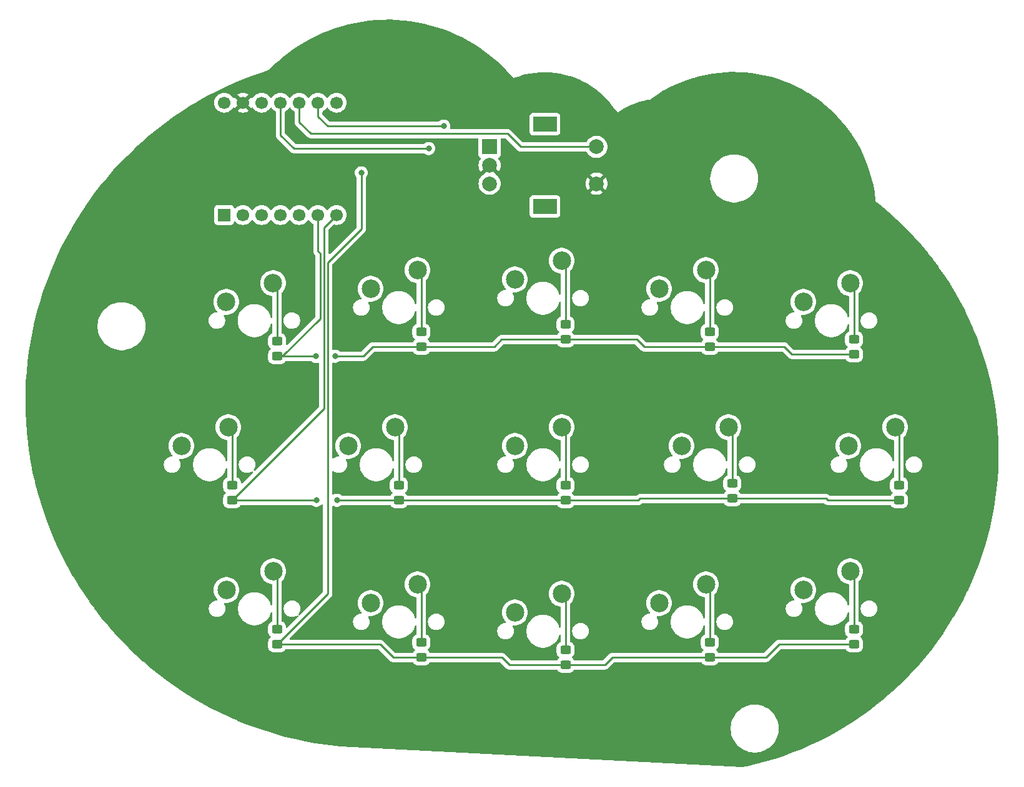
<source format=gbr>
%TF.GenerationSoftware,KiCad,Pcbnew,8.0.5-8.0.5-0~ubuntu22.04.1*%
%TF.CreationDate,2024-10-13T07:53:22-06:00*%
%TF.ProjectId,frogpad,66726f67-7061-4642-9e6b-696361645f70,rev?*%
%TF.SameCoordinates,Original*%
%TF.FileFunction,Copper,L2,Bot*%
%TF.FilePolarity,Positive*%
%FSLAX46Y46*%
G04 Gerber Fmt 4.6, Leading zero omitted, Abs format (unit mm)*
G04 Created by KiCad (PCBNEW 8.0.5-8.0.5-0~ubuntu22.04.1) date 2024-10-13 07:53:22*
%MOMM*%
%LPD*%
G01*
G04 APERTURE LIST*
G04 Aperture macros list*
%AMRoundRect*
0 Rectangle with rounded corners*
0 $1 Rounding radius*
0 $2 $3 $4 $5 $6 $7 $8 $9 X,Y pos of 4 corners*
0 Add a 4 corners polygon primitive as box body*
4,1,4,$2,$3,$4,$5,$6,$7,$8,$9,$2,$3,0*
0 Add four circle primitives for the rounded corners*
1,1,$1+$1,$2,$3*
1,1,$1+$1,$4,$5*
1,1,$1+$1,$6,$7*
1,1,$1+$1,$8,$9*
0 Add four rect primitives between the rounded corners*
20,1,$1+$1,$2,$3,$4,$5,0*
20,1,$1+$1,$4,$5,$6,$7,0*
20,1,$1+$1,$6,$7,$8,$9,0*
20,1,$1+$1,$8,$9,$2,$3,0*%
G04 Aperture macros list end*
%TA.AperFunction,ComponentPad*%
%ADD10C,2.500000*%
%TD*%
%TA.AperFunction,ComponentPad*%
%ADD11R,1.700000X1.700000*%
%TD*%
%TA.AperFunction,ComponentPad*%
%ADD12C,1.700000*%
%TD*%
%TA.AperFunction,ComponentPad*%
%ADD13R,2.000000X2.000000*%
%TD*%
%TA.AperFunction,ComponentPad*%
%ADD14C,2.000000*%
%TD*%
%TA.AperFunction,ComponentPad*%
%ADD15R,3.200000X2.000000*%
%TD*%
%TA.AperFunction,SMDPad,CuDef*%
%ADD16RoundRect,0.250000X0.450000X-0.325000X0.450000X0.325000X-0.450000X0.325000X-0.450000X-0.325000X0*%
%TD*%
%TA.AperFunction,ViaPad*%
%ADD17C,0.800000*%
%TD*%
%TA.AperFunction,Conductor*%
%ADD18C,0.250000*%
%TD*%
G04 APERTURE END LIST*
D10*
%TO.P,SW10,1*%
%TO.N,COL4*%
X175768000Y-97282000D03*
%TO.P,SW10,2*%
%TO.N,Net-(D10-A)*%
X182118000Y-94742000D03*
%TD*%
%TO.P,SW11,1*%
%TO.N,COL0*%
X91440000Y-116840000D03*
%TO.P,SW11,2*%
%TO.N,Net-(D11-A)*%
X97790000Y-114300000D03*
%TD*%
D11*
%TO.P,U1,1,PA02_A0_D0*%
%TO.N,COL0*%
X91136015Y-65915750D03*
D12*
%TO.P,U1,2,PA4_A1_D1*%
%TO.N,COL1*%
X93676015Y-65915750D03*
%TO.P,U1,3,PA10_A2_D2*%
%TO.N,COL2*%
X96216015Y-65915750D03*
%TO.P,U1,4,PA11_A3_D3*%
%TO.N,COL3*%
X98756015Y-65915750D03*
%TO.P,U1,5,PA8_A4_D4_SDA*%
%TO.N,COL4*%
X101296015Y-65915750D03*
%TO.P,U1,6,PA9_A5_D5_SCL*%
%TO.N,ROW0*%
X103836015Y-65915750D03*
%TO.P,U1,7,PB08_A6_D6_TX*%
%TO.N,ROW1*%
X106376015Y-65915750D03*
%TO.P,U1,8,PB09_A7_D7_RX*%
%TO.N,ROW2*%
X106376015Y-50665750D03*
%TO.P,U1,9,PA7_A8_D8_SCK*%
%TO.N,EC11A*%
X103836015Y-50665750D03*
%TO.P,U1,10,PA5_A9_D9_MISO*%
%TO.N,EC11SW*%
X101296015Y-50665750D03*
%TO.P,U1,11,PA6_A10_D10_MOSI*%
%TO.N,EC11B*%
X98756015Y-50665750D03*
%TO.P,U1,12,3V3*%
%TO.N,3V3*%
X96216015Y-50665750D03*
%TO.P,U1,13,GND*%
%TO.N,GND*%
X93676015Y-50665750D03*
%TO.P,U1,14,5V*%
%TO.N,VCC*%
X91136015Y-50665750D03*
%TD*%
D10*
%TO.P,SW1,1*%
%TO.N,COL0*%
X91414600Y-77724000D03*
%TO.P,SW1,2*%
%TO.N,Net-(D1-A)*%
X97764600Y-75184000D03*
%TD*%
%TO.P,SW14,1*%
%TO.N,COL3*%
X150114000Y-118618000D03*
%TO.P,SW14,2*%
%TO.N,Net-(D14-A)*%
X156464000Y-116078000D03*
%TD*%
%TO.P,SW9,1*%
%TO.N,COL3*%
X153162000Y-97282000D03*
%TO.P,SW9,2*%
%TO.N,Net-(D9-A)*%
X159512000Y-94742000D03*
%TD*%
%TO.P,SW5,1*%
%TO.N,COL4*%
X169672000Y-77724000D03*
%TO.P,SW5,2*%
%TO.N,Net-(D5-A)*%
X176022000Y-75184000D03*
%TD*%
D13*
%TO.P,SW16,A,A*%
%TO.N,EC11A*%
X127120000Y-56670000D03*
D14*
%TO.P,SW16,B,B*%
%TO.N,EC11B*%
X127120000Y-61670000D03*
%TO.P,SW16,C,C*%
%TO.N,GND*%
X127120000Y-59170000D03*
D15*
%TO.P,SW16,MP*%
%TO.N,N/C*%
X134620000Y-53570000D03*
X134620000Y-64770000D03*
D14*
%TO.P,SW16,S1,S1*%
%TO.N,GND*%
X141620000Y-61670000D03*
%TO.P,SW16,S2,S2*%
%TO.N,EC11SW*%
X141620000Y-56670000D03*
%TD*%
D10*
%TO.P,SW7,1*%
%TO.N,COL1*%
X107950000Y-97282000D03*
%TO.P,SW7,2*%
%TO.N,Net-(D7-A)*%
X114300000Y-94742000D03*
%TD*%
%TO.P,SW6,1*%
%TO.N,COL0*%
X85344000Y-97282000D03*
%TO.P,SW6,2*%
%TO.N,Net-(D6-A)*%
X91694000Y-94742000D03*
%TD*%
%TO.P,SW8,1*%
%TO.N,COL2*%
X130556000Y-97282000D03*
%TO.P,SW8,2*%
%TO.N,Net-(D8-A)*%
X136906000Y-94742000D03*
%TD*%
%TO.P,SW12,1*%
%TO.N,COL1*%
X110998000Y-118618000D03*
%TO.P,SW12,2*%
%TO.N,Net-(D12-A)*%
X117348000Y-116078000D03*
%TD*%
%TO.P,SW2,1*%
%TO.N,COL1*%
X110998000Y-75946000D03*
%TO.P,SW2,2*%
%TO.N,Net-(D2-A)*%
X117348000Y-73406000D03*
%TD*%
%TO.P,SW15,1*%
%TO.N,COL4*%
X169672000Y-116840000D03*
%TO.P,SW15,2*%
%TO.N,Net-(D15-A)*%
X176022000Y-114300000D03*
%TD*%
%TO.P,SW3,1*%
%TO.N,COL2*%
X130556000Y-74676000D03*
%TO.P,SW3,2*%
%TO.N,Net-(D3-A)*%
X136906000Y-72136000D03*
%TD*%
%TO.P,SW13,1*%
%TO.N,COL2*%
X130556000Y-119888000D03*
%TO.P,SW13,2*%
%TO.N,Net-(D13-A)*%
X136906000Y-117348000D03*
%TD*%
%TO.P,SW4,1*%
%TO.N,COL3*%
X150114000Y-75946000D03*
%TO.P,SW4,2*%
%TO.N,Net-(D4-A)*%
X156464000Y-73406000D03*
%TD*%
D16*
%TO.P,D2,1,K*%
%TO.N,ROW0*%
X117856000Y-83829000D03*
%TO.P,D2,2,A*%
%TO.N,Net-(D2-A)*%
X117856000Y-81779000D03*
%TD*%
%TO.P,D7,1,K*%
%TO.N,ROW1*%
X114808000Y-104666000D03*
%TO.P,D7,2,A*%
%TO.N,Net-(D7-A)*%
X114808000Y-102616000D03*
%TD*%
%TO.P,D3,1,K*%
%TO.N,ROW0*%
X137414000Y-82822000D03*
%TO.P,D3,2,A*%
%TO.N,Net-(D3-A)*%
X137414000Y-80772000D03*
%TD*%
%TO.P,D1,1,K*%
%TO.N,ROW0*%
X98298000Y-85108000D03*
%TO.P,D1,2,A*%
%TO.N,Net-(D1-A)*%
X98298000Y-83058000D03*
%TD*%
%TO.P,D14,1,K*%
%TO.N,ROW2*%
X156972000Y-125993000D03*
%TO.P,D14,2,A*%
%TO.N,Net-(D14-A)*%
X156972000Y-123943000D03*
%TD*%
%TO.P,D10,1,K*%
%TO.N,ROW1*%
X182626000Y-104666000D03*
%TO.P,D10,2,A*%
%TO.N,Net-(D10-A)*%
X182626000Y-102616000D03*
%TD*%
%TO.P,D11,1,K*%
%TO.N,ROW2*%
X98298000Y-124224000D03*
%TO.P,D11,2,A*%
%TO.N,Net-(D11-A)*%
X98298000Y-122174000D03*
%TD*%
%TO.P,D5,1,K*%
%TO.N,ROW0*%
X176530000Y-84854000D03*
%TO.P,D5,2,A*%
%TO.N,Net-(D5-A)*%
X176530000Y-82804000D03*
%TD*%
%TO.P,D15,1,K*%
%TO.N,ROW2*%
X176530000Y-124215000D03*
%TO.P,D15,2,A*%
%TO.N,Net-(D15-A)*%
X176530000Y-122165000D03*
%TD*%
%TO.P,D9,1,K*%
%TO.N,ROW1*%
X160020000Y-104412000D03*
%TO.P,D9,2,A*%
%TO.N,Net-(D9-A)*%
X160020000Y-102362000D03*
%TD*%
%TO.P,D13,1,K*%
%TO.N,ROW2*%
X137414000Y-127009000D03*
%TO.P,D13,2,A*%
%TO.N,Net-(D13-A)*%
X137414000Y-124959000D03*
%TD*%
%TO.P,D6,1,K*%
%TO.N,ROW1*%
X92202000Y-104657000D03*
%TO.P,D6,2,A*%
%TO.N,Net-(D6-A)*%
X92202000Y-102607000D03*
%TD*%
%TO.P,D8,1,K*%
%TO.N,ROW1*%
X137414000Y-104666000D03*
%TO.P,D8,2,A*%
%TO.N,Net-(D8-A)*%
X137414000Y-102616000D03*
%TD*%
%TO.P,D4,1,K*%
%TO.N,ROW0*%
X156972000Y-83838000D03*
%TO.P,D4,2,A*%
%TO.N,Net-(D4-A)*%
X156972000Y-81788000D03*
%TD*%
%TO.P,D12,1,K*%
%TO.N,ROW2*%
X117856000Y-125993000D03*
%TO.P,D12,2,A*%
%TO.N,Net-(D12-A)*%
X117856000Y-123943000D03*
%TD*%
D17*
%TO.N,ROW0*%
X103614000Y-85108000D03*
X106172000Y-85090000D03*
%TO.N,ROW1*%
X103632000Y-104648000D03*
X106426000Y-104648000D03*
%TO.N,ROW2*%
X109728000Y-60198000D03*
%TO.N,EC11A*%
X120904000Y-53848000D03*
%TO.N,EC11B*%
X118872000Y-56896000D03*
%TD*%
D18*
%TO.N,Net-(D1-A)*%
X98298000Y-83058000D02*
X98298000Y-75717400D01*
X98298000Y-75717400D02*
X97764600Y-75184000D01*
%TO.N,ROW0*%
X137414000Y-82822000D02*
X147084000Y-82822000D01*
X99042000Y-85108000D02*
X98298000Y-85108000D01*
X156972000Y-83838000D02*
X167114000Y-83838000D01*
X111261000Y-83829000D02*
X117856000Y-83829000D01*
X103632000Y-85090000D02*
X103614000Y-85108000D01*
X111252000Y-83820000D02*
X111261000Y-83829000D01*
X167114000Y-83838000D02*
X168130000Y-84854000D01*
X109982000Y-85090000D02*
X111252000Y-83820000D01*
X98298000Y-85108000D02*
X103614000Y-85108000D01*
X148100000Y-83838000D02*
X156972000Y-83838000D01*
X168130000Y-84854000D02*
X176530000Y-84854000D01*
X127753000Y-83829000D02*
X117856000Y-83829000D01*
X156455000Y-83383100D02*
X156455000Y-83820000D01*
X128760000Y-82822000D02*
X127753000Y-83829000D01*
X104140000Y-71120000D02*
X103836015Y-70816015D01*
X104140000Y-80010000D02*
X99042000Y-85108000D01*
X176530000Y-84582000D02*
X176022000Y-85090000D01*
X106172000Y-85090000D02*
X109982000Y-85090000D01*
X147084000Y-82822000D02*
X148100000Y-83838000D01*
X104140000Y-71120000D02*
X104140000Y-80010000D01*
X103836015Y-70816015D02*
X103836015Y-65915750D01*
X137414000Y-82822000D02*
X128760000Y-82822000D01*
%TO.N,Net-(D2-A)*%
X117856000Y-73914000D02*
X117348000Y-73406000D01*
X117856000Y-81779000D02*
X117856000Y-73914000D01*
%TO.N,Net-(D3-A)*%
X137414000Y-80772000D02*
X137414000Y-72644000D01*
X137414000Y-72644000D02*
X136906000Y-72136000D01*
%TO.N,Net-(D4-A)*%
X156972000Y-81788000D02*
X156972000Y-73914000D01*
X156972000Y-73914000D02*
X156464000Y-73406000D01*
%TO.N,Net-(D5-A)*%
X176530000Y-75692000D02*
X176022000Y-75184000D01*
X176530000Y-82804000D02*
X176530000Y-75692000D01*
%TO.N,Net-(D6-A)*%
X92202000Y-102607000D02*
X92202000Y-95250000D01*
X92202000Y-95250000D02*
X91694000Y-94742000D01*
%TO.N,ROW1*%
X92202000Y-104657000D02*
X92202000Y-104648000D01*
X147302000Y-104666000D02*
X147556000Y-104412000D01*
X147556000Y-104412000D02*
X160020000Y-104412000D01*
X103623000Y-104657000D02*
X103632000Y-104648000D01*
X104648000Y-67643765D02*
X106376015Y-65915750D01*
X92202000Y-104648000D02*
X104648000Y-92202000D01*
X106444000Y-104666000D02*
X114808000Y-104666000D01*
X172738000Y-104412000D02*
X172992000Y-104666000D01*
X92202000Y-104657000D02*
X103623000Y-104657000D01*
X160020000Y-104412000D02*
X172738000Y-104412000D01*
X172992000Y-104666000D02*
X182626000Y-104666000D01*
X160020000Y-104122000D02*
X159494000Y-104648000D01*
X106426000Y-104648000D02*
X106444000Y-104666000D01*
X104648000Y-92202000D02*
X104648000Y-67643765D01*
X137414000Y-104666000D02*
X147302000Y-104666000D01*
X114808000Y-104666000D02*
X137414000Y-104666000D01*
%TO.N,Net-(D7-A)*%
X114808000Y-95250000D02*
X114300000Y-94742000D01*
X114808000Y-102616000D02*
X114808000Y-95250000D01*
%TO.N,Net-(D8-A)*%
X137414000Y-95250000D02*
X136906000Y-94742000D01*
X137414000Y-102616000D02*
X137414000Y-95250000D01*
%TO.N,Net-(D9-A)*%
X160020000Y-95250000D02*
X159512000Y-94742000D01*
X160020000Y-102362000D02*
X160020000Y-95250000D01*
%TO.N,Net-(D10-A)*%
X182626000Y-95250000D02*
X182118000Y-94742000D01*
X182626000Y-102616000D02*
X182626000Y-95250000D01*
%TO.N,ROW2*%
X109728000Y-60198000D02*
X109728000Y-67818000D01*
X105156000Y-117366000D02*
X98298000Y-124224000D01*
X137414000Y-127009000D02*
X142739000Y-127009000D01*
X143764000Y-125984000D02*
X144018000Y-125984000D01*
X164583000Y-125993000D02*
X166370000Y-124206000D01*
X144027000Y-125993000D02*
X156972000Y-125993000D01*
X128787000Y-125993000D02*
X129803000Y-127009000D01*
X156972000Y-125993000D02*
X164583000Y-125993000D01*
X109728000Y-67818000D02*
X105156000Y-72390000D01*
X105156000Y-72390000D02*
X105156000Y-117366000D01*
X144018000Y-125984000D02*
X144027000Y-125993000D01*
X142739000Y-127009000D02*
X143764000Y-125984000D01*
X166379000Y-124215000D02*
X176530000Y-124215000D01*
X129803000Y-127009000D02*
X137414000Y-127009000D01*
X117856000Y-125993000D02*
X128787000Y-125993000D01*
X112286000Y-124224000D02*
X114055000Y-125993000D01*
X98298000Y-124224000D02*
X112286000Y-124224000D01*
X166370000Y-124206000D02*
X166379000Y-124215000D01*
X114055000Y-125993000D02*
X117856000Y-125993000D01*
%TO.N,Net-(D11-A)*%
X98298000Y-122174000D02*
X98298000Y-114808000D01*
X98298000Y-114808000D02*
X97790000Y-114300000D01*
%TO.N,Net-(D12-A)*%
X117856000Y-123943000D02*
X117856000Y-116586000D01*
X117856000Y-116586000D02*
X117348000Y-116078000D01*
%TO.N,Net-(D13-A)*%
X137414000Y-124959000D02*
X137414000Y-117856000D01*
X137414000Y-117856000D02*
X136906000Y-117348000D01*
%TO.N,Net-(D14-A)*%
X156972000Y-123943000D02*
X156972000Y-116586000D01*
X156972000Y-116586000D02*
X156464000Y-116078000D01*
%TO.N,Net-(D15-A)*%
X176530000Y-122165000D02*
X176530000Y-114808000D01*
X176530000Y-114808000D02*
X176022000Y-114300000D01*
%TO.N,EC11A*%
X103836015Y-52528015D02*
X103836015Y-50665750D01*
X105156000Y-53848000D02*
X103836015Y-52528015D01*
X120904000Y-53848000D02*
X105156000Y-53848000D01*
%TO.N,EC11SW*%
X129540000Y-54864000D02*
X102870000Y-54864000D01*
X101296015Y-53290015D02*
X101296015Y-50665750D01*
X131346000Y-56670000D02*
X129540000Y-54864000D01*
X141620000Y-56670000D02*
X131346000Y-56670000D01*
X102870000Y-54864000D02*
X101296015Y-53290015D01*
%TO.N,EC11B*%
X100584000Y-56896000D02*
X98756015Y-55068015D01*
X118872000Y-56896000D02*
X100584000Y-56896000D01*
X98756015Y-55068015D02*
X98756015Y-50665750D01*
%TD*%
%TA.AperFunction,Conductor*%
%TO.N,GND*%
G36*
X113564596Y-39398832D02*
G01*
X114494690Y-39429921D01*
X114499828Y-39430201D01*
X115332242Y-39493026D01*
X115427762Y-39500236D01*
X115432936Y-39500735D01*
X115560231Y-39515729D01*
X116357171Y-39609602D01*
X116362262Y-39610310D01*
X117281142Y-39757815D01*
X117286229Y-39758742D01*
X118198058Y-39944613D01*
X118203080Y-39945746D01*
X119106350Y-40169674D01*
X119111367Y-40171029D01*
X119460531Y-40273299D01*
X120004453Y-40432612D01*
X120009405Y-40434177D01*
X120890727Y-40732949D01*
X120895534Y-40734691D01*
X121763630Y-41070162D01*
X121768404Y-41072123D01*
X122621632Y-41443658D01*
X122626316Y-41445816D01*
X123463242Y-41852788D01*
X123467830Y-41855140D01*
X124286931Y-42296809D01*
X124291447Y-42299367D01*
X125091332Y-42774983D01*
X125095719Y-42777718D01*
X125874956Y-43286428D01*
X125879248Y-43289359D01*
X126636489Y-43830282D01*
X126640648Y-43833388D01*
X126935434Y-44063214D01*
X127374521Y-44405542D01*
X127378541Y-44408813D01*
X128087836Y-45011256D01*
X128091718Y-45014696D01*
X128775153Y-45646344D01*
X128778883Y-45649940D01*
X129435190Y-46309617D01*
X129438778Y-46313377D01*
X130067117Y-47000254D01*
X130070130Y-47003672D01*
X130371569Y-47358535D01*
X130371570Y-47358536D01*
X130681579Y-47236379D01*
X130687531Y-47234210D01*
X131318914Y-47022463D01*
X131325887Y-47020352D01*
X131968192Y-46846419D01*
X131975284Y-46844722D01*
X132626761Y-46709046D01*
X132633926Y-46707773D01*
X133292269Y-46610837D01*
X133299535Y-46609985D01*
X133962454Y-46552122D01*
X133969706Y-46551704D01*
X134634913Y-46533119D01*
X134642217Y-46533130D01*
X135307331Y-46553886D01*
X135314610Y-46554328D01*
X135977370Y-46614357D01*
X135984565Y-46615224D01*
X136642610Y-46714312D01*
X136649813Y-46715616D01*
X137300787Y-46853405D01*
X137307911Y-46855134D01*
X137949634Y-47031159D01*
X137956643Y-47033307D01*
X138074072Y-47073116D01*
X138586829Y-47246943D01*
X138593664Y-47249488D01*
X138993908Y-47412131D01*
X139210133Y-47499996D01*
X139216836Y-47502953D01*
X139817437Y-47789460D01*
X139823941Y-47792802D01*
X140247307Y-48026423D01*
X140406534Y-48114287D01*
X140412842Y-48118015D01*
X140975426Y-48473371D01*
X140981481Y-48477449D01*
X140982737Y-48478351D01*
X141522099Y-48865444D01*
X141527926Y-48869893D01*
X142044641Y-49289132D01*
X142050195Y-49293917D01*
X142502246Y-49707307D01*
X142541245Y-49742970D01*
X142546486Y-49748054D01*
X143010158Y-50225362D01*
X143015097Y-50230757D01*
X143449743Y-50734619D01*
X143454365Y-50740310D01*
X143858732Y-51269313D01*
X143862497Y-51274512D01*
X144050857Y-51549322D01*
X144050860Y-51549326D01*
X144549312Y-51973999D01*
X144784362Y-51807177D01*
X144789872Y-51803485D01*
X145276800Y-51495813D01*
X145283286Y-51491988D01*
X145787745Y-51214936D01*
X145794465Y-51211509D01*
X146314918Y-50965887D01*
X146321871Y-50962862D01*
X146856408Y-50749570D01*
X146863506Y-50746987D01*
X147410071Y-50566846D01*
X147417330Y-50564696D01*
X147973941Y-50418359D01*
X147981285Y-50416666D01*
X148546288Y-50304600D01*
X148552808Y-50303488D01*
X148838128Y-50262669D01*
X148838128Y-50262668D01*
X148840934Y-50262267D01*
X148849564Y-50254342D01*
X149194735Y-50003082D01*
X149198770Y-50000267D01*
X149932041Y-49510447D01*
X149936785Y-49507433D01*
X150691504Y-49052037D01*
X150696399Y-49049235D01*
X151471232Y-48629048D01*
X151476289Y-48626454D01*
X152269617Y-48242352D01*
X152274746Y-48240013D01*
X153084900Y-47892801D01*
X153090172Y-47890684D01*
X153915466Y-47581089D01*
X153920768Y-47579238D01*
X154759434Y-47307924D01*
X154764843Y-47306311D01*
X155615054Y-47073866D01*
X155620558Y-47072496D01*
X156480586Y-46879394D01*
X156486136Y-46878282D01*
X157354139Y-46724936D01*
X157359682Y-46724088D01*
X158233825Y-46610823D01*
X158239459Y-46610224D01*
X159117884Y-46537282D01*
X159123507Y-46536946D01*
X160004330Y-46504480D01*
X160010021Y-46504402D01*
X160891429Y-46512481D01*
X160897048Y-46512662D01*
X161777112Y-46561268D01*
X161782797Y-46561712D01*
X162659734Y-46650744D01*
X162665319Y-46651442D01*
X163537198Y-46780705D01*
X163542820Y-46781671D01*
X164407815Y-46950893D01*
X164413387Y-46952117D01*
X165269684Y-47160941D01*
X165275148Y-47162407D01*
X166120991Y-47410407D01*
X166126383Y-47412124D01*
X166959896Y-47698753D01*
X166965188Y-47700709D01*
X167784656Y-48025377D01*
X167789908Y-48027599D01*
X168593547Y-48389596D01*
X168598635Y-48392030D01*
X169120503Y-48656618D01*
X169384768Y-48790602D01*
X169389795Y-48793297D01*
X170156779Y-49227607D01*
X170161670Y-49230528D01*
X170396355Y-49378071D01*
X170907835Y-49699632D01*
X170912593Y-49702778D01*
X170970437Y-49742970D01*
X171636417Y-50205717D01*
X171640997Y-50209059D01*
X172331296Y-50737387D01*
X172340936Y-50744765D01*
X172345383Y-50748334D01*
X173010274Y-51307531D01*
X173019913Y-51315637D01*
X173024186Y-51319402D01*
X173260145Y-51537146D01*
X173671927Y-51917142D01*
X173676029Y-51921106D01*
X174295573Y-52547981D01*
X174299488Y-52552127D01*
X174722012Y-53020943D01*
X174889575Y-53206863D01*
X174893293Y-53211184D01*
X175360532Y-53780193D01*
X175452626Y-53892345D01*
X175456135Y-53896825D01*
X175983579Y-54603029D01*
X175986862Y-54607643D01*
X176203609Y-54927547D01*
X176481234Y-55337305D01*
X176484325Y-55342099D01*
X176944643Y-56093768D01*
X176947509Y-56098700D01*
X177125687Y-56422175D01*
X177282983Y-56707740D01*
X177372757Y-56870720D01*
X177375393Y-56875779D01*
X177764666Y-57666501D01*
X177767068Y-57671675D01*
X178119590Y-58479524D01*
X178121750Y-58484803D01*
X178436730Y-59307969D01*
X178438646Y-59313342D01*
X178715443Y-60150144D01*
X178717109Y-60155600D01*
X178955123Y-61004231D01*
X178956537Y-61009757D01*
X179155272Y-61868446D01*
X179156430Y-61874032D01*
X179315464Y-62740950D01*
X179316363Y-62746579D01*
X179357547Y-63048827D01*
X179435410Y-63620269D01*
X179435984Y-63625233D01*
X179477870Y-64064272D01*
X179477870Y-64064273D01*
X179477871Y-64064274D01*
X179663040Y-64210500D01*
X179994487Y-64472240D01*
X179997014Y-64474289D01*
X181008107Y-65317276D01*
X181010904Y-65319682D01*
X181238688Y-65521619D01*
X181995707Y-66192741D01*
X181998484Y-66195279D01*
X182320123Y-66498341D01*
X182956355Y-67097827D01*
X182959011Y-67100407D01*
X183889086Y-68031634D01*
X183891692Y-68034324D01*
X184685023Y-68878375D01*
X184793028Y-68993285D01*
X184795563Y-68996065D01*
X185667393Y-69981940D01*
X185669843Y-69984796D01*
X186511378Y-70996693D01*
X186513740Y-70999623D01*
X186641836Y-71163522D01*
X187206311Y-71885768D01*
X187324154Y-72036547D01*
X187326413Y-72039529D01*
X187956087Y-72897643D01*
X188105039Y-73100633D01*
X188107218Y-73103701D01*
X188853243Y-74187875D01*
X188855329Y-74191006D01*
X189568130Y-75297339D01*
X189570120Y-75300533D01*
X190249026Y-76427987D01*
X190250918Y-76431240D01*
X190895298Y-77578769D01*
X190897090Y-77582077D01*
X191506361Y-78748640D01*
X191508052Y-78752002D01*
X191824515Y-79405519D01*
X192052026Y-79875346D01*
X192081627Y-79936473D01*
X192083216Y-79939884D01*
X192620611Y-81141270D01*
X192622095Y-81144727D01*
X192769693Y-81503522D01*
X193112209Y-82336141D01*
X193122773Y-82361819D01*
X193124152Y-82365321D01*
X193202176Y-82572657D01*
X193408008Y-83119624D01*
X193587689Y-83597096D01*
X193588960Y-83600637D01*
X194014891Y-84845859D01*
X194016055Y-84849438D01*
X194404020Y-86107051D01*
X194405074Y-86110663D01*
X194754686Y-87379412D01*
X194755631Y-87383054D01*
X195066603Y-88661896D01*
X195067436Y-88665565D01*
X195339451Y-89953201D01*
X195340173Y-89956894D01*
X195572995Y-91252201D01*
X195573605Y-91255915D01*
X195767022Y-92557729D01*
X195767518Y-92561459D01*
X195921343Y-93868498D01*
X195921726Y-93872241D01*
X196035822Y-95183368D01*
X196036091Y-95187121D01*
X196110350Y-96501067D01*
X196110506Y-96504827D01*
X196144866Y-97820480D01*
X196144907Y-97824242D01*
X196139330Y-99140298D01*
X196139257Y-99144061D01*
X196093751Y-100459344D01*
X196093564Y-100463102D01*
X196008171Y-101776404D01*
X196007870Y-101780155D01*
X195882665Y-103090275D01*
X195882250Y-103094014D01*
X195717356Y-104399703D01*
X195716828Y-104403429D01*
X195512388Y-105703535D01*
X195511747Y-105707243D01*
X195267957Y-107000531D01*
X195267204Y-107004218D01*
X194984279Y-108289540D01*
X194983414Y-108293202D01*
X194661630Y-109569309D01*
X194660655Y-109572943D01*
X194300292Y-110838723D01*
X194299207Y-110842326D01*
X193900605Y-112096585D01*
X193899411Y-112100154D01*
X193462929Y-113341761D01*
X193461627Y-113345291D01*
X192987691Y-114573036D01*
X192986283Y-114576526D01*
X192475300Y-115789353D01*
X192473787Y-115792798D01*
X191926223Y-116989600D01*
X191924605Y-116992997D01*
X191341020Y-118172553D01*
X191339301Y-118175900D01*
X190720152Y-119337283D01*
X190718331Y-119340576D01*
X190064270Y-120482567D01*
X190062351Y-120485804D01*
X189373907Y-121607478D01*
X189371890Y-121610655D01*
X188649744Y-122710901D01*
X188647632Y-122714015D01*
X187892419Y-123791866D01*
X187890213Y-123794914D01*
X187102680Y-124849305D01*
X187100383Y-124852286D01*
X186281174Y-125882354D01*
X186278787Y-125885263D01*
X185428739Y-126889955D01*
X185426266Y-126892790D01*
X184546096Y-127871258D01*
X184543537Y-127874017D01*
X183634104Y-128825308D01*
X183631463Y-128827988D01*
X182693568Y-129751262D01*
X182690847Y-129753861D01*
X181725401Y-130648225D01*
X181722602Y-130650740D01*
X180730426Y-131515430D01*
X180727552Y-131517859D01*
X179709608Y-132352037D01*
X179706661Y-132354378D01*
X178663879Y-133157282D01*
X178660863Y-133159532D01*
X177594202Y-133930424D01*
X177591120Y-133932581D01*
X176501554Y-134670759D01*
X176498407Y-134672822D01*
X175386959Y-135377589D01*
X175383751Y-135379556D01*
X174251390Y-136050300D01*
X174248123Y-136052168D01*
X173096002Y-136688206D01*
X173092681Y-136689975D01*
X171921728Y-137290795D01*
X171918354Y-137292462D01*
X170729721Y-137857470D01*
X170726299Y-137859033D01*
X169521083Y-138387711D01*
X169517614Y-138389170D01*
X168296915Y-138881033D01*
X168293404Y-138882386D01*
X167058376Y-139336973D01*
X167054826Y-139338220D01*
X165806476Y-139755156D01*
X165802889Y-139756293D01*
X164542563Y-140135130D01*
X164538943Y-140136159D01*
X163267644Y-140476596D01*
X163263995Y-140477514D01*
X161982740Y-140779270D01*
X161979525Y-140779982D01*
X161350685Y-140910564D01*
X161319001Y-140912985D01*
X106901118Y-138068595D01*
X106895675Y-138068190D01*
X106215459Y-138002519D01*
X106212308Y-138002174D01*
X104850510Y-137835473D01*
X104846922Y-137834981D01*
X103490769Y-137628606D01*
X103487196Y-137628009D01*
X102137622Y-137382109D01*
X102134069Y-137381407D01*
X100792335Y-137096214D01*
X100788804Y-137095410D01*
X99455894Y-136771132D01*
X99452387Y-136770224D01*
X98129572Y-136407170D01*
X98126094Y-136406161D01*
X96814404Y-136004614D01*
X96810956Y-136003503D01*
X95511568Y-135563823D01*
X95508155Y-135562612D01*
X95313843Y-135490471D01*
X159817500Y-135490471D01*
X159817500Y-135809838D01*
X159848803Y-136127677D01*
X159911109Y-136440909D01*
X160003820Y-136746537D01*
X160126040Y-137041601D01*
X160126042Y-137041606D01*
X160276584Y-137323249D01*
X160276601Y-137323277D01*
X160454012Y-137588793D01*
X160454029Y-137588816D01*
X160656638Y-137835695D01*
X160882459Y-138061516D01*
X160882464Y-138061520D01*
X160882465Y-138061521D01*
X161129344Y-138264130D01*
X161129351Y-138264135D01*
X161129361Y-138264142D01*
X161394877Y-138441553D01*
X161394882Y-138441556D01*
X161394894Y-138441564D01*
X161394903Y-138441568D01*
X161394905Y-138441570D01*
X161676548Y-138592112D01*
X161676550Y-138592112D01*
X161676556Y-138592116D01*
X161971619Y-138714335D01*
X162277240Y-138807044D01*
X162590477Y-138869351D01*
X162908313Y-138900655D01*
X162908316Y-138900655D01*
X163227684Y-138900655D01*
X163227687Y-138900655D01*
X163545523Y-138869351D01*
X163858760Y-138807044D01*
X164164381Y-138714335D01*
X164459444Y-138592116D01*
X164741106Y-138441564D01*
X165006656Y-138264130D01*
X165253535Y-138061521D01*
X165479366Y-137835690D01*
X165681975Y-137588811D01*
X165859409Y-137323261D01*
X166009961Y-137041599D01*
X166132180Y-136746536D01*
X166224889Y-136440915D01*
X166287196Y-136127678D01*
X166318500Y-135809842D01*
X166318500Y-135490468D01*
X166287196Y-135172632D01*
X166224889Y-134859395D01*
X166132180Y-134553774D01*
X166009961Y-134258711D01*
X165880200Y-134015947D01*
X165859415Y-133977060D01*
X165859413Y-133977058D01*
X165859409Y-133977049D01*
X165829697Y-133932581D01*
X165681987Y-133711516D01*
X165681980Y-133711506D01*
X165681975Y-133711499D01*
X165479366Y-133464620D01*
X165479365Y-133464619D01*
X165479361Y-133464614D01*
X165253540Y-133238793D01*
X165006661Y-133036184D01*
X165006638Y-133036167D01*
X164741122Y-132858756D01*
X164741094Y-132858739D01*
X164459451Y-132708197D01*
X164459446Y-132708195D01*
X164164382Y-132585975D01*
X163858754Y-132493264D01*
X163545521Y-132430958D01*
X163545522Y-132430958D01*
X163306141Y-132407382D01*
X163227687Y-132399655D01*
X162908313Y-132399655D01*
X162835822Y-132406794D01*
X162590477Y-132430958D01*
X162277245Y-132493264D01*
X161971617Y-132585975D01*
X161676553Y-132708195D01*
X161676548Y-132708197D01*
X161394905Y-132858739D01*
X161394877Y-132858756D01*
X161129361Y-133036167D01*
X161129338Y-133036184D01*
X160882459Y-133238793D01*
X160656638Y-133464614D01*
X160454029Y-133711493D01*
X160454012Y-133711516D01*
X160276601Y-133977032D01*
X160276584Y-133977060D01*
X160126042Y-134258703D01*
X160126040Y-134258708D01*
X160003820Y-134553772D01*
X159911109Y-134859400D01*
X159848803Y-135172632D01*
X159817500Y-135490471D01*
X95313843Y-135490471D01*
X94222180Y-135085176D01*
X94218803Y-135083866D01*
X92947306Y-134569068D01*
X92943969Y-134567660D01*
X92912354Y-134553772D01*
X92240673Y-134258708D01*
X91688054Y-134015947D01*
X91684759Y-134014442D01*
X90445471Y-133426274D01*
X90442222Y-133424673D01*
X89220668Y-132800575D01*
X89217467Y-132798880D01*
X88014672Y-132139375D01*
X88011522Y-132137588D01*
X86828458Y-131443210D01*
X86825362Y-131441331D01*
X85663118Y-130712719D01*
X85660077Y-130710750D01*
X84519603Y-129948500D01*
X84516659Y-129946470D01*
X83398877Y-129151194D01*
X83395977Y-129149066D01*
X82301941Y-128321515D01*
X82299085Y-128319288D01*
X81229710Y-127460157D01*
X81226920Y-127457848D01*
X80228394Y-126606476D01*
X80183075Y-126567836D01*
X80180358Y-126565450D01*
X80133577Y-126523142D01*
X79162940Y-125645319D01*
X79160299Y-125642859D01*
X79119078Y-125603331D01*
X78170215Y-124693430D01*
X78167637Y-124690885D01*
X77205689Y-123712929D01*
X77203187Y-123710310D01*
X76975786Y-123465200D01*
X76270188Y-122704650D01*
X76267806Y-122702007D01*
X75614953Y-121955730D01*
X75364591Y-121669541D01*
X75362246Y-121666780D01*
X74489584Y-120608392D01*
X74487321Y-120605564D01*
X73645935Y-119522131D01*
X73643756Y-119519238D01*
X73477270Y-119291421D01*
X89044500Y-119291421D01*
X89044500Y-119468578D01*
X89072214Y-119643556D01*
X89126956Y-119812039D01*
X89126957Y-119812042D01*
X89194270Y-119944149D01*
X89207386Y-119969890D01*
X89311517Y-120113214D01*
X89436786Y-120238483D01*
X89580110Y-120342614D01*
X89630912Y-120368499D01*
X89737957Y-120423042D01*
X89737960Y-120423043D01*
X89816831Y-120448669D01*
X89906445Y-120477786D01*
X90081421Y-120505500D01*
X90081422Y-120505500D01*
X90258578Y-120505500D01*
X90258579Y-120505500D01*
X90433555Y-120477786D01*
X90602042Y-120423042D01*
X90759890Y-120342614D01*
X90903214Y-120238483D01*
X91028483Y-120113214D01*
X91132614Y-119969890D01*
X91213042Y-119812042D01*
X91267786Y-119643555D01*
X91295500Y-119468579D01*
X91295500Y-119291421D01*
X91267786Y-119116445D01*
X91213042Y-118947958D01*
X91213042Y-118947957D01*
X91145729Y-118815850D01*
X91132614Y-118790110D01*
X91131529Y-118788617D01*
X91122202Y-118775778D01*
X91098722Y-118709972D01*
X91114548Y-118641918D01*
X91164654Y-118593223D01*
X91233132Y-118579348D01*
X91240992Y-118580276D01*
X91308818Y-118590500D01*
X91571182Y-118590500D01*
X91830615Y-118551396D01*
X92081323Y-118474063D01*
X92317704Y-118360228D01*
X92534479Y-118212433D01*
X92726805Y-118033981D01*
X92890386Y-117828857D01*
X93021568Y-117601643D01*
X93117420Y-117357416D01*
X93175802Y-117101630D01*
X93176091Y-117097772D01*
X93195408Y-116840004D01*
X93195408Y-116839995D01*
X93175803Y-116578379D01*
X93175802Y-116578374D01*
X93175802Y-116578370D01*
X93117420Y-116322584D01*
X93021568Y-116078357D01*
X92890386Y-115851143D01*
X92726805Y-115646019D01*
X92726804Y-115646018D01*
X92726801Y-115646014D01*
X92534479Y-115467567D01*
X92317704Y-115319772D01*
X92317700Y-115319770D01*
X92317697Y-115319768D01*
X92317696Y-115319767D01*
X92081325Y-115205938D01*
X92081327Y-115205938D01*
X91830623Y-115128606D01*
X91830619Y-115128605D01*
X91830615Y-115128604D01*
X91705823Y-115109794D01*
X91571187Y-115089500D01*
X91571182Y-115089500D01*
X91308818Y-115089500D01*
X91308812Y-115089500D01*
X91147247Y-115113853D01*
X91049385Y-115128604D01*
X91049382Y-115128605D01*
X91049376Y-115128606D01*
X90798673Y-115205938D01*
X90562303Y-115319767D01*
X90562302Y-115319768D01*
X90345520Y-115467567D01*
X90153198Y-115646014D01*
X89989614Y-115851143D01*
X89858432Y-116078356D01*
X89762582Y-116322578D01*
X89762576Y-116322597D01*
X89704197Y-116578374D01*
X89704196Y-116578379D01*
X89684592Y-116839995D01*
X89684592Y-116840004D01*
X89704196Y-117101620D01*
X89704197Y-117101625D01*
X89762576Y-117357402D01*
X89762578Y-117357411D01*
X89762580Y-117357416D01*
X89858432Y-117601643D01*
X89989614Y-117828857D01*
X90076072Y-117937272D01*
X90153197Y-118033984D01*
X90159377Y-118039717D01*
X90195133Y-118099744D01*
X90192760Y-118169574D01*
X90153011Y-118227035D01*
X90088506Y-118253884D01*
X90084788Y-118254234D01*
X90081428Y-118254498D01*
X89906443Y-118282214D01*
X89737960Y-118336956D01*
X89737957Y-118336957D01*
X89580109Y-118417386D01*
X89502104Y-118474061D01*
X89436786Y-118521517D01*
X89436784Y-118521519D01*
X89436783Y-118521519D01*
X89311519Y-118646783D01*
X89311519Y-118646784D01*
X89311517Y-118646786D01*
X89284315Y-118684226D01*
X89207386Y-118790109D01*
X89126957Y-118947957D01*
X89126956Y-118947960D01*
X89072214Y-119116443D01*
X89044500Y-119291421D01*
X73477270Y-119291421D01*
X73012207Y-118655038D01*
X72834401Y-118411732D01*
X72832314Y-118408788D01*
X72804137Y-118367768D01*
X72055598Y-117278040D01*
X72053631Y-117275084D01*
X71310279Y-116122146D01*
X71308367Y-116119083D01*
X71283549Y-116078004D01*
X70599011Y-114944933D01*
X70597184Y-114941805D01*
X69922450Y-113747487D01*
X69920715Y-113744308D01*
X69709486Y-113343521D01*
X69281131Y-112530758D01*
X69279528Y-112527605D01*
X68675645Y-111295860D01*
X68674101Y-111292591D01*
X68106465Y-110043762D01*
X68105015Y-110040443D01*
X67574109Y-108775607D01*
X67572756Y-108772247D01*
X67387235Y-108291364D01*
X67079003Y-107492403D01*
X67077756Y-107489023D01*
X66621590Y-106195297D01*
X66620474Y-106191980D01*
X66202261Y-104885398D01*
X66201216Y-104881957D01*
X65821370Y-103563817D01*
X65820437Y-103560393D01*
X65479248Y-102231707D01*
X65478403Y-102228203D01*
X65458074Y-102138203D01*
X65176168Y-100890130D01*
X65175422Y-100886586D01*
X64950134Y-99733421D01*
X82948500Y-99733421D01*
X82948500Y-99910578D01*
X82976214Y-100085556D01*
X83030956Y-100254039D01*
X83030957Y-100254042D01*
X83098270Y-100386149D01*
X83111386Y-100411890D01*
X83215517Y-100555214D01*
X83340786Y-100680483D01*
X83484110Y-100784614D01*
X83552577Y-100819500D01*
X83641957Y-100865042D01*
X83641960Y-100865043D01*
X83719172Y-100890130D01*
X83810445Y-100919786D01*
X83985421Y-100947500D01*
X83985422Y-100947500D01*
X84162578Y-100947500D01*
X84162579Y-100947500D01*
X84337555Y-100919786D01*
X84506042Y-100865042D01*
X84663890Y-100784614D01*
X84807214Y-100680483D01*
X84932483Y-100555214D01*
X85036614Y-100411890D01*
X85117042Y-100254042D01*
X85171786Y-100085555D01*
X85199500Y-99910579D01*
X85199500Y-99733421D01*
X85190165Y-99674486D01*
X86903500Y-99674486D01*
X86903500Y-99969513D01*
X86918778Y-100085555D01*
X86942007Y-100261993D01*
X86983083Y-100415291D01*
X87018361Y-100546951D01*
X87018364Y-100546961D01*
X87131254Y-100819500D01*
X87131258Y-100819510D01*
X87278761Y-101074993D01*
X87458352Y-101309040D01*
X87458358Y-101309047D01*
X87666952Y-101517641D01*
X87666959Y-101517647D01*
X87901006Y-101697238D01*
X88156489Y-101844741D01*
X88156490Y-101844741D01*
X88156493Y-101844743D01*
X88429048Y-101957639D01*
X88714007Y-102033993D01*
X89006494Y-102072500D01*
X89006501Y-102072500D01*
X89301499Y-102072500D01*
X89301506Y-102072500D01*
X89593993Y-102033993D01*
X89878952Y-101957639D01*
X90151507Y-101844743D01*
X90406994Y-101697238D01*
X90641042Y-101517646D01*
X90849646Y-101309042D01*
X91029238Y-101074994D01*
X91176743Y-100819507D01*
X91289639Y-100546952D01*
X91332726Y-100386146D01*
X91369090Y-100326488D01*
X91431937Y-100295959D01*
X91501312Y-100304254D01*
X91555190Y-100348739D01*
X91576465Y-100415291D01*
X91576500Y-100418242D01*
X91576500Y-101459983D01*
X91556815Y-101527022D01*
X91504011Y-101572777D01*
X91491510Y-101577686D01*
X91464344Y-101586689D01*
X91432666Y-101597186D01*
X91432663Y-101597187D01*
X91283342Y-101689289D01*
X91159289Y-101813342D01*
X91067187Y-101962663D01*
X91067185Y-101962668D01*
X91039349Y-102046670D01*
X91012001Y-102129203D01*
X91012001Y-102129204D01*
X91012000Y-102129204D01*
X91001500Y-102231983D01*
X91001500Y-102982001D01*
X91001501Y-102982019D01*
X91012000Y-103084796D01*
X91012001Y-103084799D01*
X91067185Y-103251331D01*
X91067187Y-103251336D01*
X91159289Y-103400657D01*
X91283346Y-103524714D01*
X91286182Y-103526463D01*
X91287717Y-103528170D01*
X91289011Y-103529193D01*
X91288836Y-103529414D01*
X91332905Y-103578411D01*
X91344126Y-103647374D01*
X91316282Y-103711456D01*
X91286182Y-103737537D01*
X91283346Y-103739285D01*
X91159289Y-103863342D01*
X91067187Y-104012663D01*
X91067185Y-104012668D01*
X91056764Y-104044117D01*
X91012001Y-104179203D01*
X91012001Y-104179204D01*
X91012000Y-104179204D01*
X91001500Y-104281983D01*
X91001500Y-105032001D01*
X91001501Y-105032019D01*
X91012000Y-105134796D01*
X91012001Y-105134799D01*
X91067185Y-105301331D01*
X91067187Y-105301336D01*
X91091901Y-105341403D01*
X91159288Y-105450656D01*
X91283344Y-105574712D01*
X91432666Y-105666814D01*
X91599203Y-105721999D01*
X91701991Y-105732500D01*
X92702008Y-105732499D01*
X92702016Y-105732498D01*
X92702019Y-105732498D01*
X92758302Y-105726748D01*
X92804797Y-105721999D01*
X92971334Y-105666814D01*
X93120656Y-105574712D01*
X93244712Y-105450656D01*
X93312099Y-105341402D01*
X93364047Y-105294679D01*
X93417638Y-105282500D01*
X102936356Y-105282500D01*
X103003395Y-105302185D01*
X103020864Y-105317032D01*
X103021305Y-105316544D01*
X103026135Y-105320893D01*
X103179265Y-105432148D01*
X103179270Y-105432151D01*
X103352192Y-105509142D01*
X103352197Y-105509144D01*
X103537354Y-105548500D01*
X103537355Y-105548500D01*
X103726644Y-105548500D01*
X103726646Y-105548500D01*
X103911803Y-105509144D01*
X104084730Y-105432151D01*
X104237871Y-105320888D01*
X104314351Y-105235948D01*
X104373836Y-105199300D01*
X104443693Y-105200630D01*
X104501742Y-105239517D01*
X104529552Y-105303614D01*
X104530500Y-105318921D01*
X104530500Y-117055547D01*
X104510815Y-117122586D01*
X104494181Y-117143228D01*
X101410631Y-120226777D01*
X101349308Y-120260262D01*
X101279616Y-120255278D01*
X101223683Y-120213406D01*
X101199266Y-120147942D01*
X101214118Y-120079669D01*
X101222633Y-120066210D01*
X101226990Y-120060214D01*
X101292614Y-119969890D01*
X101373042Y-119812042D01*
X101427786Y-119643555D01*
X101455500Y-119468579D01*
X101455500Y-119291421D01*
X101427786Y-119116445D01*
X101373042Y-118947958D01*
X101373042Y-118947957D01*
X101292613Y-118790109D01*
X101254991Y-118738327D01*
X101188483Y-118646786D01*
X101063214Y-118521517D01*
X100919890Y-118417386D01*
X100762042Y-118336957D01*
X100762039Y-118336956D01*
X100593556Y-118282214D01*
X100506067Y-118268357D01*
X100418579Y-118254500D01*
X100241421Y-118254500D01*
X100183095Y-118263738D01*
X100066443Y-118282214D01*
X99897960Y-118336956D01*
X99897957Y-118336957D01*
X99740109Y-118417386D01*
X99662104Y-118474061D01*
X99596786Y-118521517D01*
X99596784Y-118521519D01*
X99596783Y-118521519D01*
X99471519Y-118646783D01*
X99471519Y-118646784D01*
X99471517Y-118646786D01*
X99444315Y-118684226D01*
X99367386Y-118790109D01*
X99286957Y-118947957D01*
X99286956Y-118947960D01*
X99232214Y-119116443D01*
X99204500Y-119291421D01*
X99204500Y-119468578D01*
X99232214Y-119643556D01*
X99286956Y-119812039D01*
X99286957Y-119812042D01*
X99354270Y-119944149D01*
X99367386Y-119969890D01*
X99471517Y-120113214D01*
X99596786Y-120238483D01*
X99740110Y-120342614D01*
X99790912Y-120368499D01*
X99897957Y-120423042D01*
X99897960Y-120423043D01*
X99976831Y-120448669D01*
X100066445Y-120477786D01*
X100241421Y-120505500D01*
X100241422Y-120505500D01*
X100418578Y-120505500D01*
X100418579Y-120505500D01*
X100593555Y-120477786D01*
X100762042Y-120423042D01*
X100919890Y-120342614D01*
X101016211Y-120272632D01*
X101082016Y-120249152D01*
X101150070Y-120264977D01*
X101198765Y-120315082D01*
X101212641Y-120383560D01*
X101187293Y-120448669D01*
X101176777Y-120460631D01*
X99710180Y-121927229D01*
X99648857Y-121960714D01*
X99579165Y-121955730D01*
X99523232Y-121913858D01*
X99498815Y-121848394D01*
X99498499Y-121839548D01*
X99498499Y-121798998D01*
X99498498Y-121798981D01*
X99487999Y-121696203D01*
X99487998Y-121696200D01*
X99468878Y-121638499D01*
X99432814Y-121529666D01*
X99340712Y-121380344D01*
X99216656Y-121256288D01*
X99067334Y-121164186D01*
X99008493Y-121144688D01*
X98951051Y-121104916D01*
X98924228Y-121040400D01*
X98923500Y-121026983D01*
X98923500Y-115690327D01*
X98943185Y-115623288D01*
X98963159Y-115599428D01*
X99005023Y-115560584D01*
X99076805Y-115493981D01*
X99240386Y-115288857D01*
X99371568Y-115061643D01*
X99467420Y-114817416D01*
X99525802Y-114561630D01*
X99526091Y-114557772D01*
X99545408Y-114300004D01*
X99545408Y-114299995D01*
X99525803Y-114038379D01*
X99525802Y-114038374D01*
X99525802Y-114038370D01*
X99467420Y-113782584D01*
X99371568Y-113538357D01*
X99240386Y-113311143D01*
X99076805Y-113106019D01*
X99076804Y-113106018D01*
X99076801Y-113106014D01*
X98884479Y-112927567D01*
X98667704Y-112779772D01*
X98667700Y-112779770D01*
X98667697Y-112779768D01*
X98667696Y-112779767D01*
X98431325Y-112665938D01*
X98431327Y-112665938D01*
X98180623Y-112588606D01*
X98180619Y-112588605D01*
X98180615Y-112588604D01*
X98055823Y-112569794D01*
X97921187Y-112549500D01*
X97921182Y-112549500D01*
X97658818Y-112549500D01*
X97658812Y-112549500D01*
X97497247Y-112573853D01*
X97399385Y-112588604D01*
X97399382Y-112588605D01*
X97399376Y-112588606D01*
X97148673Y-112665938D01*
X96912303Y-112779767D01*
X96912302Y-112779768D01*
X96695520Y-112927567D01*
X96503198Y-113106014D01*
X96339614Y-113311143D01*
X96208432Y-113538356D01*
X96112582Y-113782578D01*
X96112576Y-113782597D01*
X96054197Y-114038374D01*
X96054196Y-114038379D01*
X96034592Y-114299995D01*
X96034592Y-114300004D01*
X96054196Y-114561620D01*
X96054197Y-114561625D01*
X96112576Y-114817402D01*
X96112578Y-114817411D01*
X96112580Y-114817416D01*
X96208432Y-115061643D01*
X96339614Y-115288857D01*
X96471736Y-115454533D01*
X96503198Y-115493985D01*
X96667048Y-115646014D01*
X96695521Y-115672433D01*
X96912296Y-115820228D01*
X96912301Y-115820230D01*
X96912302Y-115820231D01*
X96912303Y-115820232D01*
X97037843Y-115880688D01*
X97148673Y-115934061D01*
X97148674Y-115934061D01*
X97148677Y-115934063D01*
X97399385Y-116011396D01*
X97566984Y-116036658D01*
X97630338Y-116066114D01*
X97667712Y-116125147D01*
X97672500Y-116159272D01*
X97672500Y-118783757D01*
X97652815Y-118850796D01*
X97600011Y-118896551D01*
X97530853Y-118906495D01*
X97467297Y-118877470D01*
X97429523Y-118818692D01*
X97428725Y-118815850D01*
X97385639Y-118655048D01*
X97272743Y-118382493D01*
X97259888Y-118360228D01*
X97125238Y-118127006D01*
X96945647Y-117892959D01*
X96945641Y-117892952D01*
X96737047Y-117684358D01*
X96737040Y-117684352D01*
X96502993Y-117504761D01*
X96247510Y-117357258D01*
X96247500Y-117357254D01*
X95974961Y-117244364D01*
X95974954Y-117244362D01*
X95974952Y-117244361D01*
X95689993Y-117168007D01*
X95641113Y-117161571D01*
X95397513Y-117129500D01*
X95397506Y-117129500D01*
X95102494Y-117129500D01*
X95102486Y-117129500D01*
X94824085Y-117166153D01*
X94810007Y-117168007D01*
X94525048Y-117244361D01*
X94525038Y-117244364D01*
X94252499Y-117357254D01*
X94252489Y-117357258D01*
X93997006Y-117504761D01*
X93762959Y-117684352D01*
X93762952Y-117684358D01*
X93554358Y-117892952D01*
X93554352Y-117892959D01*
X93374761Y-118127006D01*
X93227258Y-118382489D01*
X93227254Y-118382499D01*
X93114364Y-118655038D01*
X93114361Y-118655048D01*
X93046987Y-118906495D01*
X93038008Y-118940004D01*
X93038006Y-118940015D01*
X92999500Y-119232486D01*
X92999500Y-119527513D01*
X93014778Y-119643555D01*
X93038007Y-119819993D01*
X93114361Y-120104951D01*
X93114364Y-120104961D01*
X93227254Y-120377500D01*
X93227258Y-120377510D01*
X93374761Y-120632993D01*
X93554352Y-120867040D01*
X93554358Y-120867047D01*
X93762952Y-121075641D01*
X93762959Y-121075647D01*
X93997006Y-121255238D01*
X94252489Y-121402741D01*
X94252490Y-121402741D01*
X94252493Y-121402743D01*
X94525048Y-121515639D01*
X94810007Y-121591993D01*
X95102494Y-121630500D01*
X95102501Y-121630500D01*
X95397499Y-121630500D01*
X95397506Y-121630500D01*
X95689993Y-121591993D01*
X95974952Y-121515639D01*
X96247507Y-121402743D01*
X96502994Y-121255238D01*
X96737042Y-121075646D01*
X96945646Y-120867042D01*
X97125238Y-120632994D01*
X97272743Y-120377507D01*
X97385639Y-120104952D01*
X97428726Y-119944146D01*
X97465090Y-119884488D01*
X97527937Y-119853959D01*
X97597312Y-119862254D01*
X97651190Y-119906739D01*
X97672465Y-119973291D01*
X97672500Y-119976242D01*
X97672500Y-121026983D01*
X97652815Y-121094022D01*
X97600011Y-121139777D01*
X97587510Y-121144686D01*
X97528666Y-121164186D01*
X97528663Y-121164187D01*
X97379342Y-121256289D01*
X97255289Y-121380342D01*
X97163187Y-121529663D01*
X97163185Y-121529668D01*
X97142533Y-121591993D01*
X97108001Y-121696203D01*
X97108001Y-121696204D01*
X97108000Y-121696204D01*
X97097500Y-121798983D01*
X97097500Y-122549001D01*
X97097501Y-122549019D01*
X97108000Y-122651796D01*
X97108001Y-122651799D01*
X97163185Y-122818331D01*
X97163187Y-122818336D01*
X97190750Y-122863022D01*
X97249737Y-122958657D01*
X97255289Y-122967657D01*
X97379346Y-123091714D01*
X97382182Y-123093463D01*
X97383717Y-123095170D01*
X97385011Y-123096193D01*
X97384836Y-123096414D01*
X97428905Y-123145411D01*
X97440126Y-123214374D01*
X97412282Y-123278456D01*
X97382182Y-123304537D01*
X97379346Y-123306285D01*
X97255289Y-123430342D01*
X97163187Y-123579663D01*
X97163185Y-123579668D01*
X97152962Y-123610519D01*
X97108001Y-123746203D01*
X97108001Y-123746204D01*
X97108000Y-123746204D01*
X97097500Y-123848983D01*
X97097500Y-124599001D01*
X97097501Y-124599019D01*
X97108000Y-124701796D01*
X97108001Y-124701799D01*
X97163185Y-124868331D01*
X97163187Y-124868336D01*
X97182349Y-124899403D01*
X97255288Y-125017656D01*
X97379344Y-125141712D01*
X97528666Y-125233814D01*
X97695203Y-125288999D01*
X97797991Y-125299500D01*
X98798008Y-125299499D01*
X98798016Y-125299498D01*
X98798019Y-125299498D01*
X98854302Y-125293748D01*
X98900797Y-125288999D01*
X99067334Y-125233814D01*
X99216656Y-125141712D01*
X99340712Y-125017656D01*
X99408099Y-124908402D01*
X99460047Y-124861679D01*
X99513638Y-124849500D01*
X111975548Y-124849500D01*
X112042587Y-124869185D01*
X112063229Y-124885819D01*
X113566016Y-126388606D01*
X113566045Y-126388637D01*
X113656263Y-126478855D01*
X113656266Y-126478857D01*
X113656267Y-126478858D01*
X113722543Y-126523142D01*
X113758715Y-126547312D01*
X113825396Y-126574931D01*
X113825398Y-126574933D01*
X113865640Y-126591601D01*
X113872548Y-126594463D01*
X113932971Y-126606481D01*
X113993393Y-126618500D01*
X113993394Y-126618500D01*
X116640362Y-126618500D01*
X116707401Y-126638185D01*
X116745899Y-126677401D01*
X116813288Y-126786656D01*
X116937344Y-126910712D01*
X117086666Y-127002814D01*
X117253203Y-127057999D01*
X117355991Y-127068500D01*
X118356008Y-127068499D01*
X118356016Y-127068498D01*
X118356019Y-127068498D01*
X118412302Y-127062748D01*
X118458797Y-127057999D01*
X118625334Y-127002814D01*
X118774656Y-126910712D01*
X118898712Y-126786656D01*
X118966099Y-126677402D01*
X119018047Y-126630679D01*
X119071638Y-126618500D01*
X128476548Y-126618500D01*
X128543587Y-126638185D01*
X128564229Y-126654819D01*
X129314016Y-127404606D01*
X129314045Y-127404637D01*
X129404264Y-127494856D01*
X129404267Y-127494858D01*
X129455490Y-127529084D01*
X129506714Y-127563312D01*
X129587207Y-127596652D01*
X129620548Y-127610463D01*
X129680971Y-127622481D01*
X129741393Y-127634500D01*
X129741394Y-127634500D01*
X136198362Y-127634500D01*
X136265401Y-127654185D01*
X136303899Y-127693401D01*
X136371288Y-127802656D01*
X136495344Y-127926712D01*
X136644666Y-128018814D01*
X136811203Y-128073999D01*
X136913991Y-128084500D01*
X137914008Y-128084499D01*
X137914016Y-128084498D01*
X137914019Y-128084498D01*
X137970302Y-128078748D01*
X138016797Y-128073999D01*
X138183334Y-128018814D01*
X138332656Y-127926712D01*
X138456712Y-127802656D01*
X138524099Y-127693402D01*
X138576047Y-127646679D01*
X138629638Y-127634500D01*
X142800607Y-127634500D01*
X142861029Y-127622481D01*
X142921452Y-127610463D01*
X142921455Y-127610461D01*
X142921458Y-127610461D01*
X142954787Y-127596654D01*
X142954786Y-127596654D01*
X142954792Y-127596652D01*
X143035286Y-127563312D01*
X143086509Y-127529084D01*
X143086511Y-127529083D01*
X143099271Y-127520556D01*
X143137733Y-127494858D01*
X143224858Y-127407733D01*
X143224859Y-127407731D01*
X143231925Y-127400665D01*
X143231927Y-127400661D01*
X143977771Y-126654819D01*
X144039094Y-126621334D01*
X144065452Y-126618500D01*
X155756362Y-126618500D01*
X155823401Y-126638185D01*
X155861899Y-126677401D01*
X155929288Y-126786656D01*
X156053344Y-126910712D01*
X156202666Y-127002814D01*
X156369203Y-127057999D01*
X156471991Y-127068500D01*
X157472008Y-127068499D01*
X157472016Y-127068498D01*
X157472019Y-127068498D01*
X157528302Y-127062748D01*
X157574797Y-127057999D01*
X157741334Y-127002814D01*
X157890656Y-126910712D01*
X158014712Y-126786656D01*
X158082099Y-126677402D01*
X158134047Y-126630679D01*
X158187638Y-126618500D01*
X164644607Y-126618500D01*
X164705029Y-126606481D01*
X164765452Y-126594463D01*
X164765455Y-126594461D01*
X164765458Y-126594461D01*
X164798787Y-126580654D01*
X164798786Y-126580654D01*
X164798792Y-126580652D01*
X164879286Y-126547312D01*
X164930509Y-126513084D01*
X164981733Y-126478858D01*
X165068858Y-126391733D01*
X165068858Y-126391731D01*
X165079066Y-126381524D01*
X165079067Y-126381521D01*
X166583772Y-124876819D01*
X166645095Y-124843334D01*
X166671453Y-124840500D01*
X175314362Y-124840500D01*
X175381401Y-124860185D01*
X175419899Y-124899401D01*
X175487288Y-125008656D01*
X175611344Y-125132712D01*
X175760666Y-125224814D01*
X175927203Y-125279999D01*
X176029991Y-125290500D01*
X177030008Y-125290499D01*
X177030016Y-125290498D01*
X177030019Y-125290498D01*
X177086302Y-125284748D01*
X177132797Y-125279999D01*
X177299334Y-125224814D01*
X177448656Y-125132712D01*
X177572712Y-125008656D01*
X177664814Y-124859334D01*
X177719999Y-124692797D01*
X177730500Y-124590009D01*
X177730499Y-123839992D01*
X177729008Y-123825400D01*
X177719999Y-123737203D01*
X177719998Y-123737200D01*
X177714347Y-123720147D01*
X177664814Y-123570666D01*
X177572712Y-123421344D01*
X177448656Y-123297288D01*
X177445819Y-123295538D01*
X177444283Y-123293830D01*
X177442989Y-123292807D01*
X177443163Y-123292585D01*
X177399096Y-123243594D01*
X177387872Y-123174632D01*
X177415713Y-123110549D01*
X177445817Y-123084462D01*
X177448656Y-123082712D01*
X177572712Y-122958656D01*
X177664814Y-122809334D01*
X177719999Y-122642797D01*
X177730500Y-122540009D01*
X177730499Y-121789992D01*
X177719999Y-121687203D01*
X177664814Y-121520666D01*
X177572712Y-121371344D01*
X177448656Y-121247288D01*
X177313927Y-121164187D01*
X177299336Y-121155187D01*
X177299335Y-121155186D01*
X177299334Y-121155186D01*
X177240493Y-121135688D01*
X177183051Y-121095916D01*
X177156228Y-121031400D01*
X177155500Y-121017983D01*
X177155500Y-119291421D01*
X177436500Y-119291421D01*
X177436500Y-119468578D01*
X177464214Y-119643556D01*
X177518956Y-119812039D01*
X177518957Y-119812042D01*
X177586270Y-119944149D01*
X177599386Y-119969890D01*
X177703517Y-120113214D01*
X177828786Y-120238483D01*
X177972110Y-120342614D01*
X178022912Y-120368499D01*
X178129957Y-120423042D01*
X178129960Y-120423043D01*
X178208831Y-120448669D01*
X178298445Y-120477786D01*
X178473421Y-120505500D01*
X178473422Y-120505500D01*
X178650578Y-120505500D01*
X178650579Y-120505500D01*
X178825555Y-120477786D01*
X178994042Y-120423042D01*
X179151890Y-120342614D01*
X179295214Y-120238483D01*
X179420483Y-120113214D01*
X179524614Y-119969890D01*
X179605042Y-119812042D01*
X179659786Y-119643555D01*
X179687500Y-119468579D01*
X179687500Y-119291421D01*
X179659786Y-119116445D01*
X179605042Y-118947958D01*
X179605042Y-118947957D01*
X179524613Y-118790109D01*
X179486991Y-118738327D01*
X179420483Y-118646786D01*
X179295214Y-118521517D01*
X179151890Y-118417386D01*
X178994042Y-118336957D01*
X178994039Y-118336956D01*
X178825556Y-118282214D01*
X178738067Y-118268357D01*
X178650579Y-118254500D01*
X178473421Y-118254500D01*
X178415095Y-118263738D01*
X178298443Y-118282214D01*
X178129960Y-118336956D01*
X178129957Y-118336957D01*
X177972109Y-118417386D01*
X177894104Y-118474061D01*
X177828786Y-118521517D01*
X177828784Y-118521519D01*
X177828783Y-118521519D01*
X177703519Y-118646783D01*
X177703519Y-118646784D01*
X177703517Y-118646786D01*
X177676315Y-118684226D01*
X177599386Y-118790109D01*
X177518957Y-118947957D01*
X177518956Y-118947960D01*
X177464214Y-119116443D01*
X177436500Y-119291421D01*
X177155500Y-119291421D01*
X177155500Y-115690327D01*
X177175185Y-115623288D01*
X177195159Y-115599428D01*
X177237023Y-115560584D01*
X177308805Y-115493981D01*
X177472386Y-115288857D01*
X177603568Y-115061643D01*
X177699420Y-114817416D01*
X177757802Y-114561630D01*
X177758091Y-114557772D01*
X177777408Y-114300004D01*
X177777408Y-114299995D01*
X177757803Y-114038379D01*
X177757802Y-114038374D01*
X177757802Y-114038370D01*
X177699420Y-113782584D01*
X177603568Y-113538357D01*
X177472386Y-113311143D01*
X177308805Y-113106019D01*
X177308804Y-113106018D01*
X177308801Y-113106014D01*
X177116479Y-112927567D01*
X176899704Y-112779772D01*
X176899700Y-112779770D01*
X176899697Y-112779768D01*
X176899696Y-112779767D01*
X176663325Y-112665938D01*
X176663327Y-112665938D01*
X176412623Y-112588606D01*
X176412619Y-112588605D01*
X176412615Y-112588604D01*
X176287823Y-112569794D01*
X176153187Y-112549500D01*
X176153182Y-112549500D01*
X175890818Y-112549500D01*
X175890812Y-112549500D01*
X175729247Y-112573853D01*
X175631385Y-112588604D01*
X175631382Y-112588605D01*
X175631376Y-112588606D01*
X175380673Y-112665938D01*
X175144303Y-112779767D01*
X175144302Y-112779768D01*
X174927520Y-112927567D01*
X174735198Y-113106014D01*
X174571614Y-113311143D01*
X174440432Y-113538356D01*
X174344582Y-113782578D01*
X174344576Y-113782597D01*
X174286197Y-114038374D01*
X174286196Y-114038379D01*
X174266592Y-114299995D01*
X174266592Y-114300004D01*
X174286196Y-114561620D01*
X174286197Y-114561625D01*
X174344576Y-114817402D01*
X174344578Y-114817411D01*
X174344580Y-114817416D01*
X174440432Y-115061643D01*
X174571614Y-115288857D01*
X174703736Y-115454533D01*
X174735198Y-115493985D01*
X174899048Y-115646014D01*
X174927521Y-115672433D01*
X175144296Y-115820228D01*
X175144301Y-115820230D01*
X175144302Y-115820231D01*
X175144303Y-115820232D01*
X175269843Y-115880688D01*
X175380673Y-115934061D01*
X175380674Y-115934061D01*
X175380677Y-115934063D01*
X175631385Y-116011396D01*
X175798984Y-116036658D01*
X175862338Y-116066114D01*
X175899712Y-116125147D01*
X175904500Y-116159272D01*
X175904500Y-118783757D01*
X175884815Y-118850796D01*
X175832011Y-118896551D01*
X175762853Y-118906495D01*
X175699297Y-118877470D01*
X175661523Y-118818692D01*
X175660725Y-118815850D01*
X175617639Y-118655048D01*
X175504743Y-118382493D01*
X175491888Y-118360228D01*
X175357238Y-118127006D01*
X175177647Y-117892959D01*
X175177641Y-117892952D01*
X174969047Y-117684358D01*
X174969040Y-117684352D01*
X174734993Y-117504761D01*
X174479510Y-117357258D01*
X174479500Y-117357254D01*
X174206961Y-117244364D01*
X174206954Y-117244362D01*
X174206952Y-117244361D01*
X173921993Y-117168007D01*
X173873113Y-117161571D01*
X173629513Y-117129500D01*
X173629506Y-117129500D01*
X173334494Y-117129500D01*
X173334486Y-117129500D01*
X173056085Y-117166153D01*
X173042007Y-117168007D01*
X172757048Y-117244361D01*
X172757038Y-117244364D01*
X172484499Y-117357254D01*
X172484489Y-117357258D01*
X172229006Y-117504761D01*
X171994959Y-117684352D01*
X171994952Y-117684358D01*
X171786358Y-117892952D01*
X171786352Y-117892959D01*
X171606761Y-118127006D01*
X171459258Y-118382489D01*
X171459254Y-118382499D01*
X171346364Y-118655038D01*
X171346361Y-118655048D01*
X171278987Y-118906495D01*
X171270008Y-118940004D01*
X171270006Y-118940015D01*
X171231500Y-119232486D01*
X171231500Y-119527513D01*
X171246778Y-119643555D01*
X171270007Y-119819993D01*
X171346361Y-120104951D01*
X171346364Y-120104961D01*
X171459254Y-120377500D01*
X171459258Y-120377510D01*
X171606761Y-120632993D01*
X171786352Y-120867040D01*
X171786358Y-120867047D01*
X171994952Y-121075641D01*
X171994959Y-121075647D01*
X172229006Y-121255238D01*
X172484489Y-121402741D01*
X172484490Y-121402741D01*
X172484493Y-121402743D01*
X172757048Y-121515639D01*
X173042007Y-121591993D01*
X173334494Y-121630500D01*
X173334501Y-121630500D01*
X173629499Y-121630500D01*
X173629506Y-121630500D01*
X173921993Y-121591993D01*
X174206952Y-121515639D01*
X174479507Y-121402743D01*
X174734994Y-121255238D01*
X174969042Y-121075646D01*
X175177646Y-120867042D01*
X175357238Y-120632994D01*
X175504743Y-120377507D01*
X175617639Y-120104952D01*
X175660726Y-119944146D01*
X175697090Y-119884488D01*
X175759937Y-119853959D01*
X175829312Y-119862254D01*
X175883190Y-119906739D01*
X175904465Y-119973291D01*
X175904500Y-119976242D01*
X175904500Y-121017983D01*
X175884815Y-121085022D01*
X175832011Y-121130777D01*
X175819510Y-121135686D01*
X175760666Y-121155186D01*
X175760663Y-121155187D01*
X175611342Y-121247289D01*
X175487289Y-121371342D01*
X175395187Y-121520663D01*
X175395185Y-121520668D01*
X175369565Y-121597984D01*
X175340001Y-121687203D01*
X175340001Y-121687204D01*
X175340000Y-121687204D01*
X175329500Y-121789983D01*
X175329500Y-122540001D01*
X175329501Y-122540019D01*
X175340000Y-122642796D01*
X175340001Y-122642799D01*
X175395185Y-122809331D01*
X175395187Y-122809336D01*
X175487289Y-122958657D01*
X175611346Y-123082714D01*
X175614182Y-123084463D01*
X175615717Y-123086170D01*
X175617011Y-123087193D01*
X175616836Y-123087414D01*
X175660905Y-123136411D01*
X175672126Y-123205374D01*
X175644282Y-123269456D01*
X175614182Y-123295537D01*
X175611346Y-123297285D01*
X175487289Y-123421342D01*
X175484720Y-123425507D01*
X175422730Y-123526011D01*
X175419901Y-123530597D01*
X175367953Y-123577321D01*
X175314362Y-123589500D01*
X166489070Y-123589500D01*
X166464877Y-123587117D01*
X166431608Y-123580499D01*
X166431607Y-123580499D01*
X166308394Y-123580499D01*
X166308392Y-123580499D01*
X166187555Y-123604535D01*
X166187551Y-123604536D01*
X166187549Y-123604537D01*
X166073714Y-123651688D01*
X166073707Y-123651691D01*
X166032680Y-123679106D01*
X165971267Y-123720142D01*
X165971260Y-123720147D01*
X164360229Y-125331181D01*
X164298906Y-125364666D01*
X164272548Y-125367500D01*
X158187638Y-125367500D01*
X158120599Y-125347815D01*
X158082099Y-125308597D01*
X158076488Y-125299500D01*
X158014712Y-125199344D01*
X157890656Y-125075288D01*
X157887819Y-125073538D01*
X157886283Y-125071830D01*
X157884989Y-125070807D01*
X157885163Y-125070585D01*
X157841096Y-125021594D01*
X157829872Y-124952632D01*
X157857713Y-124888549D01*
X157887817Y-124862462D01*
X157890656Y-124860712D01*
X158014712Y-124736656D01*
X158106814Y-124587334D01*
X158161999Y-124420797D01*
X158172500Y-124318009D01*
X158172499Y-123567992D01*
X158161999Y-123465203D01*
X158106814Y-123298666D01*
X158014712Y-123149344D01*
X157890656Y-123025288D01*
X157741334Y-122933186D01*
X157682493Y-122913688D01*
X157625051Y-122873916D01*
X157598228Y-122809400D01*
X157597500Y-122795983D01*
X157597500Y-121069421D01*
X157878500Y-121069421D01*
X157878500Y-121246579D01*
X157880038Y-121256288D01*
X157906214Y-121421556D01*
X157960956Y-121590039D01*
X157960957Y-121590042D01*
X158028270Y-121722149D01*
X158041386Y-121747890D01*
X158145517Y-121891214D01*
X158270786Y-122016483D01*
X158414110Y-122120614D01*
X158450018Y-122138910D01*
X158571957Y-122201042D01*
X158571960Y-122201043D01*
X158656201Y-122228414D01*
X158740445Y-122255786D01*
X158915421Y-122283500D01*
X158915422Y-122283500D01*
X159092578Y-122283500D01*
X159092579Y-122283500D01*
X159267555Y-122255786D01*
X159436042Y-122201042D01*
X159593890Y-122120614D01*
X159737214Y-122016483D01*
X159862483Y-121891214D01*
X159966614Y-121747890D01*
X160047042Y-121590042D01*
X160101786Y-121421555D01*
X160129500Y-121246579D01*
X160129500Y-121069421D01*
X160101786Y-120894445D01*
X160074414Y-120810201D01*
X160047043Y-120725960D01*
X160047042Y-120725957D01*
X159966613Y-120568109D01*
X159955462Y-120552761D01*
X159862483Y-120424786D01*
X159737214Y-120299517D01*
X159593890Y-120195386D01*
X159558787Y-120177500D01*
X159436042Y-120114957D01*
X159436039Y-120114956D01*
X159267556Y-120060214D01*
X159180067Y-120046357D01*
X159092579Y-120032500D01*
X158915421Y-120032500D01*
X158857095Y-120041738D01*
X158740443Y-120060214D01*
X158571960Y-120114956D01*
X158571957Y-120114957D01*
X158414109Y-120195386D01*
X158385726Y-120216008D01*
X158270786Y-120299517D01*
X158270784Y-120299519D01*
X158270783Y-120299519D01*
X158145519Y-120424783D01*
X158145519Y-120424784D01*
X158145517Y-120424786D01*
X158128165Y-120448669D01*
X158041386Y-120568109D01*
X157960957Y-120725957D01*
X157960956Y-120725960D01*
X157906214Y-120894443D01*
X157887833Y-121010494D01*
X157878500Y-121069421D01*
X157597500Y-121069421D01*
X157597500Y-119291421D01*
X167276500Y-119291421D01*
X167276500Y-119468578D01*
X167304214Y-119643556D01*
X167358956Y-119812039D01*
X167358957Y-119812042D01*
X167426270Y-119944149D01*
X167439386Y-119969890D01*
X167543517Y-120113214D01*
X167668786Y-120238483D01*
X167812110Y-120342614D01*
X167862912Y-120368499D01*
X167969957Y-120423042D01*
X167969960Y-120423043D01*
X168048831Y-120448669D01*
X168138445Y-120477786D01*
X168313421Y-120505500D01*
X168313422Y-120505500D01*
X168490578Y-120505500D01*
X168490579Y-120505500D01*
X168665555Y-120477786D01*
X168834042Y-120423042D01*
X168991890Y-120342614D01*
X169135214Y-120238483D01*
X169260483Y-120113214D01*
X169364614Y-119969890D01*
X169445042Y-119812042D01*
X169499786Y-119643555D01*
X169527500Y-119468579D01*
X169527500Y-119291421D01*
X169499786Y-119116445D01*
X169445042Y-118947958D01*
X169445042Y-118947957D01*
X169377729Y-118815850D01*
X169364614Y-118790110D01*
X169363529Y-118788617D01*
X169354202Y-118775778D01*
X169330722Y-118709972D01*
X169346548Y-118641918D01*
X169396654Y-118593223D01*
X169465132Y-118579348D01*
X169472992Y-118580276D01*
X169540818Y-118590500D01*
X169803182Y-118590500D01*
X170062615Y-118551396D01*
X170313323Y-118474063D01*
X170549704Y-118360228D01*
X170766479Y-118212433D01*
X170958805Y-118033981D01*
X171122386Y-117828857D01*
X171253568Y-117601643D01*
X171349420Y-117357416D01*
X171407802Y-117101630D01*
X171408091Y-117097772D01*
X171427408Y-116840004D01*
X171427408Y-116839995D01*
X171407803Y-116578379D01*
X171407802Y-116578374D01*
X171407802Y-116578370D01*
X171349420Y-116322584D01*
X171253568Y-116078357D01*
X171122386Y-115851143D01*
X170958805Y-115646019D01*
X170958804Y-115646018D01*
X170958801Y-115646014D01*
X170766479Y-115467567D01*
X170549704Y-115319772D01*
X170549700Y-115319770D01*
X170549697Y-115319768D01*
X170549696Y-115319767D01*
X170313325Y-115205938D01*
X170313327Y-115205938D01*
X170062623Y-115128606D01*
X170062619Y-115128605D01*
X170062615Y-115128604D01*
X169937823Y-115109794D01*
X169803187Y-115089500D01*
X169803182Y-115089500D01*
X169540818Y-115089500D01*
X169540812Y-115089500D01*
X169379247Y-115113853D01*
X169281385Y-115128604D01*
X169281382Y-115128605D01*
X169281376Y-115128606D01*
X169030673Y-115205938D01*
X168794303Y-115319767D01*
X168794302Y-115319768D01*
X168577520Y-115467567D01*
X168385198Y-115646014D01*
X168221614Y-115851143D01*
X168090432Y-116078356D01*
X167994582Y-116322578D01*
X167994576Y-116322597D01*
X167936197Y-116578374D01*
X167936196Y-116578379D01*
X167916592Y-116839995D01*
X167916592Y-116840004D01*
X167936196Y-117101620D01*
X167936197Y-117101625D01*
X167994576Y-117357402D01*
X167994578Y-117357411D01*
X167994580Y-117357416D01*
X168090432Y-117601643D01*
X168221614Y-117828857D01*
X168308072Y-117937272D01*
X168385197Y-118033984D01*
X168391377Y-118039717D01*
X168427133Y-118099744D01*
X168424760Y-118169574D01*
X168385011Y-118227035D01*
X168320506Y-118253884D01*
X168316788Y-118254234D01*
X168313428Y-118254498D01*
X168138443Y-118282214D01*
X167969960Y-118336956D01*
X167969957Y-118336957D01*
X167812109Y-118417386D01*
X167734104Y-118474061D01*
X167668786Y-118521517D01*
X167668784Y-118521519D01*
X167668783Y-118521519D01*
X167543519Y-118646783D01*
X167543519Y-118646784D01*
X167543517Y-118646786D01*
X167516315Y-118684226D01*
X167439386Y-118790109D01*
X167358957Y-118947957D01*
X167358956Y-118947960D01*
X167304214Y-119116443D01*
X167276500Y-119291421D01*
X157597500Y-119291421D01*
X157597500Y-117468327D01*
X157617185Y-117401288D01*
X157637159Y-117377428D01*
X157750805Y-117271981D01*
X157914386Y-117066857D01*
X158045568Y-116839643D01*
X158141420Y-116595416D01*
X158199802Y-116339630D01*
X158199803Y-116339620D01*
X158219408Y-116078004D01*
X158219408Y-116077995D01*
X158199803Y-115816379D01*
X158199802Y-115816374D01*
X158199802Y-115816370D01*
X158141420Y-115560584D01*
X158045568Y-115316357D01*
X157914386Y-115089143D01*
X157750805Y-114884019D01*
X157750804Y-114884018D01*
X157750801Y-114884014D01*
X157558479Y-114705567D01*
X157341704Y-114557772D01*
X157341700Y-114557770D01*
X157341697Y-114557768D01*
X157341696Y-114557767D01*
X157105325Y-114443938D01*
X157105327Y-114443938D01*
X156854623Y-114366606D01*
X156854619Y-114366605D01*
X156854615Y-114366604D01*
X156729823Y-114347794D01*
X156595187Y-114327500D01*
X156595182Y-114327500D01*
X156332818Y-114327500D01*
X156332812Y-114327500D01*
X156171247Y-114351853D01*
X156073385Y-114366604D01*
X156073382Y-114366605D01*
X156073376Y-114366606D01*
X155822673Y-114443938D01*
X155586303Y-114557767D01*
X155586302Y-114557768D01*
X155369520Y-114705567D01*
X155177198Y-114884014D01*
X155013614Y-115089143D01*
X154882432Y-115316356D01*
X154786582Y-115560578D01*
X154786576Y-115560597D01*
X154728197Y-115816374D01*
X154728196Y-115816379D01*
X154708592Y-116077995D01*
X154708592Y-116078004D01*
X154728196Y-116339620D01*
X154728197Y-116339625D01*
X154786576Y-116595402D01*
X154786578Y-116595411D01*
X154786580Y-116595416D01*
X154882432Y-116839643D01*
X155013614Y-117066857D01*
X155145736Y-117232533D01*
X155177198Y-117271985D01*
X155290840Y-117377428D01*
X155369521Y-117450433D01*
X155586296Y-117598228D01*
X155586301Y-117598230D01*
X155586302Y-117598231D01*
X155586303Y-117598232D01*
X155711843Y-117658688D01*
X155822673Y-117712061D01*
X155822674Y-117712061D01*
X155822677Y-117712063D01*
X156073385Y-117789396D01*
X156240984Y-117814658D01*
X156304338Y-117844114D01*
X156341712Y-117903147D01*
X156346500Y-117937272D01*
X156346500Y-120561757D01*
X156326815Y-120628796D01*
X156274011Y-120674551D01*
X156204853Y-120684495D01*
X156141297Y-120655470D01*
X156103523Y-120596692D01*
X156102725Y-120593850D01*
X156059639Y-120433048D01*
X156048193Y-120405416D01*
X156004329Y-120299519D01*
X155946743Y-120160493D01*
X155940471Y-120149630D01*
X155799238Y-119905006D01*
X155619647Y-119670959D01*
X155619641Y-119670952D01*
X155411047Y-119462358D01*
X155411040Y-119462352D01*
X155176993Y-119282761D01*
X154921510Y-119135258D01*
X154921500Y-119135254D01*
X154648961Y-119022364D01*
X154648954Y-119022362D01*
X154648952Y-119022361D01*
X154363993Y-118946007D01*
X154315113Y-118939571D01*
X154071513Y-118907500D01*
X154071506Y-118907500D01*
X153776494Y-118907500D01*
X153776486Y-118907500D01*
X153498085Y-118944153D01*
X153484007Y-118946007D01*
X153199048Y-119022361D01*
X153199038Y-119022364D01*
X152926499Y-119135254D01*
X152926489Y-119135258D01*
X152671006Y-119282761D01*
X152436959Y-119462352D01*
X152436952Y-119462358D01*
X152228358Y-119670952D01*
X152228352Y-119670959D01*
X152048761Y-119905006D01*
X151901258Y-120160489D01*
X151901254Y-120160499D01*
X151788364Y-120433038D01*
X151788361Y-120433048D01*
X151720987Y-120684495D01*
X151712008Y-120718004D01*
X151712006Y-120718015D01*
X151673500Y-121010486D01*
X151673500Y-121305513D01*
X151703011Y-121529663D01*
X151712007Y-121597993D01*
X151783243Y-121863850D01*
X151788361Y-121882951D01*
X151788364Y-121882961D01*
X151901254Y-122155500D01*
X151901258Y-122155510D01*
X152048761Y-122410993D01*
X152228352Y-122645040D01*
X152228358Y-122645047D01*
X152436952Y-122853641D01*
X152436959Y-122853647D01*
X152671006Y-123033238D01*
X152926489Y-123180741D01*
X152926490Y-123180741D01*
X152926493Y-123180743D01*
X153078229Y-123243594D01*
X153181764Y-123286480D01*
X153199048Y-123293639D01*
X153484007Y-123369993D01*
X153776494Y-123408500D01*
X153776501Y-123408500D01*
X154071499Y-123408500D01*
X154071506Y-123408500D01*
X154363993Y-123369993D01*
X154648952Y-123293639D01*
X154921507Y-123180743D01*
X155176994Y-123033238D01*
X155411042Y-122853646D01*
X155619646Y-122645042D01*
X155799238Y-122410994D01*
X155946743Y-122155507D01*
X156059639Y-121882952D01*
X156102726Y-121722146D01*
X156139090Y-121662488D01*
X156201937Y-121631959D01*
X156271312Y-121640254D01*
X156325190Y-121684739D01*
X156346465Y-121751291D01*
X156346500Y-121754242D01*
X156346500Y-122795983D01*
X156326815Y-122863022D01*
X156274011Y-122908777D01*
X156261510Y-122913686D01*
X156204772Y-122932488D01*
X156202666Y-122933186D01*
X156202663Y-122933187D01*
X156053342Y-123025289D01*
X155929289Y-123149342D01*
X155837187Y-123298663D01*
X155837185Y-123298668D01*
X155809349Y-123382670D01*
X155782001Y-123465203D01*
X155782001Y-123465204D01*
X155782000Y-123465204D01*
X155771500Y-123567983D01*
X155771500Y-124318001D01*
X155771501Y-124318019D01*
X155782000Y-124420796D01*
X155782001Y-124420799D01*
X155837185Y-124587331D01*
X155837187Y-124587336D01*
X155844393Y-124599019D01*
X155907786Y-124701796D01*
X155929289Y-124736657D01*
X156053346Y-124860714D01*
X156056182Y-124862463D01*
X156057717Y-124864170D01*
X156059011Y-124865193D01*
X156058836Y-124865414D01*
X156102905Y-124914411D01*
X156114126Y-124983374D01*
X156086282Y-125047456D01*
X156056182Y-125073537D01*
X156053346Y-125075285D01*
X155929289Y-125199342D01*
X155929288Y-125199344D01*
X155867513Y-125299499D01*
X155861901Y-125308597D01*
X155809953Y-125355321D01*
X155756362Y-125367500D01*
X144137065Y-125367500D01*
X144112874Y-125365117D01*
X144100400Y-125362635D01*
X144079608Y-125358500D01*
X144079607Y-125358500D01*
X144079606Y-125358500D01*
X143825607Y-125358500D01*
X143702393Y-125358500D01*
X143702389Y-125358500D01*
X143641971Y-125370518D01*
X143581548Y-125382537D01*
X143581543Y-125382538D01*
X143547546Y-125396620D01*
X143534397Y-125402067D01*
X143467718Y-125429685D01*
X143467716Y-125429686D01*
X143445011Y-125444858D01*
X143365268Y-125498140D01*
X143321705Y-125541703D01*
X143278142Y-125585267D01*
X143278139Y-125585270D01*
X142879410Y-125984000D01*
X142516229Y-126347181D01*
X142454906Y-126380666D01*
X142428548Y-126383500D01*
X138629638Y-126383500D01*
X138562599Y-126363815D01*
X138524099Y-126324597D01*
X138456712Y-126215344D01*
X138332656Y-126091288D01*
X138329819Y-126089538D01*
X138328283Y-126087830D01*
X138326989Y-126086807D01*
X138327163Y-126086585D01*
X138283096Y-126037594D01*
X138271872Y-125968632D01*
X138299713Y-125904549D01*
X138329817Y-125878462D01*
X138332656Y-125876712D01*
X138456712Y-125752656D01*
X138548814Y-125603334D01*
X138603999Y-125436797D01*
X138614500Y-125334009D01*
X138614499Y-124583992D01*
X138603999Y-124481203D01*
X138548814Y-124314666D01*
X138456712Y-124165344D01*
X138332656Y-124041288D01*
X138183334Y-123949186D01*
X138124493Y-123929688D01*
X138067051Y-123889916D01*
X138040228Y-123825400D01*
X138039500Y-123811983D01*
X138039500Y-122339421D01*
X138320500Y-122339421D01*
X138320500Y-122516578D01*
X138348214Y-122691556D01*
X138402956Y-122860039D01*
X138402957Y-122860042D01*
X138453205Y-122958657D01*
X138483386Y-123017890D01*
X138587517Y-123161214D01*
X138712786Y-123286483D01*
X138856110Y-123390614D01*
X138916417Y-123421342D01*
X139013957Y-123471042D01*
X139013960Y-123471043D01*
X139098201Y-123498414D01*
X139182445Y-123525786D01*
X139357421Y-123553500D01*
X139357422Y-123553500D01*
X139534578Y-123553500D01*
X139534579Y-123553500D01*
X139709555Y-123525786D01*
X139878042Y-123471042D01*
X140035890Y-123390614D01*
X140179214Y-123286483D01*
X140304483Y-123161214D01*
X140408614Y-123017890D01*
X140489042Y-122860042D01*
X140543786Y-122691555D01*
X140571500Y-122516579D01*
X140571500Y-122339421D01*
X140543786Y-122164445D01*
X140489042Y-121995958D01*
X140489042Y-121995957D01*
X140413854Y-121848394D01*
X140408614Y-121838110D01*
X140304483Y-121694786D01*
X140179214Y-121569517D01*
X140035890Y-121465386D01*
X139878042Y-121384957D01*
X139878039Y-121384956D01*
X139709556Y-121330214D01*
X139622067Y-121316357D01*
X139534579Y-121302500D01*
X139357421Y-121302500D01*
X139299095Y-121311738D01*
X139182443Y-121330214D01*
X139013960Y-121384956D01*
X139013957Y-121384957D01*
X138856109Y-121465386D01*
X138786948Y-121515635D01*
X138712786Y-121569517D01*
X138712784Y-121569519D01*
X138712783Y-121569519D01*
X138587519Y-121694783D01*
X138587519Y-121694784D01*
X138587517Y-121694786D01*
X138567637Y-121722149D01*
X138483386Y-121838109D01*
X138402957Y-121995957D01*
X138402956Y-121995960D01*
X138348214Y-122164443D01*
X138320500Y-122339421D01*
X138039500Y-122339421D01*
X138039500Y-121069421D01*
X147718500Y-121069421D01*
X147718500Y-121246579D01*
X147720038Y-121256288D01*
X147746214Y-121421556D01*
X147800956Y-121590039D01*
X147800957Y-121590042D01*
X147868270Y-121722149D01*
X147881386Y-121747890D01*
X147985517Y-121891214D01*
X148110786Y-122016483D01*
X148254110Y-122120614D01*
X148290018Y-122138910D01*
X148411957Y-122201042D01*
X148411960Y-122201043D01*
X148496201Y-122228414D01*
X148580445Y-122255786D01*
X148755421Y-122283500D01*
X148755422Y-122283500D01*
X148932578Y-122283500D01*
X148932579Y-122283500D01*
X149107555Y-122255786D01*
X149276042Y-122201042D01*
X149433890Y-122120614D01*
X149577214Y-122016483D01*
X149702483Y-121891214D01*
X149806614Y-121747890D01*
X149887042Y-121590042D01*
X149941786Y-121421555D01*
X149969500Y-121246579D01*
X149969500Y-121069421D01*
X149941786Y-120894445D01*
X149914414Y-120810201D01*
X149887043Y-120725960D01*
X149887042Y-120725957D01*
X149839674Y-120632994D01*
X149806614Y-120568110D01*
X149805529Y-120566617D01*
X149796202Y-120553778D01*
X149772722Y-120487972D01*
X149788548Y-120419918D01*
X149838654Y-120371223D01*
X149907132Y-120357348D01*
X149914992Y-120358276D01*
X149982818Y-120368500D01*
X150245182Y-120368500D01*
X150504615Y-120329396D01*
X150755323Y-120252063D01*
X150945479Y-120160489D01*
X150991696Y-120138232D01*
X150991696Y-120138231D01*
X150991704Y-120138228D01*
X151208479Y-119990433D01*
X151394623Y-119817717D01*
X151400801Y-119811985D01*
X151400801Y-119811983D01*
X151400805Y-119811981D01*
X151564386Y-119606857D01*
X151695568Y-119379643D01*
X151791420Y-119135416D01*
X151849802Y-118879630D01*
X151850656Y-118868231D01*
X151869408Y-118618004D01*
X151869408Y-118617995D01*
X151849803Y-118356379D01*
X151849802Y-118356374D01*
X151849802Y-118356370D01*
X151791420Y-118100584D01*
X151695568Y-117856357D01*
X151564386Y-117629143D01*
X151400805Y-117424019D01*
X151400804Y-117424018D01*
X151400801Y-117424014D01*
X151208479Y-117245567D01*
X151206710Y-117244361D01*
X150991704Y-117097772D01*
X150991700Y-117097770D01*
X150991697Y-117097768D01*
X150991696Y-117097767D01*
X150755325Y-116983938D01*
X150755327Y-116983938D01*
X150504623Y-116906606D01*
X150504619Y-116906605D01*
X150504615Y-116906604D01*
X150379823Y-116887794D01*
X150245187Y-116867500D01*
X150245182Y-116867500D01*
X149982818Y-116867500D01*
X149982812Y-116867500D01*
X149821247Y-116891853D01*
X149723385Y-116906604D01*
X149723382Y-116906605D01*
X149723376Y-116906606D01*
X149472673Y-116983938D01*
X149236303Y-117097767D01*
X149236302Y-117097768D01*
X149019520Y-117245567D01*
X148827198Y-117424014D01*
X148663614Y-117629143D01*
X148532432Y-117856356D01*
X148436582Y-118100578D01*
X148436576Y-118100597D01*
X148378197Y-118356374D01*
X148378196Y-118356379D01*
X148358592Y-118617995D01*
X148358592Y-118618004D01*
X148378196Y-118879620D01*
X148378197Y-118879625D01*
X148436576Y-119135402D01*
X148436578Y-119135411D01*
X148436580Y-119135416D01*
X148532432Y-119379643D01*
X148663614Y-119606857D01*
X148714733Y-119670958D01*
X148827197Y-119811984D01*
X148833377Y-119817717D01*
X148869133Y-119877744D01*
X148866760Y-119947574D01*
X148827011Y-120005035D01*
X148762506Y-120031884D01*
X148758788Y-120032234D01*
X148755428Y-120032498D01*
X148580443Y-120060214D01*
X148411960Y-120114956D01*
X148411957Y-120114957D01*
X148254109Y-120195386D01*
X148225726Y-120216008D01*
X148110786Y-120299517D01*
X148110784Y-120299519D01*
X148110783Y-120299519D01*
X147985519Y-120424783D01*
X147985519Y-120424784D01*
X147985517Y-120424786D01*
X147968165Y-120448669D01*
X147881386Y-120568109D01*
X147800957Y-120725957D01*
X147800956Y-120725960D01*
X147746214Y-120894443D01*
X147727833Y-121010494D01*
X147718500Y-121069421D01*
X138039500Y-121069421D01*
X138039500Y-118738327D01*
X138059185Y-118671288D01*
X138079159Y-118647428D01*
X138079854Y-118646783D01*
X138192805Y-118541981D01*
X138356386Y-118336857D01*
X138487568Y-118109643D01*
X138583420Y-117865416D01*
X138641802Y-117609630D01*
X138642656Y-117598231D01*
X138661408Y-117348004D01*
X138661408Y-117347995D01*
X138641803Y-117086379D01*
X138641802Y-117086374D01*
X138641802Y-117086370D01*
X138583420Y-116830584D01*
X138487568Y-116586357D01*
X138356386Y-116359143D01*
X138192805Y-116154019D01*
X138192804Y-116154018D01*
X138192801Y-116154014D01*
X138000479Y-115975567D01*
X137939601Y-115934061D01*
X137783704Y-115827772D01*
X137783700Y-115827770D01*
X137783697Y-115827768D01*
X137783696Y-115827767D01*
X137547325Y-115713938D01*
X137547327Y-115713938D01*
X137296623Y-115636606D01*
X137296619Y-115636605D01*
X137296615Y-115636604D01*
X137171823Y-115617794D01*
X137037187Y-115597500D01*
X137037182Y-115597500D01*
X136774818Y-115597500D01*
X136774812Y-115597500D01*
X136613247Y-115621853D01*
X136515385Y-115636604D01*
X136515382Y-115636605D01*
X136515376Y-115636606D01*
X136264673Y-115713938D01*
X136028303Y-115827767D01*
X136028302Y-115827768D01*
X135811520Y-115975567D01*
X135619198Y-116154014D01*
X135455614Y-116359143D01*
X135324432Y-116586356D01*
X135228582Y-116830578D01*
X135228576Y-116830597D01*
X135170197Y-117086374D01*
X135170196Y-117086379D01*
X135150592Y-117347995D01*
X135150592Y-117348004D01*
X135170196Y-117609620D01*
X135170197Y-117609625D01*
X135228576Y-117865402D01*
X135228578Y-117865411D01*
X135228580Y-117865416D01*
X135324432Y-118109643D01*
X135455614Y-118336857D01*
X135515325Y-118411732D01*
X135619198Y-118541985D01*
X135758555Y-118671288D01*
X135811521Y-118720433D01*
X136028296Y-118868228D01*
X136028301Y-118868230D01*
X136028302Y-118868231D01*
X136028303Y-118868232D01*
X136107758Y-118906495D01*
X136264673Y-118982061D01*
X136264674Y-118982061D01*
X136264677Y-118982063D01*
X136515385Y-119059396D01*
X136682984Y-119084658D01*
X136746338Y-119114114D01*
X136783712Y-119173147D01*
X136788500Y-119207272D01*
X136788500Y-121831757D01*
X136768815Y-121898796D01*
X136716011Y-121944551D01*
X136646853Y-121954495D01*
X136583297Y-121925470D01*
X136545523Y-121866692D01*
X136544725Y-121863850D01*
X136540584Y-121848394D01*
X136501639Y-121703048D01*
X136498802Y-121696200D01*
X136470283Y-121627348D01*
X136388743Y-121430493D01*
X136383583Y-121421556D01*
X136241238Y-121175006D01*
X136061647Y-120940959D01*
X136061641Y-120940952D01*
X135853047Y-120732358D01*
X135853040Y-120732352D01*
X135618993Y-120552761D01*
X135363510Y-120405258D01*
X135363500Y-120405254D01*
X135090961Y-120292364D01*
X135090954Y-120292362D01*
X135090952Y-120292361D01*
X134805993Y-120216007D01*
X134757113Y-120209571D01*
X134513513Y-120177500D01*
X134513506Y-120177500D01*
X134218494Y-120177500D01*
X134218486Y-120177500D01*
X133945763Y-120213406D01*
X133926007Y-120216007D01*
X133712980Y-120273087D01*
X133641048Y-120292361D01*
X133641038Y-120292364D01*
X133368499Y-120405254D01*
X133368489Y-120405258D01*
X133113006Y-120552761D01*
X132878959Y-120732352D01*
X132878952Y-120732358D01*
X132670358Y-120940952D01*
X132670352Y-120940959D01*
X132490761Y-121175006D01*
X132343258Y-121430489D01*
X132343254Y-121430499D01*
X132230364Y-121703038D01*
X132230361Y-121703048D01*
X132162987Y-121954495D01*
X132154008Y-121988004D01*
X132154006Y-121988015D01*
X132115500Y-122280486D01*
X132115500Y-122575513D01*
X132125544Y-122651799D01*
X132154007Y-122867993D01*
X132230361Y-123152951D01*
X132230364Y-123152961D01*
X132343254Y-123425500D01*
X132343258Y-123425510D01*
X132490761Y-123680993D01*
X132670352Y-123915040D01*
X132670358Y-123915047D01*
X132878952Y-124123641D01*
X132878959Y-124123647D01*
X133113006Y-124303238D01*
X133368489Y-124450741D01*
X133368490Y-124450741D01*
X133368493Y-124450743D01*
X133641048Y-124563639D01*
X133926007Y-124639993D01*
X134218494Y-124678500D01*
X134218501Y-124678500D01*
X134513499Y-124678500D01*
X134513506Y-124678500D01*
X134805993Y-124639993D01*
X135090952Y-124563639D01*
X135363507Y-124450743D01*
X135618994Y-124303238D01*
X135853042Y-124123646D01*
X136061646Y-123915042D01*
X136241238Y-123680994D01*
X136388743Y-123425507D01*
X136501639Y-123152952D01*
X136544726Y-122992146D01*
X136581090Y-122932488D01*
X136643937Y-122901959D01*
X136713312Y-122910254D01*
X136767190Y-122954739D01*
X136788465Y-123021291D01*
X136788500Y-123024242D01*
X136788500Y-123811983D01*
X136768815Y-123879022D01*
X136716011Y-123924777D01*
X136703510Y-123929686D01*
X136644666Y-123949186D01*
X136644663Y-123949187D01*
X136495342Y-124041289D01*
X136371289Y-124165342D01*
X136279187Y-124314663D01*
X136279185Y-124314668D01*
X136278078Y-124318009D01*
X136224001Y-124481203D01*
X136224001Y-124481204D01*
X136224000Y-124481204D01*
X136213500Y-124583983D01*
X136213500Y-125334001D01*
X136213501Y-125334019D01*
X136224000Y-125436796D01*
X136224001Y-125436799D01*
X136279185Y-125603331D01*
X136279187Y-125603336D01*
X136371289Y-125752657D01*
X136495346Y-125876714D01*
X136498182Y-125878463D01*
X136499717Y-125880170D01*
X136501011Y-125881193D01*
X136500836Y-125881414D01*
X136544905Y-125930411D01*
X136556126Y-125999374D01*
X136528282Y-126063456D01*
X136498182Y-126089537D01*
X136495346Y-126091285D01*
X136371289Y-126215342D01*
X136303901Y-126324597D01*
X136251953Y-126371321D01*
X136198362Y-126383500D01*
X130113452Y-126383500D01*
X130046413Y-126363815D01*
X130025771Y-126347181D01*
X129277198Y-125598608D01*
X129277178Y-125598586D01*
X129185733Y-125507141D01*
X129134509Y-125472915D01*
X129083286Y-125438688D01*
X129083283Y-125438686D01*
X129083280Y-125438685D01*
X129002792Y-125405347D01*
X128969453Y-125391537D01*
X128959427Y-125389543D01*
X128909029Y-125379518D01*
X128848610Y-125367500D01*
X128848607Y-125367500D01*
X128848606Y-125367500D01*
X119071638Y-125367500D01*
X119004599Y-125347815D01*
X118966099Y-125308597D01*
X118960488Y-125299500D01*
X118898712Y-125199344D01*
X118774656Y-125075288D01*
X118771819Y-125073538D01*
X118770283Y-125071830D01*
X118768989Y-125070807D01*
X118769163Y-125070585D01*
X118725096Y-125021594D01*
X118713872Y-124952632D01*
X118741713Y-124888549D01*
X118771817Y-124862462D01*
X118774656Y-124860712D01*
X118898712Y-124736656D01*
X118990814Y-124587334D01*
X119045999Y-124420797D01*
X119056500Y-124318009D01*
X119056499Y-123567992D01*
X119045999Y-123465203D01*
X118990814Y-123298666D01*
X118898712Y-123149344D01*
X118774656Y-123025288D01*
X118625334Y-122933186D01*
X118566493Y-122913688D01*
X118509051Y-122873916D01*
X118482228Y-122809400D01*
X118481500Y-122795983D01*
X118481500Y-122339421D01*
X128160500Y-122339421D01*
X128160500Y-122516578D01*
X128188214Y-122691556D01*
X128242956Y-122860039D01*
X128242957Y-122860042D01*
X128293205Y-122958657D01*
X128323386Y-123017890D01*
X128427517Y-123161214D01*
X128552786Y-123286483D01*
X128696110Y-123390614D01*
X128756417Y-123421342D01*
X128853957Y-123471042D01*
X128853960Y-123471043D01*
X128938201Y-123498414D01*
X129022445Y-123525786D01*
X129197421Y-123553500D01*
X129197422Y-123553500D01*
X129374578Y-123553500D01*
X129374579Y-123553500D01*
X129549555Y-123525786D01*
X129718042Y-123471042D01*
X129875890Y-123390614D01*
X130019214Y-123286483D01*
X130144483Y-123161214D01*
X130248614Y-123017890D01*
X130329042Y-122860042D01*
X130383786Y-122691555D01*
X130411500Y-122516579D01*
X130411500Y-122339421D01*
X130383786Y-122164445D01*
X130329042Y-121995958D01*
X130329042Y-121995957D01*
X130293126Y-121925470D01*
X130248614Y-121838110D01*
X130247529Y-121836617D01*
X130238202Y-121823778D01*
X130214722Y-121757972D01*
X130230548Y-121689918D01*
X130280654Y-121641223D01*
X130349132Y-121627348D01*
X130356992Y-121628276D01*
X130424818Y-121638500D01*
X130687182Y-121638500D01*
X130946615Y-121599396D01*
X131197323Y-121522063D01*
X131433704Y-121408228D01*
X131650479Y-121260433D01*
X131842805Y-121081981D01*
X132006386Y-120876857D01*
X132137568Y-120649643D01*
X132233420Y-120405416D01*
X132291802Y-120149630D01*
X132291803Y-120149620D01*
X132311408Y-119888004D01*
X132311408Y-119887995D01*
X132291803Y-119626379D01*
X132291802Y-119626374D01*
X132291802Y-119626370D01*
X132233420Y-119370584D01*
X132137568Y-119126357D01*
X132006386Y-118899143D01*
X131842805Y-118694019D01*
X131842804Y-118694018D01*
X131842801Y-118694014D01*
X131650479Y-118515567D01*
X131589601Y-118474061D01*
X131433704Y-118367772D01*
X131433700Y-118367770D01*
X131433697Y-118367768D01*
X131433696Y-118367767D01*
X131197325Y-118253938D01*
X131197327Y-118253938D01*
X130946623Y-118176606D01*
X130946619Y-118176605D01*
X130946615Y-118176604D01*
X130821823Y-118157794D01*
X130687187Y-118137500D01*
X130687182Y-118137500D01*
X130424818Y-118137500D01*
X130424812Y-118137500D01*
X130263247Y-118161853D01*
X130165385Y-118176604D01*
X130165382Y-118176605D01*
X130165376Y-118176606D01*
X129914673Y-118253938D01*
X129678303Y-118367767D01*
X129678302Y-118367768D01*
X129461520Y-118515567D01*
X129269198Y-118694014D01*
X129105614Y-118899143D01*
X128974432Y-119126356D01*
X128878582Y-119370578D01*
X128878576Y-119370597D01*
X128820197Y-119626374D01*
X128820196Y-119626379D01*
X128800592Y-119887995D01*
X128800592Y-119888004D01*
X128820196Y-120149620D01*
X128820197Y-120149625D01*
X128820197Y-120149629D01*
X128820198Y-120149630D01*
X128822679Y-120160499D01*
X128878576Y-120405402D01*
X128878578Y-120405411D01*
X128878580Y-120405416D01*
X128974432Y-120649643D01*
X129105614Y-120876857D01*
X129156733Y-120940958D01*
X129269197Y-121081984D01*
X129275377Y-121087717D01*
X129311133Y-121147744D01*
X129308760Y-121217574D01*
X129269011Y-121275035D01*
X129204506Y-121301884D01*
X129200788Y-121302234D01*
X129197428Y-121302498D01*
X129022443Y-121330214D01*
X128853960Y-121384956D01*
X128853957Y-121384957D01*
X128696109Y-121465386D01*
X128626948Y-121515635D01*
X128552786Y-121569517D01*
X128552784Y-121569519D01*
X128552783Y-121569519D01*
X128427519Y-121694783D01*
X128427519Y-121694784D01*
X128427517Y-121694786D01*
X128407637Y-121722149D01*
X128323386Y-121838109D01*
X128242957Y-121995957D01*
X128242956Y-121995960D01*
X128188214Y-122164443D01*
X128160500Y-122339421D01*
X118481500Y-122339421D01*
X118481500Y-121069421D01*
X118762500Y-121069421D01*
X118762500Y-121246579D01*
X118764038Y-121256288D01*
X118790214Y-121421556D01*
X118844956Y-121590039D01*
X118844957Y-121590042D01*
X118912270Y-121722149D01*
X118925386Y-121747890D01*
X119029517Y-121891214D01*
X119154786Y-122016483D01*
X119298110Y-122120614D01*
X119334018Y-122138910D01*
X119455957Y-122201042D01*
X119455960Y-122201043D01*
X119540201Y-122228414D01*
X119624445Y-122255786D01*
X119799421Y-122283500D01*
X119799422Y-122283500D01*
X119976578Y-122283500D01*
X119976579Y-122283500D01*
X120151555Y-122255786D01*
X120320042Y-122201042D01*
X120477890Y-122120614D01*
X120621214Y-122016483D01*
X120746483Y-121891214D01*
X120850614Y-121747890D01*
X120931042Y-121590042D01*
X120985786Y-121421555D01*
X121013500Y-121246579D01*
X121013500Y-121069421D01*
X120985786Y-120894445D01*
X120958414Y-120810201D01*
X120931043Y-120725960D01*
X120931042Y-120725957D01*
X120850613Y-120568109D01*
X120839462Y-120552761D01*
X120746483Y-120424786D01*
X120621214Y-120299517D01*
X120477890Y-120195386D01*
X120442787Y-120177500D01*
X120320042Y-120114957D01*
X120320039Y-120114956D01*
X120151556Y-120060214D01*
X120064067Y-120046357D01*
X119976579Y-120032500D01*
X119799421Y-120032500D01*
X119741095Y-120041738D01*
X119624443Y-120060214D01*
X119455960Y-120114956D01*
X119455957Y-120114957D01*
X119298109Y-120195386D01*
X119269726Y-120216008D01*
X119154786Y-120299517D01*
X119154784Y-120299519D01*
X119154783Y-120299519D01*
X119029519Y-120424783D01*
X119029519Y-120424784D01*
X119029517Y-120424786D01*
X119012165Y-120448669D01*
X118925386Y-120568109D01*
X118844957Y-120725957D01*
X118844956Y-120725960D01*
X118790214Y-120894443D01*
X118771833Y-121010494D01*
X118762500Y-121069421D01*
X118481500Y-121069421D01*
X118481500Y-117468327D01*
X118501185Y-117401288D01*
X118521159Y-117377428D01*
X118634805Y-117271981D01*
X118798386Y-117066857D01*
X118929568Y-116839643D01*
X119025420Y-116595416D01*
X119083802Y-116339630D01*
X119083803Y-116339620D01*
X119103408Y-116078004D01*
X119103408Y-116077995D01*
X119083803Y-115816379D01*
X119083802Y-115816374D01*
X119083802Y-115816370D01*
X119025420Y-115560584D01*
X118929568Y-115316357D01*
X118798386Y-115089143D01*
X118634805Y-114884019D01*
X118634804Y-114884018D01*
X118634801Y-114884014D01*
X118442479Y-114705567D01*
X118225704Y-114557772D01*
X118225700Y-114557770D01*
X118225697Y-114557768D01*
X118225696Y-114557767D01*
X117989325Y-114443938D01*
X117989327Y-114443938D01*
X117738623Y-114366606D01*
X117738619Y-114366605D01*
X117738615Y-114366604D01*
X117613823Y-114347794D01*
X117479187Y-114327500D01*
X117479182Y-114327500D01*
X117216818Y-114327500D01*
X117216812Y-114327500D01*
X117055247Y-114351853D01*
X116957385Y-114366604D01*
X116957382Y-114366605D01*
X116957376Y-114366606D01*
X116706673Y-114443938D01*
X116470303Y-114557767D01*
X116470302Y-114557768D01*
X116253520Y-114705567D01*
X116061198Y-114884014D01*
X115897614Y-115089143D01*
X115766432Y-115316356D01*
X115670582Y-115560578D01*
X115670576Y-115560597D01*
X115612197Y-115816374D01*
X115612196Y-115816379D01*
X115592592Y-116077995D01*
X115592592Y-116078004D01*
X115612196Y-116339620D01*
X115612197Y-116339625D01*
X115670576Y-116595402D01*
X115670578Y-116595411D01*
X115670580Y-116595416D01*
X115766432Y-116839643D01*
X115897614Y-117066857D01*
X116029736Y-117232533D01*
X116061198Y-117271985D01*
X116174840Y-117377428D01*
X116253521Y-117450433D01*
X116470296Y-117598228D01*
X116470301Y-117598230D01*
X116470302Y-117598231D01*
X116470303Y-117598232D01*
X116595843Y-117658688D01*
X116706673Y-117712061D01*
X116706674Y-117712061D01*
X116706677Y-117712063D01*
X116957385Y-117789396D01*
X117124984Y-117814658D01*
X117188338Y-117844114D01*
X117225712Y-117903147D01*
X117230500Y-117937272D01*
X117230500Y-120561757D01*
X117210815Y-120628796D01*
X117158011Y-120674551D01*
X117088853Y-120684495D01*
X117025297Y-120655470D01*
X116987523Y-120596692D01*
X116986725Y-120593850D01*
X116943639Y-120433048D01*
X116932193Y-120405416D01*
X116888329Y-120299519D01*
X116830743Y-120160493D01*
X116824471Y-120149630D01*
X116683238Y-119905006D01*
X116503647Y-119670959D01*
X116503641Y-119670952D01*
X116295047Y-119462358D01*
X116295040Y-119462352D01*
X116060993Y-119282761D01*
X115805510Y-119135258D01*
X115805500Y-119135254D01*
X115532961Y-119022364D01*
X115532954Y-119022362D01*
X115532952Y-119022361D01*
X115247993Y-118946007D01*
X115199113Y-118939571D01*
X114955513Y-118907500D01*
X114955506Y-118907500D01*
X114660494Y-118907500D01*
X114660486Y-118907500D01*
X114382085Y-118944153D01*
X114368007Y-118946007D01*
X114083048Y-119022361D01*
X114083038Y-119022364D01*
X113810499Y-119135254D01*
X113810489Y-119135258D01*
X113555006Y-119282761D01*
X113320959Y-119462352D01*
X113320952Y-119462358D01*
X113112358Y-119670952D01*
X113112352Y-119670959D01*
X112932761Y-119905006D01*
X112785258Y-120160489D01*
X112785254Y-120160499D01*
X112672364Y-120433038D01*
X112672361Y-120433048D01*
X112604987Y-120684495D01*
X112596008Y-120718004D01*
X112596006Y-120718015D01*
X112557500Y-121010486D01*
X112557500Y-121305513D01*
X112587011Y-121529663D01*
X112596007Y-121597993D01*
X112667243Y-121863850D01*
X112672361Y-121882951D01*
X112672364Y-121882961D01*
X112785254Y-122155500D01*
X112785258Y-122155510D01*
X112932761Y-122410993D01*
X113112352Y-122645040D01*
X113112358Y-122645047D01*
X113320952Y-122853641D01*
X113320959Y-122853647D01*
X113555006Y-123033238D01*
X113810489Y-123180741D01*
X113810490Y-123180741D01*
X113810493Y-123180743D01*
X113962229Y-123243594D01*
X114065764Y-123286480D01*
X114083048Y-123293639D01*
X114368007Y-123369993D01*
X114660494Y-123408500D01*
X114660501Y-123408500D01*
X114955499Y-123408500D01*
X114955506Y-123408500D01*
X115247993Y-123369993D01*
X115532952Y-123293639D01*
X115805507Y-123180743D01*
X116060994Y-123033238D01*
X116295042Y-122853646D01*
X116503646Y-122645042D01*
X116683238Y-122410994D01*
X116830743Y-122155507D01*
X116943639Y-121882952D01*
X116986726Y-121722146D01*
X117023090Y-121662488D01*
X117085937Y-121631959D01*
X117155312Y-121640254D01*
X117209190Y-121684739D01*
X117230465Y-121751291D01*
X117230500Y-121754242D01*
X117230500Y-122795983D01*
X117210815Y-122863022D01*
X117158011Y-122908777D01*
X117145510Y-122913686D01*
X117088772Y-122932488D01*
X117086666Y-122933186D01*
X117086663Y-122933187D01*
X116937342Y-123025289D01*
X116813289Y-123149342D01*
X116721187Y-123298663D01*
X116721185Y-123298668D01*
X116693349Y-123382670D01*
X116666001Y-123465203D01*
X116666001Y-123465204D01*
X116666000Y-123465204D01*
X116655500Y-123567983D01*
X116655500Y-124318001D01*
X116655501Y-124318019D01*
X116666000Y-124420796D01*
X116666001Y-124420799D01*
X116721185Y-124587331D01*
X116721187Y-124587336D01*
X116728393Y-124599019D01*
X116791786Y-124701796D01*
X116813289Y-124736657D01*
X116937346Y-124860714D01*
X116940182Y-124862463D01*
X116941717Y-124864170D01*
X116943011Y-124865193D01*
X116942836Y-124865414D01*
X116986905Y-124914411D01*
X116998126Y-124983374D01*
X116970282Y-125047456D01*
X116940182Y-125073537D01*
X116937346Y-125075285D01*
X116813289Y-125199342D01*
X116813288Y-125199344D01*
X116751513Y-125299499D01*
X116745901Y-125308597D01*
X116693953Y-125355321D01*
X116640362Y-125367500D01*
X114365452Y-125367500D01*
X114298413Y-125347815D01*
X114277771Y-125331181D01*
X112776198Y-123829608D01*
X112776178Y-123829586D01*
X112684733Y-123738141D01*
X112633509Y-123703915D01*
X112599206Y-123680994D01*
X112582286Y-123669688D01*
X112582283Y-123669686D01*
X112582280Y-123669685D01*
X112501792Y-123636347D01*
X112468453Y-123622537D01*
X112458427Y-123620543D01*
X112408029Y-123610518D01*
X112347610Y-123598500D01*
X112347607Y-123598500D01*
X112347606Y-123598500D01*
X100107452Y-123598500D01*
X100040413Y-123578815D01*
X99994658Y-123526011D01*
X99984714Y-123456853D01*
X100013739Y-123393297D01*
X100019771Y-123386819D01*
X102337170Y-121069421D01*
X108602500Y-121069421D01*
X108602500Y-121246579D01*
X108604038Y-121256288D01*
X108630214Y-121421556D01*
X108684956Y-121590039D01*
X108684957Y-121590042D01*
X108752270Y-121722149D01*
X108765386Y-121747890D01*
X108869517Y-121891214D01*
X108994786Y-122016483D01*
X109138110Y-122120614D01*
X109174018Y-122138910D01*
X109295957Y-122201042D01*
X109295960Y-122201043D01*
X109380201Y-122228414D01*
X109464445Y-122255786D01*
X109639421Y-122283500D01*
X109639422Y-122283500D01*
X109816578Y-122283500D01*
X109816579Y-122283500D01*
X109991555Y-122255786D01*
X110160042Y-122201042D01*
X110317890Y-122120614D01*
X110461214Y-122016483D01*
X110586483Y-121891214D01*
X110690614Y-121747890D01*
X110771042Y-121590042D01*
X110825786Y-121421555D01*
X110853500Y-121246579D01*
X110853500Y-121069421D01*
X110825786Y-120894445D01*
X110798414Y-120810201D01*
X110771043Y-120725960D01*
X110771042Y-120725957D01*
X110723674Y-120632994D01*
X110690614Y-120568110D01*
X110689529Y-120566617D01*
X110680202Y-120553778D01*
X110656722Y-120487972D01*
X110672548Y-120419918D01*
X110722654Y-120371223D01*
X110791132Y-120357348D01*
X110798992Y-120358276D01*
X110866818Y-120368500D01*
X111129182Y-120368500D01*
X111388615Y-120329396D01*
X111639323Y-120252063D01*
X111829479Y-120160489D01*
X111875696Y-120138232D01*
X111875696Y-120138231D01*
X111875704Y-120138228D01*
X112092479Y-119990433D01*
X112278623Y-119817717D01*
X112284801Y-119811985D01*
X112284801Y-119811983D01*
X112284805Y-119811981D01*
X112448386Y-119606857D01*
X112579568Y-119379643D01*
X112675420Y-119135416D01*
X112733802Y-118879630D01*
X112734656Y-118868231D01*
X112753408Y-118618004D01*
X112753408Y-118617995D01*
X112733803Y-118356379D01*
X112733802Y-118356374D01*
X112733802Y-118356370D01*
X112675420Y-118100584D01*
X112579568Y-117856357D01*
X112448386Y-117629143D01*
X112284805Y-117424019D01*
X112284804Y-117424018D01*
X112284801Y-117424014D01*
X112092479Y-117245567D01*
X112090710Y-117244361D01*
X111875704Y-117097772D01*
X111875700Y-117097770D01*
X111875697Y-117097768D01*
X111875696Y-117097767D01*
X111639325Y-116983938D01*
X111639327Y-116983938D01*
X111388623Y-116906606D01*
X111388619Y-116906605D01*
X111388615Y-116906604D01*
X111263823Y-116887794D01*
X111129187Y-116867500D01*
X111129182Y-116867500D01*
X110866818Y-116867500D01*
X110866812Y-116867500D01*
X110705247Y-116891853D01*
X110607385Y-116906604D01*
X110607382Y-116906605D01*
X110607376Y-116906606D01*
X110356673Y-116983938D01*
X110120303Y-117097767D01*
X110120302Y-117097768D01*
X109903520Y-117245567D01*
X109711198Y-117424014D01*
X109547614Y-117629143D01*
X109416432Y-117856356D01*
X109320582Y-118100578D01*
X109320576Y-118100597D01*
X109262197Y-118356374D01*
X109262196Y-118356379D01*
X109242592Y-118617995D01*
X109242592Y-118618004D01*
X109262196Y-118879620D01*
X109262197Y-118879625D01*
X109320576Y-119135402D01*
X109320578Y-119135411D01*
X109320580Y-119135416D01*
X109416432Y-119379643D01*
X109547614Y-119606857D01*
X109598733Y-119670958D01*
X109711197Y-119811984D01*
X109717377Y-119817717D01*
X109753133Y-119877744D01*
X109750760Y-119947574D01*
X109711011Y-120005035D01*
X109646506Y-120031884D01*
X109642788Y-120032234D01*
X109639428Y-120032498D01*
X109464443Y-120060214D01*
X109295960Y-120114956D01*
X109295957Y-120114957D01*
X109138109Y-120195386D01*
X109109726Y-120216008D01*
X108994786Y-120299517D01*
X108994784Y-120299519D01*
X108994783Y-120299519D01*
X108869519Y-120424783D01*
X108869519Y-120424784D01*
X108869517Y-120424786D01*
X108852165Y-120448669D01*
X108765386Y-120568109D01*
X108684957Y-120725957D01*
X108684956Y-120725960D01*
X108630214Y-120894443D01*
X108611833Y-121010494D01*
X108602500Y-121069421D01*
X102337170Y-121069421D01*
X102732040Y-120674551D01*
X105641858Y-117764733D01*
X105710312Y-117662285D01*
X105757463Y-117548451D01*
X105761044Y-117530451D01*
X105766153Y-117504762D01*
X105781501Y-117427606D01*
X105781501Y-117304393D01*
X105781501Y-117299283D01*
X105781500Y-117299257D01*
X105781500Y-105536185D01*
X105801185Y-105469146D01*
X105853989Y-105423391D01*
X105923147Y-105413447D01*
X105966373Y-105431087D01*
X105967637Y-105428899D01*
X105973270Y-105432151D01*
X106146192Y-105509142D01*
X106146197Y-105509144D01*
X106331354Y-105548500D01*
X106331355Y-105548500D01*
X106520644Y-105548500D01*
X106520646Y-105548500D01*
X106705803Y-105509144D01*
X106878730Y-105432151D01*
X106991247Y-105350403D01*
X107037129Y-105317068D01*
X107038445Y-105318879D01*
X107092140Y-105293119D01*
X107112109Y-105291500D01*
X113592362Y-105291500D01*
X113659401Y-105311185D01*
X113697899Y-105350401D01*
X113765288Y-105459656D01*
X113889344Y-105583712D01*
X114038666Y-105675814D01*
X114205203Y-105730999D01*
X114307991Y-105741500D01*
X115308008Y-105741499D01*
X115308016Y-105741498D01*
X115308019Y-105741498D01*
X115364302Y-105735748D01*
X115410797Y-105730999D01*
X115577334Y-105675814D01*
X115726656Y-105583712D01*
X115850712Y-105459656D01*
X115918099Y-105350402D01*
X115970047Y-105303679D01*
X116023638Y-105291500D01*
X136198362Y-105291500D01*
X136265401Y-105311185D01*
X136303899Y-105350401D01*
X136371288Y-105459656D01*
X136495344Y-105583712D01*
X136644666Y-105675814D01*
X136811203Y-105730999D01*
X136913991Y-105741500D01*
X137914008Y-105741499D01*
X137914016Y-105741498D01*
X137914019Y-105741498D01*
X137970302Y-105735748D01*
X138016797Y-105730999D01*
X138183334Y-105675814D01*
X138332656Y-105583712D01*
X138456712Y-105459656D01*
X138524099Y-105350402D01*
X138576047Y-105303679D01*
X138629638Y-105291500D01*
X147363607Y-105291500D01*
X147424029Y-105279481D01*
X147484452Y-105267463D01*
X147484455Y-105267461D01*
X147484458Y-105267461D01*
X147517787Y-105253654D01*
X147517786Y-105253654D01*
X147517792Y-105253652D01*
X147598286Y-105220312D01*
X147658292Y-105180216D01*
X147700733Y-105151858D01*
X147778773Y-105073817D01*
X147840094Y-105040334D01*
X147866453Y-105037500D01*
X158804362Y-105037500D01*
X158871401Y-105057185D01*
X158909899Y-105096401D01*
X158977288Y-105205656D01*
X159101344Y-105329712D01*
X159250666Y-105421814D01*
X159417203Y-105476999D01*
X159519991Y-105487500D01*
X160520008Y-105487499D01*
X160520016Y-105487498D01*
X160520019Y-105487498D01*
X160576302Y-105481748D01*
X160622797Y-105476999D01*
X160789334Y-105421814D01*
X160938656Y-105329712D01*
X161062712Y-105205656D01*
X161130099Y-105096402D01*
X161182047Y-105049679D01*
X161235638Y-105037500D01*
X172427546Y-105037500D01*
X172494585Y-105057185D01*
X172515227Y-105073819D01*
X172593263Y-105151855D01*
X172593267Y-105151858D01*
X172695707Y-105220307D01*
X172695716Y-105220312D01*
X172716739Y-105229020D01*
X172809548Y-105267463D01*
X172869971Y-105279481D01*
X172930393Y-105291500D01*
X172930394Y-105291500D01*
X181410362Y-105291500D01*
X181477401Y-105311185D01*
X181515899Y-105350401D01*
X181583288Y-105459656D01*
X181707344Y-105583712D01*
X181856666Y-105675814D01*
X182023203Y-105730999D01*
X182125991Y-105741500D01*
X183126008Y-105741499D01*
X183126016Y-105741498D01*
X183126019Y-105741498D01*
X183182302Y-105735748D01*
X183228797Y-105730999D01*
X183395334Y-105675814D01*
X183544656Y-105583712D01*
X183668712Y-105459656D01*
X183760814Y-105310334D01*
X183815999Y-105143797D01*
X183826500Y-105041009D01*
X183826499Y-104290992D01*
X183815999Y-104188203D01*
X183760814Y-104021666D01*
X183668712Y-103872344D01*
X183544656Y-103748288D01*
X183541819Y-103746538D01*
X183540283Y-103744830D01*
X183538989Y-103743807D01*
X183539163Y-103743585D01*
X183495096Y-103694594D01*
X183483872Y-103625632D01*
X183511713Y-103561549D01*
X183541817Y-103535462D01*
X183544656Y-103533712D01*
X183668712Y-103409656D01*
X183760814Y-103260334D01*
X183815999Y-103093797D01*
X183826500Y-102991009D01*
X183826499Y-102240992D01*
X183815999Y-102138203D01*
X183760814Y-101971666D01*
X183668712Y-101822344D01*
X183544656Y-101698288D01*
X183395334Y-101606186D01*
X183336493Y-101586688D01*
X183279051Y-101546916D01*
X183252228Y-101482400D01*
X183251500Y-101468983D01*
X183251500Y-99733421D01*
X183532500Y-99733421D01*
X183532500Y-99910578D01*
X183560214Y-100085556D01*
X183614956Y-100254039D01*
X183614957Y-100254042D01*
X183682270Y-100386149D01*
X183695386Y-100411890D01*
X183799517Y-100555214D01*
X183924786Y-100680483D01*
X184068110Y-100784614D01*
X184136577Y-100819500D01*
X184225957Y-100865042D01*
X184225960Y-100865043D01*
X184303172Y-100890130D01*
X184394445Y-100919786D01*
X184569421Y-100947500D01*
X184569422Y-100947500D01*
X184746578Y-100947500D01*
X184746579Y-100947500D01*
X184921555Y-100919786D01*
X185090042Y-100865042D01*
X185247890Y-100784614D01*
X185391214Y-100680483D01*
X185516483Y-100555214D01*
X185620614Y-100411890D01*
X185701042Y-100254042D01*
X185755786Y-100085555D01*
X185783500Y-99910579D01*
X185783500Y-99733421D01*
X185755786Y-99558445D01*
X185701042Y-99389958D01*
X185701042Y-99389957D01*
X185620613Y-99232109D01*
X185610201Y-99217778D01*
X185516483Y-99088786D01*
X185391214Y-98963517D01*
X185247890Y-98859386D01*
X185090042Y-98778957D01*
X185090039Y-98778956D01*
X184921556Y-98724214D01*
X184834067Y-98710357D01*
X184746579Y-98696500D01*
X184569421Y-98696500D01*
X184511095Y-98705738D01*
X184394443Y-98724214D01*
X184225960Y-98778956D01*
X184225957Y-98778957D01*
X184068109Y-98859386D01*
X184014815Y-98898107D01*
X183924786Y-98963517D01*
X183924784Y-98963519D01*
X183924783Y-98963519D01*
X183799519Y-99088783D01*
X183799519Y-99088784D01*
X183799517Y-99088786D01*
X183759357Y-99144061D01*
X183695386Y-99232109D01*
X183614957Y-99389957D01*
X183614956Y-99389960D01*
X183560214Y-99558443D01*
X183532500Y-99733421D01*
X183251500Y-99733421D01*
X183251500Y-96132327D01*
X183271185Y-96065288D01*
X183291159Y-96041428D01*
X183404805Y-95935981D01*
X183568386Y-95730857D01*
X183699568Y-95503643D01*
X183795420Y-95259416D01*
X183853802Y-95003630D01*
X183873408Y-94742000D01*
X183853802Y-94480370D01*
X183795420Y-94224584D01*
X183699568Y-93980357D01*
X183568386Y-93753143D01*
X183404805Y-93548019D01*
X183404804Y-93548018D01*
X183404801Y-93548014D01*
X183212479Y-93369567D01*
X182995704Y-93221772D01*
X182995700Y-93221770D01*
X182995697Y-93221768D01*
X182995696Y-93221767D01*
X182759325Y-93107938D01*
X182759327Y-93107938D01*
X182508623Y-93030606D01*
X182508619Y-93030605D01*
X182508615Y-93030604D01*
X182383823Y-93011794D01*
X182249187Y-92991500D01*
X182249182Y-92991500D01*
X181986818Y-92991500D01*
X181986812Y-92991500D01*
X181825247Y-93015853D01*
X181727385Y-93030604D01*
X181727382Y-93030605D01*
X181727376Y-93030606D01*
X181476673Y-93107938D01*
X181240303Y-93221767D01*
X181240302Y-93221768D01*
X181023520Y-93369567D01*
X180831198Y-93548014D01*
X180667614Y-93753143D01*
X180536432Y-93980356D01*
X180440582Y-94224578D01*
X180440576Y-94224597D01*
X180382197Y-94480374D01*
X180382196Y-94480379D01*
X180362592Y-94741995D01*
X180362592Y-94742004D01*
X180382196Y-95003620D01*
X180382197Y-95003625D01*
X180440576Y-95259402D01*
X180440578Y-95259411D01*
X180440580Y-95259416D01*
X180536432Y-95503643D01*
X180667614Y-95730857D01*
X180799736Y-95896533D01*
X180831198Y-95935985D01*
X180944840Y-96041428D01*
X181023521Y-96114433D01*
X181240296Y-96262228D01*
X181240301Y-96262230D01*
X181240302Y-96262231D01*
X181240303Y-96262232D01*
X181365843Y-96322688D01*
X181476673Y-96376061D01*
X181476674Y-96376061D01*
X181476677Y-96376063D01*
X181727385Y-96453396D01*
X181894984Y-96478658D01*
X181958338Y-96508114D01*
X181995712Y-96567147D01*
X182000500Y-96601272D01*
X182000500Y-99225757D01*
X181980815Y-99292796D01*
X181928011Y-99338551D01*
X181858853Y-99348495D01*
X181795297Y-99319470D01*
X181757523Y-99260692D01*
X181756725Y-99257850D01*
X181713639Y-99097048D01*
X181600743Y-98824493D01*
X181587888Y-98802228D01*
X181453238Y-98569006D01*
X181273647Y-98334959D01*
X181273641Y-98334952D01*
X181065047Y-98126358D01*
X181065040Y-98126352D01*
X180830993Y-97946761D01*
X180575510Y-97799258D01*
X180575500Y-97799254D01*
X180302961Y-97686364D01*
X180302954Y-97686362D01*
X180302952Y-97686361D01*
X180017993Y-97610007D01*
X179969113Y-97603571D01*
X179725513Y-97571500D01*
X179725506Y-97571500D01*
X179430494Y-97571500D01*
X179430486Y-97571500D01*
X179152085Y-97608153D01*
X179138007Y-97610007D01*
X178853048Y-97686361D01*
X178853038Y-97686364D01*
X178580499Y-97799254D01*
X178580489Y-97799258D01*
X178325006Y-97946761D01*
X178090959Y-98126352D01*
X178090952Y-98126358D01*
X177882358Y-98334952D01*
X177882352Y-98334959D01*
X177702761Y-98569006D01*
X177555258Y-98824489D01*
X177555254Y-98824499D01*
X177442364Y-99097038D01*
X177442361Y-99097048D01*
X177374987Y-99348495D01*
X177366008Y-99382004D01*
X177366006Y-99382015D01*
X177327500Y-99674486D01*
X177327500Y-99969513D01*
X177342778Y-100085555D01*
X177366007Y-100261993D01*
X177407083Y-100415291D01*
X177442361Y-100546951D01*
X177442364Y-100546961D01*
X177555254Y-100819500D01*
X177555258Y-100819510D01*
X177702761Y-101074993D01*
X177882352Y-101309040D01*
X177882358Y-101309047D01*
X178090952Y-101517641D01*
X178090959Y-101517647D01*
X178325006Y-101697238D01*
X178580489Y-101844741D01*
X178580490Y-101844741D01*
X178580493Y-101844743D01*
X178853048Y-101957639D01*
X179138007Y-102033993D01*
X179430494Y-102072500D01*
X179430501Y-102072500D01*
X179725499Y-102072500D01*
X179725506Y-102072500D01*
X180017993Y-102033993D01*
X180302952Y-101957639D01*
X180575507Y-101844743D01*
X180830994Y-101697238D01*
X181065042Y-101517646D01*
X181273646Y-101309042D01*
X181453238Y-101074994D01*
X181600743Y-100819507D01*
X181713639Y-100546952D01*
X181756726Y-100386146D01*
X181793090Y-100326488D01*
X181855937Y-100295959D01*
X181925312Y-100304254D01*
X181979190Y-100348739D01*
X182000465Y-100415291D01*
X182000500Y-100418242D01*
X182000500Y-101468983D01*
X181980815Y-101536022D01*
X181928011Y-101581777D01*
X181915510Y-101586686D01*
X181856666Y-101606186D01*
X181856663Y-101606187D01*
X181707342Y-101698289D01*
X181583289Y-101822342D01*
X181491187Y-101971663D01*
X181491185Y-101971668D01*
X181470533Y-102033993D01*
X181436001Y-102138203D01*
X181436001Y-102138204D01*
X181436000Y-102138204D01*
X181425500Y-102240983D01*
X181425500Y-102991001D01*
X181425501Y-102991019D01*
X181436000Y-103093796D01*
X181436001Y-103093799D01*
X181491185Y-103260331D01*
X181491187Y-103260336D01*
X181520308Y-103307549D01*
X181578796Y-103402374D01*
X181583289Y-103409657D01*
X181707346Y-103533714D01*
X181710182Y-103535463D01*
X181711717Y-103537170D01*
X181713011Y-103538193D01*
X181712836Y-103538414D01*
X181756905Y-103587411D01*
X181768126Y-103656374D01*
X181740282Y-103720456D01*
X181710182Y-103746537D01*
X181707346Y-103748285D01*
X181583289Y-103872342D01*
X181558033Y-103913288D01*
X181519902Y-103975111D01*
X181515901Y-103981597D01*
X181463953Y-104028321D01*
X181410362Y-104040500D01*
X173302454Y-104040500D01*
X173235415Y-104020815D01*
X173214773Y-104004181D01*
X173136733Y-103926141D01*
X173085509Y-103891915D01*
X173073090Y-103883617D01*
X173034286Y-103857688D01*
X173034283Y-103857686D01*
X173034280Y-103857685D01*
X172953792Y-103824347D01*
X172920453Y-103810537D01*
X172910427Y-103808543D01*
X172860029Y-103798518D01*
X172799610Y-103786500D01*
X172799607Y-103786500D01*
X172799606Y-103786500D01*
X161235638Y-103786500D01*
X161168599Y-103766815D01*
X161130099Y-103727597D01*
X161062712Y-103618344D01*
X160938656Y-103494288D01*
X160935819Y-103492538D01*
X160934283Y-103490830D01*
X160932989Y-103489807D01*
X160933163Y-103489585D01*
X160889096Y-103440594D01*
X160877872Y-103371632D01*
X160905713Y-103307549D01*
X160935817Y-103281462D01*
X160938656Y-103279712D01*
X161062712Y-103155656D01*
X161154814Y-103006334D01*
X161209999Y-102839797D01*
X161220500Y-102737009D01*
X161220499Y-101986992D01*
X161218933Y-101971666D01*
X161209999Y-101884203D01*
X161209998Y-101884200D01*
X161196923Y-101844743D01*
X161154814Y-101717666D01*
X161062712Y-101568344D01*
X160938656Y-101444288D01*
X160789334Y-101352186D01*
X160730493Y-101332688D01*
X160673051Y-101292916D01*
X160646228Y-101228400D01*
X160645500Y-101214983D01*
X160645500Y-99733421D01*
X160926500Y-99733421D01*
X160926500Y-99910578D01*
X160954214Y-100085556D01*
X161008956Y-100254039D01*
X161008957Y-100254042D01*
X161076270Y-100386149D01*
X161089386Y-100411890D01*
X161193517Y-100555214D01*
X161318786Y-100680483D01*
X161462110Y-100784614D01*
X161530577Y-100819500D01*
X161619957Y-100865042D01*
X161619960Y-100865043D01*
X161697172Y-100890130D01*
X161788445Y-100919786D01*
X161963421Y-100947500D01*
X161963422Y-100947500D01*
X162140578Y-100947500D01*
X162140579Y-100947500D01*
X162315555Y-100919786D01*
X162484042Y-100865042D01*
X162641890Y-100784614D01*
X162785214Y-100680483D01*
X162910483Y-100555214D01*
X163014614Y-100411890D01*
X163095042Y-100254042D01*
X163149786Y-100085555D01*
X163177500Y-99910579D01*
X163177500Y-99733421D01*
X173372500Y-99733421D01*
X173372500Y-99910578D01*
X173400214Y-100085556D01*
X173454956Y-100254039D01*
X173454957Y-100254042D01*
X173522270Y-100386149D01*
X173535386Y-100411890D01*
X173639517Y-100555214D01*
X173764786Y-100680483D01*
X173908110Y-100784614D01*
X173976577Y-100819500D01*
X174065957Y-100865042D01*
X174065960Y-100865043D01*
X174143172Y-100890130D01*
X174234445Y-100919786D01*
X174409421Y-100947500D01*
X174409422Y-100947500D01*
X174586578Y-100947500D01*
X174586579Y-100947500D01*
X174761555Y-100919786D01*
X174930042Y-100865042D01*
X175087890Y-100784614D01*
X175231214Y-100680483D01*
X175356483Y-100555214D01*
X175460614Y-100411890D01*
X175541042Y-100254042D01*
X175595786Y-100085555D01*
X175623500Y-99910579D01*
X175623500Y-99733421D01*
X175595786Y-99558445D01*
X175541042Y-99389958D01*
X175541042Y-99389957D01*
X175473729Y-99257850D01*
X175460614Y-99232110D01*
X175459529Y-99230617D01*
X175450202Y-99217778D01*
X175426722Y-99151972D01*
X175442548Y-99083918D01*
X175492654Y-99035223D01*
X175561132Y-99021348D01*
X175568992Y-99022276D01*
X175636818Y-99032500D01*
X175899182Y-99032500D01*
X176158615Y-98993396D01*
X176409323Y-98916063D01*
X176645704Y-98802228D01*
X176862479Y-98654433D01*
X177054805Y-98475981D01*
X177218386Y-98270857D01*
X177349568Y-98043643D01*
X177445420Y-97799416D01*
X177503802Y-97543630D01*
X177523408Y-97282000D01*
X177503802Y-97020370D01*
X177445420Y-96764584D01*
X177349568Y-96520357D01*
X177218386Y-96293143D01*
X177054805Y-96088019D01*
X177054804Y-96088018D01*
X177054801Y-96088014D01*
X176862479Y-95909567D01*
X176645704Y-95761772D01*
X176645700Y-95761770D01*
X176645697Y-95761768D01*
X176645696Y-95761767D01*
X176409325Y-95647938D01*
X176409327Y-95647938D01*
X176158623Y-95570606D01*
X176158619Y-95570605D01*
X176158615Y-95570604D01*
X176033823Y-95551794D01*
X175899187Y-95531500D01*
X175899182Y-95531500D01*
X175636818Y-95531500D01*
X175636812Y-95531500D01*
X175475247Y-95555853D01*
X175377385Y-95570604D01*
X175377382Y-95570605D01*
X175377376Y-95570606D01*
X175126673Y-95647938D01*
X174890303Y-95761767D01*
X174890302Y-95761768D01*
X174673520Y-95909567D01*
X174481198Y-96088014D01*
X174317614Y-96293143D01*
X174186432Y-96520356D01*
X174090582Y-96764578D01*
X174090576Y-96764597D01*
X174032197Y-97020374D01*
X174032196Y-97020379D01*
X174012592Y-97281995D01*
X174012592Y-97282004D01*
X174032196Y-97543620D01*
X174032197Y-97543625D01*
X174090576Y-97799402D01*
X174090578Y-97799411D01*
X174090580Y-97799416D01*
X174186432Y-98043643D01*
X174317614Y-98270857D01*
X174368733Y-98334958D01*
X174481197Y-98475984D01*
X174487377Y-98481717D01*
X174523133Y-98541744D01*
X174520760Y-98611574D01*
X174481011Y-98669035D01*
X174416506Y-98695884D01*
X174412788Y-98696234D01*
X174409428Y-98696498D01*
X174234443Y-98724214D01*
X174065960Y-98778956D01*
X174065957Y-98778957D01*
X173908109Y-98859386D01*
X173854815Y-98898107D01*
X173764786Y-98963517D01*
X173764784Y-98963519D01*
X173764783Y-98963519D01*
X173639519Y-99088783D01*
X173639519Y-99088784D01*
X173639517Y-99088786D01*
X173599357Y-99144061D01*
X173535386Y-99232109D01*
X173454957Y-99389957D01*
X173454956Y-99389960D01*
X173400214Y-99558443D01*
X173372500Y-99733421D01*
X163177500Y-99733421D01*
X163149786Y-99558445D01*
X163095042Y-99389958D01*
X163095042Y-99389957D01*
X163014613Y-99232109D01*
X163004201Y-99217778D01*
X162910483Y-99088786D01*
X162785214Y-98963517D01*
X162641890Y-98859386D01*
X162484042Y-98778957D01*
X162484039Y-98778956D01*
X162315556Y-98724214D01*
X162228067Y-98710357D01*
X162140579Y-98696500D01*
X161963421Y-98696500D01*
X161905095Y-98705738D01*
X161788443Y-98724214D01*
X161619960Y-98778956D01*
X161619957Y-98778957D01*
X161462109Y-98859386D01*
X161408815Y-98898107D01*
X161318786Y-98963517D01*
X161318784Y-98963519D01*
X161318783Y-98963519D01*
X161193519Y-99088783D01*
X161193519Y-99088784D01*
X161193517Y-99088786D01*
X161153357Y-99144061D01*
X161089386Y-99232109D01*
X161008957Y-99389957D01*
X161008956Y-99389960D01*
X160954214Y-99558443D01*
X160926500Y-99733421D01*
X160645500Y-99733421D01*
X160645500Y-96132327D01*
X160665185Y-96065288D01*
X160685159Y-96041428D01*
X160798805Y-95935981D01*
X160962386Y-95730857D01*
X161093568Y-95503643D01*
X161189420Y-95259416D01*
X161247802Y-95003630D01*
X161267408Y-94742000D01*
X161247802Y-94480370D01*
X161189420Y-94224584D01*
X161093568Y-93980357D01*
X160962386Y-93753143D01*
X160798805Y-93548019D01*
X160798804Y-93548018D01*
X160798801Y-93548014D01*
X160606479Y-93369567D01*
X160389704Y-93221772D01*
X160389700Y-93221770D01*
X160389697Y-93221768D01*
X160389696Y-93221767D01*
X160153325Y-93107938D01*
X160153327Y-93107938D01*
X159902623Y-93030606D01*
X159902619Y-93030605D01*
X159902615Y-93030604D01*
X159777823Y-93011794D01*
X159643187Y-92991500D01*
X159643182Y-92991500D01*
X159380818Y-92991500D01*
X159380812Y-92991500D01*
X159219247Y-93015853D01*
X159121385Y-93030604D01*
X159121382Y-93030605D01*
X159121376Y-93030606D01*
X158870673Y-93107938D01*
X158634303Y-93221767D01*
X158634302Y-93221768D01*
X158417520Y-93369567D01*
X158225198Y-93548014D01*
X158061614Y-93753143D01*
X157930432Y-93980356D01*
X157834582Y-94224578D01*
X157834576Y-94224597D01*
X157776197Y-94480374D01*
X157776196Y-94480379D01*
X157756592Y-94741995D01*
X157756592Y-94742004D01*
X157776196Y-95003620D01*
X157776197Y-95003625D01*
X157834576Y-95259402D01*
X157834578Y-95259411D01*
X157834580Y-95259416D01*
X157930432Y-95503643D01*
X158061614Y-95730857D01*
X158193736Y-95896533D01*
X158225198Y-95935985D01*
X158338840Y-96041428D01*
X158417521Y-96114433D01*
X158634296Y-96262228D01*
X158634301Y-96262230D01*
X158634302Y-96262231D01*
X158634303Y-96262232D01*
X158759843Y-96322688D01*
X158870673Y-96376061D01*
X158870674Y-96376061D01*
X158870677Y-96376063D01*
X159121385Y-96453396D01*
X159288984Y-96478658D01*
X159352338Y-96508114D01*
X159389712Y-96567147D01*
X159394500Y-96601272D01*
X159394500Y-99225757D01*
X159374815Y-99292796D01*
X159322011Y-99338551D01*
X159252853Y-99348495D01*
X159189297Y-99319470D01*
X159151523Y-99260692D01*
X159150725Y-99257850D01*
X159107639Y-99097048D01*
X158994743Y-98824493D01*
X158981888Y-98802228D01*
X158847238Y-98569006D01*
X158667647Y-98334959D01*
X158667641Y-98334952D01*
X158459047Y-98126358D01*
X158459040Y-98126352D01*
X158224993Y-97946761D01*
X157969510Y-97799258D01*
X157969500Y-97799254D01*
X157696961Y-97686364D01*
X157696954Y-97686362D01*
X157696952Y-97686361D01*
X157411993Y-97610007D01*
X157363113Y-97603571D01*
X157119513Y-97571500D01*
X157119506Y-97571500D01*
X156824494Y-97571500D01*
X156824486Y-97571500D01*
X156546085Y-97608153D01*
X156532007Y-97610007D01*
X156247048Y-97686361D01*
X156247038Y-97686364D01*
X155974499Y-97799254D01*
X155974489Y-97799258D01*
X155719006Y-97946761D01*
X155484959Y-98126352D01*
X155484952Y-98126358D01*
X155276358Y-98334952D01*
X155276352Y-98334959D01*
X155096761Y-98569006D01*
X154949258Y-98824489D01*
X154949254Y-98824499D01*
X154836364Y-99097038D01*
X154836361Y-99097048D01*
X154768987Y-99348495D01*
X154760008Y-99382004D01*
X154760006Y-99382015D01*
X154721500Y-99674486D01*
X154721500Y-99969513D01*
X154736778Y-100085555D01*
X154760007Y-100261993D01*
X154801083Y-100415291D01*
X154836361Y-100546951D01*
X154836364Y-100546961D01*
X154949254Y-100819500D01*
X154949258Y-100819510D01*
X155096761Y-101074993D01*
X155276352Y-101309040D01*
X155276358Y-101309047D01*
X155484952Y-101517641D01*
X155484959Y-101517647D01*
X155719006Y-101697238D01*
X155974489Y-101844741D01*
X155974490Y-101844741D01*
X155974493Y-101844743D01*
X156247048Y-101957639D01*
X156532007Y-102033993D01*
X156824494Y-102072500D01*
X156824501Y-102072500D01*
X157119499Y-102072500D01*
X157119506Y-102072500D01*
X157411993Y-102033993D01*
X157696952Y-101957639D01*
X157969507Y-101844743D01*
X158224994Y-101697238D01*
X158459042Y-101517646D01*
X158667646Y-101309042D01*
X158847238Y-101074994D01*
X158994743Y-100819507D01*
X159107639Y-100546952D01*
X159150726Y-100386146D01*
X159187090Y-100326488D01*
X159249937Y-100295959D01*
X159319312Y-100304254D01*
X159373190Y-100348739D01*
X159394465Y-100415291D01*
X159394500Y-100418242D01*
X159394500Y-101214983D01*
X159374815Y-101282022D01*
X159322011Y-101327777D01*
X159309510Y-101332686D01*
X159250666Y-101352186D01*
X159250663Y-101352187D01*
X159101342Y-101444289D01*
X158977289Y-101568342D01*
X158885187Y-101717663D01*
X158885186Y-101717666D01*
X158830001Y-101884203D01*
X158830001Y-101884204D01*
X158830000Y-101884204D01*
X158819500Y-101986983D01*
X158819500Y-102737001D01*
X158819501Y-102737019D01*
X158830000Y-102839796D01*
X158830001Y-102839799D01*
X158877123Y-102982001D01*
X158885186Y-103006334D01*
X158933581Y-103084796D01*
X158977289Y-103155657D01*
X159101346Y-103279714D01*
X159104182Y-103281463D01*
X159105717Y-103283170D01*
X159107011Y-103284193D01*
X159106836Y-103284414D01*
X159150905Y-103333411D01*
X159162126Y-103402374D01*
X159134282Y-103466456D01*
X159104182Y-103492537D01*
X159101346Y-103494285D01*
X158977289Y-103618342D01*
X158977288Y-103618344D01*
X158914306Y-103720456D01*
X158909901Y-103727597D01*
X158857953Y-103774321D01*
X158804362Y-103786500D01*
X147494389Y-103786500D01*
X147433971Y-103798518D01*
X147390743Y-103807116D01*
X147373546Y-103810537D01*
X147259716Y-103857687D01*
X147259707Y-103857692D01*
X147157268Y-103926140D01*
X147124398Y-103959011D01*
X147079226Y-104004182D01*
X147017906Y-104037666D01*
X146991547Y-104040500D01*
X138629638Y-104040500D01*
X138562599Y-104020815D01*
X138524099Y-103981597D01*
X138521312Y-103977078D01*
X138456712Y-103872344D01*
X138332656Y-103748288D01*
X138329819Y-103746538D01*
X138328283Y-103744830D01*
X138326989Y-103743807D01*
X138327163Y-103743585D01*
X138283096Y-103694594D01*
X138271872Y-103625632D01*
X138299713Y-103561549D01*
X138329817Y-103535462D01*
X138332656Y-103533712D01*
X138456712Y-103409656D01*
X138548814Y-103260334D01*
X138603999Y-103093797D01*
X138614500Y-102991009D01*
X138614499Y-102240992D01*
X138603999Y-102138203D01*
X138548814Y-101971666D01*
X138456712Y-101822344D01*
X138332656Y-101698288D01*
X138183334Y-101606186D01*
X138124493Y-101586688D01*
X138067051Y-101546916D01*
X138040228Y-101482400D01*
X138039500Y-101468983D01*
X138039500Y-99733421D01*
X138320500Y-99733421D01*
X138320500Y-99910578D01*
X138348214Y-100085556D01*
X138402956Y-100254039D01*
X138402957Y-100254042D01*
X138470270Y-100386149D01*
X138483386Y-100411890D01*
X138587517Y-100555214D01*
X138712786Y-100680483D01*
X138856110Y-100784614D01*
X138924577Y-100819500D01*
X139013957Y-100865042D01*
X139013960Y-100865043D01*
X139091172Y-100890130D01*
X139182445Y-100919786D01*
X139357421Y-100947500D01*
X139357422Y-100947500D01*
X139534578Y-100947500D01*
X139534579Y-100947500D01*
X139709555Y-100919786D01*
X139878042Y-100865042D01*
X140035890Y-100784614D01*
X140179214Y-100680483D01*
X140304483Y-100555214D01*
X140408614Y-100411890D01*
X140489042Y-100254042D01*
X140543786Y-100085555D01*
X140571500Y-99910579D01*
X140571500Y-99733421D01*
X150766500Y-99733421D01*
X150766500Y-99910578D01*
X150794214Y-100085556D01*
X150848956Y-100254039D01*
X150848957Y-100254042D01*
X150916270Y-100386149D01*
X150929386Y-100411890D01*
X151033517Y-100555214D01*
X151158786Y-100680483D01*
X151302110Y-100784614D01*
X151370577Y-100819500D01*
X151459957Y-100865042D01*
X151459960Y-100865043D01*
X151537172Y-100890130D01*
X151628445Y-100919786D01*
X151803421Y-100947500D01*
X151803422Y-100947500D01*
X151980578Y-100947500D01*
X151980579Y-100947500D01*
X152155555Y-100919786D01*
X152324042Y-100865042D01*
X152481890Y-100784614D01*
X152625214Y-100680483D01*
X152750483Y-100555214D01*
X152854614Y-100411890D01*
X152935042Y-100254042D01*
X152989786Y-100085555D01*
X153017500Y-99910579D01*
X153017500Y-99733421D01*
X152989786Y-99558445D01*
X152935042Y-99389958D01*
X152935042Y-99389957D01*
X152867729Y-99257850D01*
X152854614Y-99232110D01*
X152853529Y-99230617D01*
X152844202Y-99217778D01*
X152820722Y-99151972D01*
X152836548Y-99083918D01*
X152886654Y-99035223D01*
X152955132Y-99021348D01*
X152962992Y-99022276D01*
X153030818Y-99032500D01*
X153293182Y-99032500D01*
X153552615Y-98993396D01*
X153803323Y-98916063D01*
X154039704Y-98802228D01*
X154256479Y-98654433D01*
X154448805Y-98475981D01*
X154612386Y-98270857D01*
X154743568Y-98043643D01*
X154839420Y-97799416D01*
X154897802Y-97543630D01*
X154917408Y-97282000D01*
X154897802Y-97020370D01*
X154839420Y-96764584D01*
X154743568Y-96520357D01*
X154612386Y-96293143D01*
X154448805Y-96088019D01*
X154448804Y-96088018D01*
X154448801Y-96088014D01*
X154256479Y-95909567D01*
X154039704Y-95761772D01*
X154039700Y-95761770D01*
X154039697Y-95761768D01*
X154039696Y-95761767D01*
X153803325Y-95647938D01*
X153803327Y-95647938D01*
X153552623Y-95570606D01*
X153552619Y-95570605D01*
X153552615Y-95570604D01*
X153427823Y-95551794D01*
X153293187Y-95531500D01*
X153293182Y-95531500D01*
X153030818Y-95531500D01*
X153030812Y-95531500D01*
X152869247Y-95555853D01*
X152771385Y-95570604D01*
X152771382Y-95570605D01*
X152771376Y-95570606D01*
X152520673Y-95647938D01*
X152284303Y-95761767D01*
X152284302Y-95761768D01*
X152067520Y-95909567D01*
X151875198Y-96088014D01*
X151711614Y-96293143D01*
X151580432Y-96520356D01*
X151484582Y-96764578D01*
X151484576Y-96764597D01*
X151426197Y-97020374D01*
X151426196Y-97020379D01*
X151406592Y-97281995D01*
X151406592Y-97282004D01*
X151426196Y-97543620D01*
X151426197Y-97543625D01*
X151484576Y-97799402D01*
X151484578Y-97799411D01*
X151484580Y-97799416D01*
X151580432Y-98043643D01*
X151711614Y-98270857D01*
X151762733Y-98334958D01*
X151875197Y-98475984D01*
X151881377Y-98481717D01*
X151917133Y-98541744D01*
X151914760Y-98611574D01*
X151875011Y-98669035D01*
X151810506Y-98695884D01*
X151806788Y-98696234D01*
X151803428Y-98696498D01*
X151628443Y-98724214D01*
X151459960Y-98778956D01*
X151459957Y-98778957D01*
X151302109Y-98859386D01*
X151248815Y-98898107D01*
X151158786Y-98963517D01*
X151158784Y-98963519D01*
X151158783Y-98963519D01*
X151033519Y-99088783D01*
X151033519Y-99088784D01*
X151033517Y-99088786D01*
X150993357Y-99144061D01*
X150929386Y-99232109D01*
X150848957Y-99389957D01*
X150848956Y-99389960D01*
X150794214Y-99558443D01*
X150766500Y-99733421D01*
X140571500Y-99733421D01*
X140543786Y-99558445D01*
X140489042Y-99389958D01*
X140489042Y-99389957D01*
X140408613Y-99232109D01*
X140398201Y-99217778D01*
X140304483Y-99088786D01*
X140179214Y-98963517D01*
X140035890Y-98859386D01*
X139878042Y-98778957D01*
X139878039Y-98778956D01*
X139709556Y-98724214D01*
X139622067Y-98710357D01*
X139534579Y-98696500D01*
X139357421Y-98696500D01*
X139299095Y-98705738D01*
X139182443Y-98724214D01*
X139013960Y-98778956D01*
X139013957Y-98778957D01*
X138856109Y-98859386D01*
X138802815Y-98898107D01*
X138712786Y-98963517D01*
X138712784Y-98963519D01*
X138712783Y-98963519D01*
X138587519Y-99088783D01*
X138587519Y-99088784D01*
X138587517Y-99088786D01*
X138547357Y-99144061D01*
X138483386Y-99232109D01*
X138402957Y-99389957D01*
X138402956Y-99389960D01*
X138348214Y-99558443D01*
X138320500Y-99733421D01*
X138039500Y-99733421D01*
X138039500Y-96132327D01*
X138059185Y-96065288D01*
X138079159Y-96041428D01*
X138192805Y-95935981D01*
X138356386Y-95730857D01*
X138487568Y-95503643D01*
X138583420Y-95259416D01*
X138641802Y-95003630D01*
X138661408Y-94742000D01*
X138641802Y-94480370D01*
X138583420Y-94224584D01*
X138487568Y-93980357D01*
X138356386Y-93753143D01*
X138192805Y-93548019D01*
X138192804Y-93548018D01*
X138192801Y-93548014D01*
X138000479Y-93369567D01*
X137783704Y-93221772D01*
X137783700Y-93221770D01*
X137783697Y-93221768D01*
X137783696Y-93221767D01*
X137547325Y-93107938D01*
X137547327Y-93107938D01*
X137296623Y-93030606D01*
X137296619Y-93030605D01*
X137296615Y-93030604D01*
X137171823Y-93011794D01*
X137037187Y-92991500D01*
X137037182Y-92991500D01*
X136774818Y-92991500D01*
X136774812Y-92991500D01*
X136613247Y-93015853D01*
X136515385Y-93030604D01*
X136515382Y-93030605D01*
X136515376Y-93030606D01*
X136264673Y-93107938D01*
X136028303Y-93221767D01*
X136028302Y-93221768D01*
X135811520Y-93369567D01*
X135619198Y-93548014D01*
X135455614Y-93753143D01*
X135324432Y-93980356D01*
X135228582Y-94224578D01*
X135228576Y-94224597D01*
X135170197Y-94480374D01*
X135170196Y-94480379D01*
X135150592Y-94741995D01*
X135150592Y-94742004D01*
X135170196Y-95003620D01*
X135170197Y-95003625D01*
X135228576Y-95259402D01*
X135228578Y-95259411D01*
X135228580Y-95259416D01*
X135324432Y-95503643D01*
X135455614Y-95730857D01*
X135587736Y-95896533D01*
X135619198Y-95935985D01*
X135732840Y-96041428D01*
X135811521Y-96114433D01*
X136028296Y-96262228D01*
X136028301Y-96262230D01*
X136028302Y-96262231D01*
X136028303Y-96262232D01*
X136153843Y-96322688D01*
X136264673Y-96376061D01*
X136264674Y-96376061D01*
X136264677Y-96376063D01*
X136515385Y-96453396D01*
X136682984Y-96478658D01*
X136746338Y-96508114D01*
X136783712Y-96567147D01*
X136788500Y-96601272D01*
X136788500Y-99225757D01*
X136768815Y-99292796D01*
X136716011Y-99338551D01*
X136646853Y-99348495D01*
X136583297Y-99319470D01*
X136545523Y-99260692D01*
X136544725Y-99257850D01*
X136501639Y-99097048D01*
X136388743Y-98824493D01*
X136375888Y-98802228D01*
X136241238Y-98569006D01*
X136061647Y-98334959D01*
X136061641Y-98334952D01*
X135853047Y-98126358D01*
X135853040Y-98126352D01*
X135618993Y-97946761D01*
X135363510Y-97799258D01*
X135363500Y-97799254D01*
X135090961Y-97686364D01*
X135090954Y-97686362D01*
X135090952Y-97686361D01*
X134805993Y-97610007D01*
X134757113Y-97603571D01*
X134513513Y-97571500D01*
X134513506Y-97571500D01*
X134218494Y-97571500D01*
X134218486Y-97571500D01*
X133940085Y-97608153D01*
X133926007Y-97610007D01*
X133641048Y-97686361D01*
X133641038Y-97686364D01*
X133368499Y-97799254D01*
X133368489Y-97799258D01*
X133113006Y-97946761D01*
X132878959Y-98126352D01*
X132878952Y-98126358D01*
X132670358Y-98334952D01*
X132670352Y-98334959D01*
X132490761Y-98569006D01*
X132343258Y-98824489D01*
X132343254Y-98824499D01*
X132230364Y-99097038D01*
X132230361Y-99097048D01*
X132162987Y-99348495D01*
X132154008Y-99382004D01*
X132154006Y-99382015D01*
X132115500Y-99674486D01*
X132115500Y-99969513D01*
X132130778Y-100085555D01*
X132154007Y-100261993D01*
X132195083Y-100415291D01*
X132230361Y-100546951D01*
X132230364Y-100546961D01*
X132343254Y-100819500D01*
X132343258Y-100819510D01*
X132490761Y-101074993D01*
X132670352Y-101309040D01*
X132670358Y-101309047D01*
X132878952Y-101517641D01*
X132878959Y-101517647D01*
X133113006Y-101697238D01*
X133368489Y-101844741D01*
X133368490Y-101844741D01*
X133368493Y-101844743D01*
X133641048Y-101957639D01*
X133926007Y-102033993D01*
X134218494Y-102072500D01*
X134218501Y-102072500D01*
X134513499Y-102072500D01*
X134513506Y-102072500D01*
X134805993Y-102033993D01*
X135090952Y-101957639D01*
X135363507Y-101844743D01*
X135618994Y-101697238D01*
X135853042Y-101517646D01*
X136061646Y-101309042D01*
X136241238Y-101074994D01*
X136388743Y-100819507D01*
X136501639Y-100546952D01*
X136544726Y-100386146D01*
X136581090Y-100326488D01*
X136643937Y-100295959D01*
X136713312Y-100304254D01*
X136767190Y-100348739D01*
X136788465Y-100415291D01*
X136788500Y-100418242D01*
X136788500Y-101468983D01*
X136768815Y-101536022D01*
X136716011Y-101581777D01*
X136703510Y-101586686D01*
X136644666Y-101606186D01*
X136644663Y-101606187D01*
X136495342Y-101698289D01*
X136371289Y-101822342D01*
X136279187Y-101971663D01*
X136279185Y-101971668D01*
X136258533Y-102033993D01*
X136224001Y-102138203D01*
X136224001Y-102138204D01*
X136224000Y-102138204D01*
X136213500Y-102240983D01*
X136213500Y-102991001D01*
X136213501Y-102991019D01*
X136224000Y-103093796D01*
X136224001Y-103093799D01*
X136279185Y-103260331D01*
X136279187Y-103260336D01*
X136308308Y-103307549D01*
X136366796Y-103402374D01*
X136371289Y-103409657D01*
X136495346Y-103533714D01*
X136498182Y-103535463D01*
X136499717Y-103537170D01*
X136501011Y-103538193D01*
X136500836Y-103538414D01*
X136544905Y-103587411D01*
X136556126Y-103656374D01*
X136528282Y-103720456D01*
X136498182Y-103746537D01*
X136495346Y-103748285D01*
X136371289Y-103872342D01*
X136346033Y-103913288D01*
X136307902Y-103975111D01*
X136303901Y-103981597D01*
X136251953Y-104028321D01*
X136198362Y-104040500D01*
X116023638Y-104040500D01*
X115956599Y-104020815D01*
X115918099Y-103981597D01*
X115915312Y-103977078D01*
X115850712Y-103872344D01*
X115726656Y-103748288D01*
X115723819Y-103746538D01*
X115722283Y-103744830D01*
X115720989Y-103743807D01*
X115721163Y-103743585D01*
X115677096Y-103694594D01*
X115665872Y-103625632D01*
X115693713Y-103561549D01*
X115723817Y-103535462D01*
X115726656Y-103533712D01*
X115850712Y-103409656D01*
X115942814Y-103260334D01*
X115997999Y-103093797D01*
X116008500Y-102991009D01*
X116008499Y-102240992D01*
X115997999Y-102138203D01*
X115942814Y-101971666D01*
X115850712Y-101822344D01*
X115726656Y-101698288D01*
X115577334Y-101606186D01*
X115518493Y-101586688D01*
X115461051Y-101546916D01*
X115434228Y-101482400D01*
X115433500Y-101468983D01*
X115433500Y-99733421D01*
X115714500Y-99733421D01*
X115714500Y-99910578D01*
X115742214Y-100085556D01*
X115796956Y-100254039D01*
X115796957Y-100254042D01*
X115864270Y-100386149D01*
X115877386Y-100411890D01*
X115981517Y-100555214D01*
X116106786Y-100680483D01*
X116250110Y-100784614D01*
X116318577Y-100819500D01*
X116407957Y-100865042D01*
X116407960Y-100865043D01*
X116485172Y-100890130D01*
X116576445Y-100919786D01*
X116751421Y-100947500D01*
X116751422Y-100947500D01*
X116928578Y-100947500D01*
X116928579Y-100947500D01*
X117103555Y-100919786D01*
X117272042Y-100865042D01*
X117429890Y-100784614D01*
X117573214Y-100680483D01*
X117698483Y-100555214D01*
X117802614Y-100411890D01*
X117883042Y-100254042D01*
X117937786Y-100085555D01*
X117965500Y-99910579D01*
X117965500Y-99733421D01*
X128160500Y-99733421D01*
X128160500Y-99910578D01*
X128188214Y-100085556D01*
X128242956Y-100254039D01*
X128242957Y-100254042D01*
X128310270Y-100386149D01*
X128323386Y-100411890D01*
X128427517Y-100555214D01*
X128552786Y-100680483D01*
X128696110Y-100784614D01*
X128764577Y-100819500D01*
X128853957Y-100865042D01*
X128853960Y-100865043D01*
X128931172Y-100890130D01*
X129022445Y-100919786D01*
X129197421Y-100947500D01*
X129197422Y-100947500D01*
X129374578Y-100947500D01*
X129374579Y-100947500D01*
X129549555Y-100919786D01*
X129718042Y-100865042D01*
X129875890Y-100784614D01*
X130019214Y-100680483D01*
X130144483Y-100555214D01*
X130248614Y-100411890D01*
X130329042Y-100254042D01*
X130383786Y-100085555D01*
X130411500Y-99910579D01*
X130411500Y-99733421D01*
X130383786Y-99558445D01*
X130329042Y-99389958D01*
X130329042Y-99389957D01*
X130261729Y-99257850D01*
X130248614Y-99232110D01*
X130247529Y-99230617D01*
X130238202Y-99217778D01*
X130214722Y-99151972D01*
X130230548Y-99083918D01*
X130280654Y-99035223D01*
X130349132Y-99021348D01*
X130356992Y-99022276D01*
X130424818Y-99032500D01*
X130687182Y-99032500D01*
X130946615Y-98993396D01*
X131197323Y-98916063D01*
X131433704Y-98802228D01*
X131650479Y-98654433D01*
X131842805Y-98475981D01*
X132006386Y-98270857D01*
X132137568Y-98043643D01*
X132233420Y-97799416D01*
X132291802Y-97543630D01*
X132311408Y-97282000D01*
X132291802Y-97020370D01*
X132233420Y-96764584D01*
X132137568Y-96520357D01*
X132006386Y-96293143D01*
X131842805Y-96088019D01*
X131842804Y-96088018D01*
X131842801Y-96088014D01*
X131650479Y-95909567D01*
X131433704Y-95761772D01*
X131433700Y-95761770D01*
X131433697Y-95761768D01*
X131433696Y-95761767D01*
X131197325Y-95647938D01*
X131197327Y-95647938D01*
X130946623Y-95570606D01*
X130946619Y-95570605D01*
X130946615Y-95570604D01*
X130821823Y-95551794D01*
X130687187Y-95531500D01*
X130687182Y-95531500D01*
X130424818Y-95531500D01*
X130424812Y-95531500D01*
X130263247Y-95555853D01*
X130165385Y-95570604D01*
X130165382Y-95570605D01*
X130165376Y-95570606D01*
X129914673Y-95647938D01*
X129678303Y-95761767D01*
X129678302Y-95761768D01*
X129461520Y-95909567D01*
X129269198Y-96088014D01*
X129105614Y-96293143D01*
X128974432Y-96520356D01*
X128878582Y-96764578D01*
X128878576Y-96764597D01*
X128820197Y-97020374D01*
X128820196Y-97020379D01*
X128800592Y-97281995D01*
X128800592Y-97282004D01*
X128820196Y-97543620D01*
X128820197Y-97543625D01*
X128878576Y-97799402D01*
X128878578Y-97799411D01*
X128878580Y-97799416D01*
X128974432Y-98043643D01*
X129105614Y-98270857D01*
X129156733Y-98334958D01*
X129269197Y-98475984D01*
X129275377Y-98481717D01*
X129311133Y-98541744D01*
X129308760Y-98611574D01*
X129269011Y-98669035D01*
X129204506Y-98695884D01*
X129200788Y-98696234D01*
X129197428Y-98696498D01*
X129022443Y-98724214D01*
X128853960Y-98778956D01*
X128853957Y-98778957D01*
X128696109Y-98859386D01*
X128642815Y-98898107D01*
X128552786Y-98963517D01*
X128552784Y-98963519D01*
X128552783Y-98963519D01*
X128427519Y-99088783D01*
X128427519Y-99088784D01*
X128427517Y-99088786D01*
X128387357Y-99144061D01*
X128323386Y-99232109D01*
X128242957Y-99389957D01*
X128242956Y-99389960D01*
X128188214Y-99558443D01*
X128160500Y-99733421D01*
X117965500Y-99733421D01*
X117937786Y-99558445D01*
X117883042Y-99389958D01*
X117883042Y-99389957D01*
X117802613Y-99232109D01*
X117792201Y-99217778D01*
X117698483Y-99088786D01*
X117573214Y-98963517D01*
X117429890Y-98859386D01*
X117272042Y-98778957D01*
X117272039Y-98778956D01*
X117103556Y-98724214D01*
X117016067Y-98710357D01*
X116928579Y-98696500D01*
X116751421Y-98696500D01*
X116693095Y-98705738D01*
X116576443Y-98724214D01*
X116407960Y-98778956D01*
X116407957Y-98778957D01*
X116250109Y-98859386D01*
X116196815Y-98898107D01*
X116106786Y-98963517D01*
X116106784Y-98963519D01*
X116106783Y-98963519D01*
X115981519Y-99088783D01*
X115981519Y-99088784D01*
X115981517Y-99088786D01*
X115941357Y-99144061D01*
X115877386Y-99232109D01*
X115796957Y-99389957D01*
X115796956Y-99389960D01*
X115742214Y-99558443D01*
X115714500Y-99733421D01*
X115433500Y-99733421D01*
X115433500Y-96132327D01*
X115453185Y-96065288D01*
X115473159Y-96041428D01*
X115586805Y-95935981D01*
X115750386Y-95730857D01*
X115881568Y-95503643D01*
X115977420Y-95259416D01*
X116035802Y-95003630D01*
X116055408Y-94742000D01*
X116035802Y-94480370D01*
X115977420Y-94224584D01*
X115881568Y-93980357D01*
X115750386Y-93753143D01*
X115586805Y-93548019D01*
X115586804Y-93548018D01*
X115586801Y-93548014D01*
X115394479Y-93369567D01*
X115177704Y-93221772D01*
X115177700Y-93221770D01*
X115177697Y-93221768D01*
X115177696Y-93221767D01*
X114941325Y-93107938D01*
X114941327Y-93107938D01*
X114690623Y-93030606D01*
X114690619Y-93030605D01*
X114690615Y-93030604D01*
X114565823Y-93011794D01*
X114431187Y-92991500D01*
X114431182Y-92991500D01*
X114168818Y-92991500D01*
X114168812Y-92991500D01*
X114007247Y-93015853D01*
X113909385Y-93030604D01*
X113909382Y-93030605D01*
X113909376Y-93030606D01*
X113658673Y-93107938D01*
X113422303Y-93221767D01*
X113422302Y-93221768D01*
X113205520Y-93369567D01*
X113013198Y-93548014D01*
X112849614Y-93753143D01*
X112718432Y-93980356D01*
X112622582Y-94224578D01*
X112622576Y-94224597D01*
X112564197Y-94480374D01*
X112564196Y-94480379D01*
X112544592Y-94741995D01*
X112544592Y-94742004D01*
X112564196Y-95003620D01*
X112564197Y-95003625D01*
X112622576Y-95259402D01*
X112622578Y-95259411D01*
X112622580Y-95259416D01*
X112718432Y-95503643D01*
X112849614Y-95730857D01*
X112981736Y-95896533D01*
X113013198Y-95935985D01*
X113126840Y-96041428D01*
X113205521Y-96114433D01*
X113422296Y-96262228D01*
X113422301Y-96262230D01*
X113422302Y-96262231D01*
X113422303Y-96262232D01*
X113547843Y-96322688D01*
X113658673Y-96376061D01*
X113658674Y-96376061D01*
X113658677Y-96376063D01*
X113909385Y-96453396D01*
X114076984Y-96478658D01*
X114140338Y-96508114D01*
X114177712Y-96567147D01*
X114182500Y-96601272D01*
X114182500Y-99225757D01*
X114162815Y-99292796D01*
X114110011Y-99338551D01*
X114040853Y-99348495D01*
X113977297Y-99319470D01*
X113939523Y-99260692D01*
X113938725Y-99257850D01*
X113895639Y-99097048D01*
X113782743Y-98824493D01*
X113769888Y-98802228D01*
X113635238Y-98569006D01*
X113455647Y-98334959D01*
X113455641Y-98334952D01*
X113247047Y-98126358D01*
X113247040Y-98126352D01*
X113012993Y-97946761D01*
X112757510Y-97799258D01*
X112757500Y-97799254D01*
X112484961Y-97686364D01*
X112484954Y-97686362D01*
X112484952Y-97686361D01*
X112199993Y-97610007D01*
X112151113Y-97603571D01*
X111907513Y-97571500D01*
X111907506Y-97571500D01*
X111612494Y-97571500D01*
X111612486Y-97571500D01*
X111334085Y-97608153D01*
X111320007Y-97610007D01*
X111035048Y-97686361D01*
X111035038Y-97686364D01*
X110762499Y-97799254D01*
X110762489Y-97799258D01*
X110507006Y-97946761D01*
X110272959Y-98126352D01*
X110272952Y-98126358D01*
X110064358Y-98334952D01*
X110064352Y-98334959D01*
X109884761Y-98569006D01*
X109737258Y-98824489D01*
X109737254Y-98824499D01*
X109624364Y-99097038D01*
X109624361Y-99097048D01*
X109556987Y-99348495D01*
X109548008Y-99382004D01*
X109548006Y-99382015D01*
X109509500Y-99674486D01*
X109509500Y-99969513D01*
X109524778Y-100085555D01*
X109548007Y-100261993D01*
X109589083Y-100415291D01*
X109624361Y-100546951D01*
X109624364Y-100546961D01*
X109737254Y-100819500D01*
X109737258Y-100819510D01*
X109884761Y-101074993D01*
X110064352Y-101309040D01*
X110064358Y-101309047D01*
X110272952Y-101517641D01*
X110272959Y-101517647D01*
X110507006Y-101697238D01*
X110762489Y-101844741D01*
X110762490Y-101844741D01*
X110762493Y-101844743D01*
X111035048Y-101957639D01*
X111320007Y-102033993D01*
X111612494Y-102072500D01*
X111612501Y-102072500D01*
X111907499Y-102072500D01*
X111907506Y-102072500D01*
X112199993Y-102033993D01*
X112484952Y-101957639D01*
X112757507Y-101844743D01*
X113012994Y-101697238D01*
X113247042Y-101517646D01*
X113455646Y-101309042D01*
X113635238Y-101074994D01*
X113782743Y-100819507D01*
X113895639Y-100546952D01*
X113938726Y-100386146D01*
X113975090Y-100326488D01*
X114037937Y-100295959D01*
X114107312Y-100304254D01*
X114161190Y-100348739D01*
X114182465Y-100415291D01*
X114182500Y-100418242D01*
X114182500Y-101468983D01*
X114162815Y-101536022D01*
X114110011Y-101581777D01*
X114097510Y-101586686D01*
X114038666Y-101606186D01*
X114038663Y-101606187D01*
X113889342Y-101698289D01*
X113765289Y-101822342D01*
X113673187Y-101971663D01*
X113673185Y-101971668D01*
X113652533Y-102033993D01*
X113618001Y-102138203D01*
X113618001Y-102138204D01*
X113618000Y-102138204D01*
X113607500Y-102240983D01*
X113607500Y-102991001D01*
X113607501Y-102991019D01*
X113618000Y-103093796D01*
X113618001Y-103093799D01*
X113673185Y-103260331D01*
X113673187Y-103260336D01*
X113702308Y-103307549D01*
X113760796Y-103402374D01*
X113765289Y-103409657D01*
X113889346Y-103533714D01*
X113892182Y-103535463D01*
X113893717Y-103537170D01*
X113895011Y-103538193D01*
X113894836Y-103538414D01*
X113938905Y-103587411D01*
X113950126Y-103656374D01*
X113922282Y-103720456D01*
X113892182Y-103746537D01*
X113889346Y-103748285D01*
X113765289Y-103872342D01*
X113740033Y-103913288D01*
X113701902Y-103975111D01*
X113697901Y-103981597D01*
X113645953Y-104028321D01*
X113592362Y-104040500D01*
X107145955Y-104040500D01*
X107078916Y-104020815D01*
X107053808Y-103999476D01*
X107031871Y-103975112D01*
X107031869Y-103975110D01*
X107031866Y-103975107D01*
X107031864Y-103975106D01*
X106878734Y-103863851D01*
X106878729Y-103863848D01*
X106705807Y-103786857D01*
X106705802Y-103786855D01*
X106560001Y-103755865D01*
X106520646Y-103747500D01*
X106331354Y-103747500D01*
X106298897Y-103754398D01*
X106146197Y-103786855D01*
X106146192Y-103786857D01*
X105973270Y-103863848D01*
X105967637Y-103867101D01*
X105966145Y-103864517D01*
X105912483Y-103883617D01*
X105844441Y-103867739D01*
X105795785Y-103817595D01*
X105781500Y-103759814D01*
X105781500Y-100803759D01*
X105801185Y-100736720D01*
X105853989Y-100690965D01*
X105923147Y-100681021D01*
X105978383Y-100703440D01*
X106090110Y-100784614D01*
X106158577Y-100819500D01*
X106247957Y-100865042D01*
X106247960Y-100865043D01*
X106325172Y-100890130D01*
X106416445Y-100919786D01*
X106591421Y-100947500D01*
X106591422Y-100947500D01*
X106768578Y-100947500D01*
X106768579Y-100947500D01*
X106943555Y-100919786D01*
X107112042Y-100865042D01*
X107269890Y-100784614D01*
X107413214Y-100680483D01*
X107538483Y-100555214D01*
X107642614Y-100411890D01*
X107723042Y-100254042D01*
X107777786Y-100085555D01*
X107805500Y-99910579D01*
X107805500Y-99733421D01*
X107777786Y-99558445D01*
X107723042Y-99389958D01*
X107723042Y-99389957D01*
X107655729Y-99257850D01*
X107642614Y-99232110D01*
X107641529Y-99230617D01*
X107632202Y-99217778D01*
X107608722Y-99151972D01*
X107624548Y-99083918D01*
X107674654Y-99035223D01*
X107743132Y-99021348D01*
X107750992Y-99022276D01*
X107818818Y-99032500D01*
X108081182Y-99032500D01*
X108340615Y-98993396D01*
X108591323Y-98916063D01*
X108827704Y-98802228D01*
X109044479Y-98654433D01*
X109236805Y-98475981D01*
X109400386Y-98270857D01*
X109531568Y-98043643D01*
X109627420Y-97799416D01*
X109685802Y-97543630D01*
X109705408Y-97282000D01*
X109685802Y-97020370D01*
X109627420Y-96764584D01*
X109531568Y-96520357D01*
X109400386Y-96293143D01*
X109236805Y-96088019D01*
X109236804Y-96088018D01*
X109236801Y-96088014D01*
X109044479Y-95909567D01*
X108827704Y-95761772D01*
X108827700Y-95761770D01*
X108827697Y-95761768D01*
X108827696Y-95761767D01*
X108591325Y-95647938D01*
X108591327Y-95647938D01*
X108340623Y-95570606D01*
X108340619Y-95570605D01*
X108340615Y-95570604D01*
X108215823Y-95551794D01*
X108081187Y-95531500D01*
X108081182Y-95531500D01*
X107818818Y-95531500D01*
X107818812Y-95531500D01*
X107657247Y-95555853D01*
X107559385Y-95570604D01*
X107559382Y-95570605D01*
X107559376Y-95570606D01*
X107308673Y-95647938D01*
X107072303Y-95761767D01*
X107072302Y-95761768D01*
X106855520Y-95909567D01*
X106663198Y-96088014D01*
X106499614Y-96293143D01*
X106368432Y-96520356D01*
X106272582Y-96764578D01*
X106272576Y-96764597D01*
X106214197Y-97020374D01*
X106214196Y-97020379D01*
X106194592Y-97281995D01*
X106194592Y-97282004D01*
X106214196Y-97543620D01*
X106214197Y-97543625D01*
X106272576Y-97799402D01*
X106272578Y-97799411D01*
X106272580Y-97799416D01*
X106368432Y-98043643D01*
X106499614Y-98270857D01*
X106550733Y-98334958D01*
X106663197Y-98475984D01*
X106669377Y-98481717D01*
X106705133Y-98541744D01*
X106702760Y-98611574D01*
X106663011Y-98669035D01*
X106598506Y-98695884D01*
X106594788Y-98696234D01*
X106591428Y-98696498D01*
X106416443Y-98724214D01*
X106247960Y-98778956D01*
X106247957Y-98778957D01*
X106090106Y-98859388D01*
X105978385Y-98940558D01*
X105912579Y-98964038D01*
X105844525Y-98948212D01*
X105795830Y-98898107D01*
X105781500Y-98840240D01*
X105781500Y-86080741D01*
X105801185Y-86013702D01*
X105853989Y-85967947D01*
X105923147Y-85958003D01*
X105931266Y-85959448D01*
X106077354Y-85990500D01*
X106077355Y-85990500D01*
X106266644Y-85990500D01*
X106266646Y-85990500D01*
X106451803Y-85951144D01*
X106624730Y-85874151D01*
X106777871Y-85762888D01*
X106780788Y-85759647D01*
X106783600Y-85756526D01*
X106843087Y-85719879D01*
X106875748Y-85715500D01*
X110043607Y-85715500D01*
X110104029Y-85703481D01*
X110164452Y-85691463D01*
X110214496Y-85670734D01*
X110278286Y-85644312D01*
X110329509Y-85610084D01*
X110380733Y-85575858D01*
X110467858Y-85488733D01*
X110467859Y-85488731D01*
X110474925Y-85481665D01*
X110474927Y-85481661D01*
X111465771Y-84490819D01*
X111527094Y-84457334D01*
X111553452Y-84454500D01*
X116640362Y-84454500D01*
X116707401Y-84474185D01*
X116745899Y-84513401D01*
X116813288Y-84622656D01*
X116937344Y-84746712D01*
X117086666Y-84838814D01*
X117253203Y-84893999D01*
X117355991Y-84904500D01*
X118356008Y-84904499D01*
X118356016Y-84904498D01*
X118356019Y-84904498D01*
X118412302Y-84898748D01*
X118458797Y-84893999D01*
X118625334Y-84838814D01*
X118774656Y-84746712D01*
X118898712Y-84622656D01*
X118966099Y-84513402D01*
X119018047Y-84466679D01*
X119071638Y-84454500D01*
X127814607Y-84454500D01*
X127875029Y-84442481D01*
X127935452Y-84430463D01*
X127935455Y-84430461D01*
X127935458Y-84430461D01*
X127967677Y-84417114D01*
X127968792Y-84416652D01*
X128049286Y-84383312D01*
X128100509Y-84349084D01*
X128151733Y-84314858D01*
X128238858Y-84227733D01*
X128238859Y-84227731D01*
X128245925Y-84220665D01*
X128245927Y-84220661D01*
X128982771Y-83483819D01*
X129044094Y-83450334D01*
X129070452Y-83447500D01*
X136198362Y-83447500D01*
X136265401Y-83467185D01*
X136303899Y-83506401D01*
X136371288Y-83615656D01*
X136495344Y-83739712D01*
X136644666Y-83831814D01*
X136811203Y-83886999D01*
X136913991Y-83897500D01*
X137914008Y-83897499D01*
X137914016Y-83897498D01*
X137914019Y-83897498D01*
X137970302Y-83891748D01*
X138016797Y-83886999D01*
X138183334Y-83831814D01*
X138332656Y-83739712D01*
X138456712Y-83615656D01*
X138524099Y-83506402D01*
X138576047Y-83459679D01*
X138629638Y-83447500D01*
X146773548Y-83447500D01*
X146840587Y-83467185D01*
X146861229Y-83483819D01*
X147611016Y-84233606D01*
X147611045Y-84233637D01*
X147701264Y-84323856D01*
X147701267Y-84323858D01*
X147752490Y-84358084D01*
X147803714Y-84392312D01*
X147884207Y-84425652D01*
X147917548Y-84439463D01*
X147932721Y-84442481D01*
X147961482Y-84448202D01*
X147961502Y-84448205D01*
X147961524Y-84448210D01*
X148038391Y-84463499D01*
X148038392Y-84463500D01*
X148038393Y-84463500D01*
X148038394Y-84463500D01*
X155756362Y-84463500D01*
X155823401Y-84483185D01*
X155861899Y-84522401D01*
X155929288Y-84631656D01*
X156053344Y-84755712D01*
X156202666Y-84847814D01*
X156369203Y-84902999D01*
X156471991Y-84913500D01*
X157472008Y-84913499D01*
X157472016Y-84913498D01*
X157472019Y-84913498D01*
X157528302Y-84907748D01*
X157574797Y-84902999D01*
X157741334Y-84847814D01*
X157890656Y-84755712D01*
X158014712Y-84631656D01*
X158082099Y-84522402D01*
X158134047Y-84475679D01*
X158187638Y-84463500D01*
X166803548Y-84463500D01*
X166870587Y-84483185D01*
X166891229Y-84499819D01*
X167641016Y-85249606D01*
X167641045Y-85249637D01*
X167731264Y-85339856D01*
X167731267Y-85339858D01*
X167782490Y-85374084D01*
X167833714Y-85408312D01*
X167914207Y-85441652D01*
X167947548Y-85455463D01*
X167957209Y-85457384D01*
X167961704Y-85458279D01*
X167961717Y-85458281D01*
X167961731Y-85458284D01*
X168068391Y-85479499D01*
X168068392Y-85479500D01*
X168068393Y-85479500D01*
X168068394Y-85479500D01*
X175314362Y-85479500D01*
X175381401Y-85499185D01*
X175419899Y-85538401D01*
X175487288Y-85647656D01*
X175611344Y-85771712D01*
X175760666Y-85863814D01*
X175927203Y-85918999D01*
X176029991Y-85929500D01*
X177030008Y-85929499D01*
X177030016Y-85929498D01*
X177030019Y-85929498D01*
X177086302Y-85923748D01*
X177132797Y-85918999D01*
X177299334Y-85863814D01*
X177448656Y-85771712D01*
X177572712Y-85647656D01*
X177664814Y-85498334D01*
X177719999Y-85331797D01*
X177730500Y-85229009D01*
X177730499Y-84478992D01*
X177730383Y-84477861D01*
X177719999Y-84376203D01*
X177719998Y-84376200D01*
X177708285Y-84340853D01*
X177664814Y-84209666D01*
X177572712Y-84060344D01*
X177448656Y-83936288D01*
X177445819Y-83934538D01*
X177444283Y-83932830D01*
X177442989Y-83931807D01*
X177443163Y-83931585D01*
X177399096Y-83882594D01*
X177387872Y-83813632D01*
X177415713Y-83749549D01*
X177445817Y-83723462D01*
X177448656Y-83721712D01*
X177572712Y-83597656D01*
X177664814Y-83448334D01*
X177719999Y-83281797D01*
X177730500Y-83179009D01*
X177730499Y-82428992D01*
X177730355Y-82427586D01*
X177719999Y-82326203D01*
X177719998Y-82326200D01*
X177706923Y-82286743D01*
X177664814Y-82159666D01*
X177572712Y-82010344D01*
X177448656Y-81886288D01*
X177355888Y-81829069D01*
X177299336Y-81794187D01*
X177299335Y-81794186D01*
X177299334Y-81794186D01*
X177240493Y-81774688D01*
X177183051Y-81734916D01*
X177156228Y-81670400D01*
X177155500Y-81656983D01*
X177155500Y-80175421D01*
X177436500Y-80175421D01*
X177436500Y-80352579D01*
X177443535Y-80396998D01*
X177464214Y-80527556D01*
X177518956Y-80696039D01*
X177518957Y-80696042D01*
X177586270Y-80828149D01*
X177599386Y-80853890D01*
X177703517Y-80997214D01*
X177828786Y-81122483D01*
X177972110Y-81226614D01*
X178017605Y-81249795D01*
X178129957Y-81307042D01*
X178129960Y-81307043D01*
X178214201Y-81334414D01*
X178298445Y-81361786D01*
X178473421Y-81389500D01*
X178473422Y-81389500D01*
X178650578Y-81389500D01*
X178650579Y-81389500D01*
X178825555Y-81361786D01*
X178994042Y-81307042D01*
X179151890Y-81226614D01*
X179295214Y-81122483D01*
X179420483Y-80997214D01*
X179524614Y-80853890D01*
X179605042Y-80696042D01*
X179659786Y-80527555D01*
X179687500Y-80352579D01*
X179687500Y-80175421D01*
X179659786Y-80000445D01*
X179632414Y-79916201D01*
X179605043Y-79831960D01*
X179605042Y-79831957D01*
X179537575Y-79699547D01*
X179524614Y-79674110D01*
X179420483Y-79530786D01*
X179295214Y-79405517D01*
X179151890Y-79301386D01*
X178994042Y-79220957D01*
X178994039Y-79220956D01*
X178825556Y-79166214D01*
X178738067Y-79152357D01*
X178650579Y-79138500D01*
X178473421Y-79138500D01*
X178415095Y-79147738D01*
X178298443Y-79166214D01*
X178129960Y-79220956D01*
X178129957Y-79220957D01*
X177972109Y-79301386D01*
X177912796Y-79344480D01*
X177828786Y-79405517D01*
X177828784Y-79405519D01*
X177828783Y-79405519D01*
X177703519Y-79530783D01*
X177703519Y-79530784D01*
X177703517Y-79530786D01*
X177665011Y-79583785D01*
X177599386Y-79674109D01*
X177518957Y-79831957D01*
X177518956Y-79831960D01*
X177464214Y-80000443D01*
X177445833Y-80116494D01*
X177436500Y-80175421D01*
X177155500Y-80175421D01*
X177155500Y-76574327D01*
X177175185Y-76507288D01*
X177195159Y-76483428D01*
X177195854Y-76482783D01*
X177308805Y-76377981D01*
X177472386Y-76172857D01*
X177603568Y-75945643D01*
X177699420Y-75701416D01*
X177757802Y-75445630D01*
X177758401Y-75437643D01*
X177777408Y-75184004D01*
X177777408Y-75183995D01*
X177757803Y-74922379D01*
X177757802Y-74922374D01*
X177757802Y-74922370D01*
X177699420Y-74666584D01*
X177603568Y-74422357D01*
X177472386Y-74195143D01*
X177308805Y-73990019D01*
X177308804Y-73990018D01*
X177308801Y-73990014D01*
X177116479Y-73811567D01*
X177055601Y-73770061D01*
X176899704Y-73663772D01*
X176899700Y-73663770D01*
X176899697Y-73663768D01*
X176899696Y-73663767D01*
X176663325Y-73549938D01*
X176663327Y-73549938D01*
X176412623Y-73472606D01*
X176412619Y-73472605D01*
X176412615Y-73472604D01*
X176287823Y-73453794D01*
X176153187Y-73433500D01*
X176153182Y-73433500D01*
X175890818Y-73433500D01*
X175890812Y-73433500D01*
X175729247Y-73457853D01*
X175631385Y-73472604D01*
X175631382Y-73472605D01*
X175631376Y-73472606D01*
X175380673Y-73549938D01*
X175144303Y-73663767D01*
X175144302Y-73663768D01*
X174927520Y-73811567D01*
X174735198Y-73990014D01*
X174571614Y-74195143D01*
X174440432Y-74422356D01*
X174344582Y-74666578D01*
X174344576Y-74666597D01*
X174286197Y-74922374D01*
X174286196Y-74922379D01*
X174266592Y-75183995D01*
X174266592Y-75184004D01*
X174286196Y-75445620D01*
X174286197Y-75445625D01*
X174344576Y-75701402D01*
X174344578Y-75701411D01*
X174344580Y-75701416D01*
X174440432Y-75945643D01*
X174571614Y-76172857D01*
X174681031Y-76310061D01*
X174735198Y-76377985D01*
X174874555Y-76507288D01*
X174927521Y-76556433D01*
X175144296Y-76704228D01*
X175144301Y-76704230D01*
X175144302Y-76704231D01*
X175144303Y-76704232D01*
X175223758Y-76742495D01*
X175380673Y-76818061D01*
X175380674Y-76818061D01*
X175380677Y-76818063D01*
X175631385Y-76895396D01*
X175798984Y-76920658D01*
X175862338Y-76950114D01*
X175899712Y-77009147D01*
X175904500Y-77043272D01*
X175904500Y-79667757D01*
X175884815Y-79734796D01*
X175832011Y-79780551D01*
X175762853Y-79790495D01*
X175699297Y-79761470D01*
X175661523Y-79702692D01*
X175660725Y-79699850D01*
X175660644Y-79699547D01*
X175617639Y-79539048D01*
X175504743Y-79266493D01*
X175491888Y-79244228D01*
X175357238Y-79011006D01*
X175177647Y-78776959D01*
X175177641Y-78776952D01*
X174969047Y-78568358D01*
X174969040Y-78568352D01*
X174734993Y-78388761D01*
X174479510Y-78241258D01*
X174479500Y-78241254D01*
X174206961Y-78128364D01*
X174206954Y-78128362D01*
X174206952Y-78128361D01*
X173921993Y-78052007D01*
X173873113Y-78045571D01*
X173629513Y-78013500D01*
X173629506Y-78013500D01*
X173334494Y-78013500D01*
X173334486Y-78013500D01*
X173056085Y-78050153D01*
X173042007Y-78052007D01*
X172922450Y-78084042D01*
X172757048Y-78128361D01*
X172757038Y-78128364D01*
X172484499Y-78241254D01*
X172484489Y-78241258D01*
X172229006Y-78388761D01*
X171994959Y-78568352D01*
X171994952Y-78568358D01*
X171786358Y-78776952D01*
X171786352Y-78776959D01*
X171606761Y-79011006D01*
X171459258Y-79266489D01*
X171459254Y-79266499D01*
X171346364Y-79539038D01*
X171346361Y-79539048D01*
X171277875Y-79794645D01*
X171270008Y-79824004D01*
X171270006Y-79824015D01*
X171231500Y-80116486D01*
X171231500Y-80411513D01*
X171259164Y-80621635D01*
X171270007Y-80703993D01*
X171346361Y-80988951D01*
X171346364Y-80988961D01*
X171459254Y-81261500D01*
X171459258Y-81261510D01*
X171606761Y-81516993D01*
X171786352Y-81751040D01*
X171786358Y-81751047D01*
X171994952Y-81959641D01*
X171994959Y-81959647D01*
X172229006Y-82139238D01*
X172484489Y-82286741D01*
X172484490Y-82286741D01*
X172484493Y-82286743D01*
X172757048Y-82399639D01*
X173042007Y-82475993D01*
X173334494Y-82514500D01*
X173334501Y-82514500D01*
X173629499Y-82514500D01*
X173629506Y-82514500D01*
X173921993Y-82475993D01*
X174206952Y-82399639D01*
X174479507Y-82286743D01*
X174734994Y-82139238D01*
X174969042Y-81959646D01*
X175177646Y-81751042D01*
X175357238Y-81516994D01*
X175504743Y-81261507D01*
X175617639Y-80988952D01*
X175660726Y-80828146D01*
X175697090Y-80768488D01*
X175759937Y-80737959D01*
X175829312Y-80746254D01*
X175883190Y-80790739D01*
X175904465Y-80857291D01*
X175904500Y-80860242D01*
X175904500Y-81656983D01*
X175884815Y-81724022D01*
X175832011Y-81769777D01*
X175819510Y-81774686D01*
X175760666Y-81794186D01*
X175760663Y-81794187D01*
X175611342Y-81886289D01*
X175487289Y-82010342D01*
X175395187Y-82159663D01*
X175395185Y-82159668D01*
X175394078Y-82163009D01*
X175340001Y-82326203D01*
X175340001Y-82326204D01*
X175340000Y-82326204D01*
X175329500Y-82428983D01*
X175329500Y-83179001D01*
X175329501Y-83179019D01*
X175340000Y-83281796D01*
X175340001Y-83281799D01*
X175395185Y-83448331D01*
X175395187Y-83448336D01*
X175406288Y-83466334D01*
X175483752Y-83591924D01*
X175487289Y-83597657D01*
X175611346Y-83721714D01*
X175614182Y-83723463D01*
X175615717Y-83725170D01*
X175617011Y-83726193D01*
X175616836Y-83726414D01*
X175660905Y-83775411D01*
X175672126Y-83844374D01*
X175644282Y-83908456D01*
X175614182Y-83934537D01*
X175611346Y-83936285D01*
X175487289Y-84060342D01*
X175487288Y-84060344D01*
X175424306Y-84162456D01*
X175419901Y-84169597D01*
X175367953Y-84216321D01*
X175314362Y-84228500D01*
X168440452Y-84228500D01*
X168373413Y-84208815D01*
X168352771Y-84192181D01*
X167604198Y-83443608D01*
X167604178Y-83443586D01*
X167512733Y-83352141D01*
X167461509Y-83317915D01*
X167410287Y-83283689D01*
X167410286Y-83283688D01*
X167410283Y-83283686D01*
X167410280Y-83283685D01*
X167329792Y-83250347D01*
X167296453Y-83236537D01*
X167286427Y-83234543D01*
X167236029Y-83224518D01*
X167175610Y-83212500D01*
X167175607Y-83212500D01*
X167175606Y-83212500D01*
X158187638Y-83212500D01*
X158120599Y-83192815D01*
X158082099Y-83153597D01*
X158076548Y-83144597D01*
X158014712Y-83044344D01*
X157890656Y-82920288D01*
X157887819Y-82918538D01*
X157886283Y-82916830D01*
X157884989Y-82915807D01*
X157885163Y-82915585D01*
X157841096Y-82866594D01*
X157829872Y-82797632D01*
X157857713Y-82733549D01*
X157887817Y-82707462D01*
X157890656Y-82705712D01*
X158014712Y-82581656D01*
X158106814Y-82432334D01*
X158161999Y-82265797D01*
X158172500Y-82163009D01*
X158172499Y-81412992D01*
X158171578Y-81403980D01*
X158161999Y-81310203D01*
X158161998Y-81310200D01*
X158141982Y-81249796D01*
X158106814Y-81143666D01*
X158014712Y-80994344D01*
X157890656Y-80870288D01*
X157741334Y-80778186D01*
X157682493Y-80758688D01*
X157625051Y-80718916D01*
X157598228Y-80654400D01*
X157597500Y-80640983D01*
X157597500Y-80175421D01*
X167276500Y-80175421D01*
X167276500Y-80352579D01*
X167283535Y-80396998D01*
X167304214Y-80527556D01*
X167358956Y-80696039D01*
X167358957Y-80696042D01*
X167426270Y-80828149D01*
X167439386Y-80853890D01*
X167543517Y-80997214D01*
X167668786Y-81122483D01*
X167812110Y-81226614D01*
X167857605Y-81249795D01*
X167969957Y-81307042D01*
X167969960Y-81307043D01*
X168054201Y-81334414D01*
X168138445Y-81361786D01*
X168313421Y-81389500D01*
X168313422Y-81389500D01*
X168490578Y-81389500D01*
X168490579Y-81389500D01*
X168665555Y-81361786D01*
X168834042Y-81307042D01*
X168991890Y-81226614D01*
X169135214Y-81122483D01*
X169260483Y-80997214D01*
X169364614Y-80853890D01*
X169445042Y-80696042D01*
X169499786Y-80527555D01*
X169527500Y-80352579D01*
X169527500Y-80175421D01*
X169499786Y-80000445D01*
X169472414Y-79916201D01*
X169445043Y-79831960D01*
X169445042Y-79831957D01*
X169397674Y-79738994D01*
X169364614Y-79674110D01*
X169363529Y-79672617D01*
X169354202Y-79659778D01*
X169330722Y-79593972D01*
X169346548Y-79525918D01*
X169396654Y-79477223D01*
X169465132Y-79463348D01*
X169472992Y-79464276D01*
X169540818Y-79474500D01*
X169803182Y-79474500D01*
X170062615Y-79435396D01*
X170313323Y-79358063D01*
X170549704Y-79244228D01*
X170766479Y-79096433D01*
X170952623Y-78923717D01*
X170958801Y-78917985D01*
X170958801Y-78917983D01*
X170958805Y-78917981D01*
X171122386Y-78712857D01*
X171253568Y-78485643D01*
X171349420Y-78241416D01*
X171407802Y-77985630D01*
X171407964Y-77983470D01*
X171427408Y-77724004D01*
X171427408Y-77723995D01*
X171407803Y-77462379D01*
X171407802Y-77462374D01*
X171407802Y-77462370D01*
X171349420Y-77206584D01*
X171253568Y-76962357D01*
X171122386Y-76735143D01*
X170958805Y-76530019D01*
X170958804Y-76530018D01*
X170958801Y-76530014D01*
X170766479Y-76351567D01*
X170705601Y-76310061D01*
X170549704Y-76203772D01*
X170549700Y-76203770D01*
X170549697Y-76203768D01*
X170549696Y-76203767D01*
X170313325Y-76089938D01*
X170313327Y-76089938D01*
X170062623Y-76012606D01*
X170062619Y-76012605D01*
X170062615Y-76012604D01*
X169937823Y-75993794D01*
X169803187Y-75973500D01*
X169803182Y-75973500D01*
X169540818Y-75973500D01*
X169540812Y-75973500D01*
X169379247Y-75997853D01*
X169281385Y-76012604D01*
X169281382Y-76012605D01*
X169281376Y-76012606D01*
X169030673Y-76089938D01*
X168794303Y-76203767D01*
X168794302Y-76203768D01*
X168577520Y-76351567D01*
X168385198Y-76530014D01*
X168221614Y-76735143D01*
X168090432Y-76962356D01*
X167994582Y-77206578D01*
X167994576Y-77206597D01*
X167936197Y-77462374D01*
X167936196Y-77462379D01*
X167916592Y-77723995D01*
X167916592Y-77724004D01*
X167936196Y-77985620D01*
X167936197Y-77985625D01*
X167994576Y-78241402D01*
X167994578Y-78241411D01*
X167994580Y-78241416D01*
X168090432Y-78485643D01*
X168221614Y-78712857D01*
X168272733Y-78776958D01*
X168385197Y-78917984D01*
X168391377Y-78923717D01*
X168427133Y-78983744D01*
X168424760Y-79053574D01*
X168385011Y-79111035D01*
X168320506Y-79137884D01*
X168316788Y-79138234D01*
X168313428Y-79138498D01*
X168138443Y-79166214D01*
X167969960Y-79220956D01*
X167969957Y-79220957D01*
X167812109Y-79301386D01*
X167752796Y-79344480D01*
X167668786Y-79405517D01*
X167668784Y-79405519D01*
X167668783Y-79405519D01*
X167543519Y-79530783D01*
X167543519Y-79530784D01*
X167543517Y-79530786D01*
X167505011Y-79583785D01*
X167439386Y-79674109D01*
X167358957Y-79831957D01*
X167358956Y-79831960D01*
X167304214Y-80000443D01*
X167285833Y-80116494D01*
X167276500Y-80175421D01*
X157597500Y-80175421D01*
X157597500Y-78397421D01*
X157878500Y-78397421D01*
X157878500Y-78574578D01*
X157906214Y-78749556D01*
X157960956Y-78918039D01*
X157960957Y-78918042D01*
X158028270Y-79050149D01*
X158041386Y-79075890D01*
X158145517Y-79219214D01*
X158270786Y-79344483D01*
X158414110Y-79448614D01*
X158464912Y-79474499D01*
X158571957Y-79529042D01*
X158571960Y-79529043D01*
X158656201Y-79556414D01*
X158740445Y-79583786D01*
X158915421Y-79611500D01*
X158915422Y-79611500D01*
X159092578Y-79611500D01*
X159092579Y-79611500D01*
X159267555Y-79583786D01*
X159436042Y-79529042D01*
X159593890Y-79448614D01*
X159737214Y-79344483D01*
X159862483Y-79219214D01*
X159966614Y-79075890D01*
X160047042Y-78918042D01*
X160101786Y-78749555D01*
X160129500Y-78574579D01*
X160129500Y-78397421D01*
X160101786Y-78222445D01*
X160047042Y-78053958D01*
X160047042Y-78053957D01*
X159966613Y-77896109D01*
X159946998Y-77869111D01*
X159862483Y-77752786D01*
X159737214Y-77627517D01*
X159593890Y-77523386D01*
X159436042Y-77442957D01*
X159436039Y-77442956D01*
X159267556Y-77388214D01*
X159180067Y-77374357D01*
X159092579Y-77360500D01*
X158915421Y-77360500D01*
X158857095Y-77369738D01*
X158740443Y-77388214D01*
X158571960Y-77442956D01*
X158571957Y-77442957D01*
X158414109Y-77523386D01*
X158337882Y-77578769D01*
X158270786Y-77627517D01*
X158270784Y-77627519D01*
X158270783Y-77627519D01*
X158145519Y-77752783D01*
X158145519Y-77752784D01*
X158145517Y-77752786D01*
X158125637Y-77780149D01*
X158041386Y-77896109D01*
X157960957Y-78053957D01*
X157960956Y-78053960D01*
X157906214Y-78222443D01*
X157878500Y-78397421D01*
X157597500Y-78397421D01*
X157597500Y-74796327D01*
X157617185Y-74729288D01*
X157637159Y-74705428D01*
X157750805Y-74599981D01*
X157914386Y-74394857D01*
X158045568Y-74167643D01*
X158141420Y-73923416D01*
X158199802Y-73667630D01*
X158200091Y-73663772D01*
X158219408Y-73406004D01*
X158219408Y-73405995D01*
X158199803Y-73144379D01*
X158199802Y-73144374D01*
X158199802Y-73144370D01*
X158141420Y-72888584D01*
X158045568Y-72644357D01*
X157914386Y-72417143D01*
X157750805Y-72212019D01*
X157750804Y-72212018D01*
X157750801Y-72212014D01*
X157558479Y-72033567D01*
X157341704Y-71885772D01*
X157341700Y-71885770D01*
X157341697Y-71885768D01*
X157341696Y-71885767D01*
X157105325Y-71771938D01*
X157105327Y-71771938D01*
X156854623Y-71694606D01*
X156854619Y-71694605D01*
X156854615Y-71694604D01*
X156729823Y-71675794D01*
X156595187Y-71655500D01*
X156595182Y-71655500D01*
X156332818Y-71655500D01*
X156332812Y-71655500D01*
X156171247Y-71679853D01*
X156073385Y-71694604D01*
X156073382Y-71694605D01*
X156073376Y-71694606D01*
X155822673Y-71771938D01*
X155586303Y-71885767D01*
X155586302Y-71885768D01*
X155369520Y-72033567D01*
X155177198Y-72212014D01*
X155013614Y-72417143D01*
X154882432Y-72644356D01*
X154786582Y-72888578D01*
X154786576Y-72888597D01*
X154728197Y-73144374D01*
X154728196Y-73144379D01*
X154708592Y-73405995D01*
X154708592Y-73406004D01*
X154728196Y-73667620D01*
X154728197Y-73667625D01*
X154786576Y-73923402D01*
X154786578Y-73923411D01*
X154786580Y-73923416D01*
X154882432Y-74167643D01*
X155013614Y-74394857D01*
X155145736Y-74560533D01*
X155177198Y-74599985D01*
X155290840Y-74705428D01*
X155369521Y-74778433D01*
X155586296Y-74926228D01*
X155586301Y-74926230D01*
X155586302Y-74926231D01*
X155586303Y-74926232D01*
X155667845Y-74965500D01*
X155822673Y-75040061D01*
X155822674Y-75040061D01*
X155822677Y-75040063D01*
X156073385Y-75117396D01*
X156240984Y-75142658D01*
X156304338Y-75172114D01*
X156341712Y-75231147D01*
X156346500Y-75265272D01*
X156346500Y-77889757D01*
X156326815Y-77956796D01*
X156274011Y-78002551D01*
X156204853Y-78012495D01*
X156141297Y-77983470D01*
X156103523Y-77924692D01*
X156102725Y-77921850D01*
X156059639Y-77761048D01*
X156042838Y-77720488D01*
X156004329Y-77627519D01*
X155946743Y-77488493D01*
X155941583Y-77479556D01*
X155799238Y-77233006D01*
X155619647Y-76998959D01*
X155619641Y-76998952D01*
X155411047Y-76790358D01*
X155411040Y-76790352D01*
X155176993Y-76610761D01*
X154921510Y-76463258D01*
X154921500Y-76463254D01*
X154648961Y-76350364D01*
X154648954Y-76350362D01*
X154648952Y-76350361D01*
X154363993Y-76274007D01*
X154315113Y-76267571D01*
X154071513Y-76235500D01*
X154071506Y-76235500D01*
X153776494Y-76235500D01*
X153776486Y-76235500D01*
X153498085Y-76272153D01*
X153484007Y-76274007D01*
X153270980Y-76331087D01*
X153199048Y-76350361D01*
X153199038Y-76350364D01*
X152926499Y-76463254D01*
X152926489Y-76463258D01*
X152671006Y-76610761D01*
X152436959Y-76790352D01*
X152436952Y-76790358D01*
X152228358Y-76998952D01*
X152228352Y-76998959D01*
X152048761Y-77233006D01*
X151901258Y-77488489D01*
X151901254Y-77488499D01*
X151788364Y-77761038D01*
X151788361Y-77761048D01*
X151720987Y-78012495D01*
X151712008Y-78046004D01*
X151712006Y-78046015D01*
X151673500Y-78338486D01*
X151673500Y-78633513D01*
X151688778Y-78749555D01*
X151712007Y-78925993D01*
X151768947Y-79138498D01*
X151788361Y-79210951D01*
X151788364Y-79210961D01*
X151901254Y-79483500D01*
X151901258Y-79483510D01*
X152048761Y-79738993D01*
X152228352Y-79973040D01*
X152228358Y-79973047D01*
X152436952Y-80181641D01*
X152436959Y-80181647D01*
X152671006Y-80361238D01*
X152926489Y-80508741D01*
X152926490Y-80508741D01*
X152926493Y-80508743D01*
X153199048Y-80621639D01*
X153484007Y-80697993D01*
X153776494Y-80736500D01*
X153776501Y-80736500D01*
X154071499Y-80736500D01*
X154071506Y-80736500D01*
X154363993Y-80697993D01*
X154648952Y-80621639D01*
X154921507Y-80508743D01*
X155176994Y-80361238D01*
X155411042Y-80181646D01*
X155619646Y-79973042D01*
X155799238Y-79738994D01*
X155946743Y-79483507D01*
X156059639Y-79210952D01*
X156102726Y-79050146D01*
X156139090Y-78990488D01*
X156201937Y-78959959D01*
X156271312Y-78968254D01*
X156325190Y-79012739D01*
X156346465Y-79079291D01*
X156346500Y-79082242D01*
X156346500Y-80640983D01*
X156326815Y-80708022D01*
X156274011Y-80753777D01*
X156261510Y-80758686D01*
X156202666Y-80778186D01*
X156202663Y-80778187D01*
X156053342Y-80870289D01*
X155929289Y-80994342D01*
X155837187Y-81143663D01*
X155837185Y-81143668D01*
X155820086Y-81195270D01*
X155782001Y-81310203D01*
X155782001Y-81310204D01*
X155782000Y-81310204D01*
X155771500Y-81412983D01*
X155771500Y-82163001D01*
X155771501Y-82163019D01*
X155782000Y-82265796D01*
X155782001Y-82265799D01*
X155826352Y-82399639D01*
X155837186Y-82432334D01*
X155928392Y-82580204D01*
X155929289Y-82581657D01*
X156058451Y-82710819D01*
X156057477Y-82711792D01*
X156093329Y-82762425D01*
X156096467Y-82832224D01*
X156061371Y-82892639D01*
X156057087Y-82896420D01*
X155969141Y-82984366D01*
X155900691Y-83086810D01*
X155900688Y-83086815D01*
X155899575Y-83089503D01*
X155890560Y-83107130D01*
X155861901Y-83153595D01*
X155809953Y-83200321D01*
X155756361Y-83212500D01*
X148410452Y-83212500D01*
X148343413Y-83192815D01*
X148322771Y-83176181D01*
X147574198Y-82427608D01*
X147574178Y-82427586D01*
X147482733Y-82336141D01*
X147431509Y-82301915D01*
X147408800Y-82286741D01*
X147380286Y-82267688D01*
X147380283Y-82267686D01*
X147380280Y-82267685D01*
X147299792Y-82234347D01*
X147266453Y-82220537D01*
X147256427Y-82218543D01*
X147206029Y-82208518D01*
X147145610Y-82196500D01*
X147145607Y-82196500D01*
X147145606Y-82196500D01*
X138629638Y-82196500D01*
X138562599Y-82176815D01*
X138524099Y-82137597D01*
X138456712Y-82028344D01*
X138332656Y-81904288D01*
X138329819Y-81902538D01*
X138328283Y-81900830D01*
X138326989Y-81899807D01*
X138327163Y-81899585D01*
X138283096Y-81850594D01*
X138271872Y-81781632D01*
X138299713Y-81717549D01*
X138329817Y-81691462D01*
X138332656Y-81689712D01*
X138456712Y-81565656D01*
X138548814Y-81416334D01*
X138603999Y-81249797D01*
X138614500Y-81147009D01*
X138614499Y-80396992D01*
X138603999Y-80294203D01*
X138548814Y-80127666D01*
X138456712Y-79978344D01*
X138332656Y-79854288D01*
X138235959Y-79794645D01*
X138183336Y-79762187D01*
X138183335Y-79762186D01*
X138183334Y-79762186D01*
X138124493Y-79742688D01*
X138067051Y-79702916D01*
X138040228Y-79638400D01*
X138039500Y-79624983D01*
X138039500Y-78397421D01*
X147718500Y-78397421D01*
X147718500Y-78574578D01*
X147746214Y-78749556D01*
X147800956Y-78918039D01*
X147800957Y-78918042D01*
X147868270Y-79050149D01*
X147881386Y-79075890D01*
X147985517Y-79219214D01*
X148110786Y-79344483D01*
X148254110Y-79448614D01*
X148304912Y-79474499D01*
X148411957Y-79529042D01*
X148411960Y-79529043D01*
X148496201Y-79556414D01*
X148580445Y-79583786D01*
X148755421Y-79611500D01*
X148755422Y-79611500D01*
X148932578Y-79611500D01*
X148932579Y-79611500D01*
X149107555Y-79583786D01*
X149276042Y-79529042D01*
X149433890Y-79448614D01*
X149577214Y-79344483D01*
X149702483Y-79219214D01*
X149806614Y-79075890D01*
X149887042Y-78918042D01*
X149941786Y-78749555D01*
X149969500Y-78574579D01*
X149969500Y-78397421D01*
X149941786Y-78222445D01*
X149887042Y-78053958D01*
X149887042Y-78053957D01*
X149833672Y-77949214D01*
X149806614Y-77896110D01*
X149805529Y-77894617D01*
X149796202Y-77881778D01*
X149772722Y-77815972D01*
X149788548Y-77747918D01*
X149838654Y-77699223D01*
X149907132Y-77685348D01*
X149914992Y-77686276D01*
X149982818Y-77696500D01*
X150245182Y-77696500D01*
X150504615Y-77657396D01*
X150755323Y-77580063D01*
X150991704Y-77466228D01*
X151208479Y-77318433D01*
X151400805Y-77139981D01*
X151564386Y-76934857D01*
X151695568Y-76707643D01*
X151791420Y-76463416D01*
X151849802Y-76207630D01*
X151850091Y-76203772D01*
X151869408Y-75946004D01*
X151869408Y-75945995D01*
X151849803Y-75684379D01*
X151849802Y-75684374D01*
X151849802Y-75684370D01*
X151791420Y-75428584D01*
X151695568Y-75184357D01*
X151564386Y-74957143D01*
X151400805Y-74752019D01*
X151400804Y-74752018D01*
X151400801Y-74752014D01*
X151208479Y-74573567D01*
X150991704Y-74425772D01*
X150991700Y-74425770D01*
X150991697Y-74425768D01*
X150991696Y-74425767D01*
X150755325Y-74311938D01*
X150755327Y-74311938D01*
X150504623Y-74234606D01*
X150504619Y-74234605D01*
X150504615Y-74234604D01*
X150379823Y-74215794D01*
X150245187Y-74195500D01*
X150245182Y-74195500D01*
X149982818Y-74195500D01*
X149982812Y-74195500D01*
X149821247Y-74219853D01*
X149723385Y-74234604D01*
X149723382Y-74234605D01*
X149723376Y-74234606D01*
X149472673Y-74311938D01*
X149236303Y-74425767D01*
X149236302Y-74425768D01*
X149019520Y-74573567D01*
X148827198Y-74752014D01*
X148663614Y-74957143D01*
X148532432Y-75184356D01*
X148436582Y-75428578D01*
X148436576Y-75428597D01*
X148378197Y-75684374D01*
X148378196Y-75684379D01*
X148358592Y-75945995D01*
X148358592Y-75946004D01*
X148378196Y-76207620D01*
X148378197Y-76207625D01*
X148378197Y-76207629D01*
X148378198Y-76207630D01*
X148380679Y-76218499D01*
X148436576Y-76463402D01*
X148436578Y-76463411D01*
X148436580Y-76463416D01*
X148532432Y-76707643D01*
X148663614Y-76934857D01*
X148725913Y-77012977D01*
X148827197Y-77139984D01*
X148833377Y-77145717D01*
X148869133Y-77205744D01*
X148866760Y-77275574D01*
X148827011Y-77333035D01*
X148762506Y-77359884D01*
X148758788Y-77360234D01*
X148755428Y-77360498D01*
X148580443Y-77388214D01*
X148411960Y-77442956D01*
X148411957Y-77442957D01*
X148254109Y-77523386D01*
X148177882Y-77578769D01*
X148110786Y-77627517D01*
X148110784Y-77627519D01*
X148110783Y-77627519D01*
X147985519Y-77752783D01*
X147985519Y-77752784D01*
X147985517Y-77752786D01*
X147965637Y-77780149D01*
X147881386Y-77896109D01*
X147800957Y-78053957D01*
X147800956Y-78053960D01*
X147746214Y-78222443D01*
X147718500Y-78397421D01*
X138039500Y-78397421D01*
X138039500Y-77127421D01*
X138320500Y-77127421D01*
X138320500Y-77304578D01*
X138348214Y-77479556D01*
X138402956Y-77648039D01*
X138402957Y-77648042D01*
X138461598Y-77763129D01*
X138483386Y-77805890D01*
X138587517Y-77949214D01*
X138712786Y-78074483D01*
X138856110Y-78178614D01*
X138924577Y-78213500D01*
X139013957Y-78259042D01*
X139013960Y-78259043D01*
X139098201Y-78286414D01*
X139182445Y-78313786D01*
X139357421Y-78341500D01*
X139357422Y-78341500D01*
X139534578Y-78341500D01*
X139534579Y-78341500D01*
X139709555Y-78313786D01*
X139878042Y-78259042D01*
X140035890Y-78178614D01*
X140179214Y-78074483D01*
X140304483Y-77949214D01*
X140408614Y-77805890D01*
X140489042Y-77648042D01*
X140543786Y-77479555D01*
X140571500Y-77304579D01*
X140571500Y-77127421D01*
X140543786Y-76952445D01*
X140500123Y-76818061D01*
X140489043Y-76783960D01*
X140489042Y-76783957D01*
X140408613Y-76626109D01*
X140370991Y-76574327D01*
X140304483Y-76482786D01*
X140179214Y-76357517D01*
X140035890Y-76253386D01*
X140000787Y-76235500D01*
X139878042Y-76172957D01*
X139878039Y-76172956D01*
X139709556Y-76118214D01*
X139622067Y-76104357D01*
X139534579Y-76090500D01*
X139357421Y-76090500D01*
X139299095Y-76099738D01*
X139182443Y-76118214D01*
X139013960Y-76172956D01*
X139013957Y-76172957D01*
X138856109Y-76253386D01*
X138827726Y-76274008D01*
X138712786Y-76357517D01*
X138712784Y-76357519D01*
X138712783Y-76357519D01*
X138587519Y-76482783D01*
X138587519Y-76482784D01*
X138587517Y-76482786D01*
X138560315Y-76520226D01*
X138483386Y-76626109D01*
X138402957Y-76783957D01*
X138402956Y-76783960D01*
X138348214Y-76952443D01*
X138320500Y-77127421D01*
X138039500Y-77127421D01*
X138039500Y-73526327D01*
X138059185Y-73459288D01*
X138079159Y-73435428D01*
X138081237Y-73433500D01*
X138192805Y-73329981D01*
X138356386Y-73124857D01*
X138487568Y-72897643D01*
X138583420Y-72653416D01*
X138641802Y-72397630D01*
X138641803Y-72397620D01*
X138661408Y-72136004D01*
X138661408Y-72135995D01*
X138641803Y-71874379D01*
X138641802Y-71874374D01*
X138641802Y-71874370D01*
X138583420Y-71618584D01*
X138487568Y-71374357D01*
X138356386Y-71147143D01*
X138192805Y-70942019D01*
X138192804Y-70942018D01*
X138192801Y-70942014D01*
X138000479Y-70763567D01*
X137987045Y-70754408D01*
X137783704Y-70615772D01*
X137783700Y-70615770D01*
X137783697Y-70615768D01*
X137783696Y-70615767D01*
X137547325Y-70501938D01*
X137547327Y-70501938D01*
X137296623Y-70424606D01*
X137296619Y-70424605D01*
X137296615Y-70424604D01*
X137171823Y-70405794D01*
X137037187Y-70385500D01*
X137037182Y-70385500D01*
X136774818Y-70385500D01*
X136774812Y-70385500D01*
X136613247Y-70409853D01*
X136515385Y-70424604D01*
X136515382Y-70424605D01*
X136515376Y-70424606D01*
X136264673Y-70501938D01*
X136028303Y-70615767D01*
X136028302Y-70615768D01*
X135811520Y-70763567D01*
X135619198Y-70942014D01*
X135455614Y-71147143D01*
X135324432Y-71374356D01*
X135228582Y-71618578D01*
X135228576Y-71618597D01*
X135170197Y-71874374D01*
X135170196Y-71874379D01*
X135150592Y-72135995D01*
X135150592Y-72136004D01*
X135170196Y-72397620D01*
X135170197Y-72397625D01*
X135228576Y-72653402D01*
X135228578Y-72653411D01*
X135228580Y-72653416D01*
X135324432Y-72897643D01*
X135455614Y-73124857D01*
X135587736Y-73290533D01*
X135619198Y-73329985D01*
X135783048Y-73482014D01*
X135811521Y-73508433D01*
X136028296Y-73656228D01*
X136028301Y-73656230D01*
X136028302Y-73656231D01*
X136028303Y-73656232D01*
X136153843Y-73716688D01*
X136264673Y-73770061D01*
X136264674Y-73770061D01*
X136264677Y-73770063D01*
X136515385Y-73847396D01*
X136682984Y-73872658D01*
X136746338Y-73902114D01*
X136783712Y-73961147D01*
X136788500Y-73995272D01*
X136788500Y-76619757D01*
X136768815Y-76686796D01*
X136716011Y-76732551D01*
X136646853Y-76742495D01*
X136583297Y-76713470D01*
X136545523Y-76654692D01*
X136544725Y-76651850D01*
X136501639Y-76491048D01*
X136490193Y-76463416D01*
X136454807Y-76377985D01*
X136388743Y-76218493D01*
X136382471Y-76207630D01*
X136241238Y-75963006D01*
X136061647Y-75728959D01*
X136061641Y-75728952D01*
X135853047Y-75520358D01*
X135853040Y-75520352D01*
X135618993Y-75340761D01*
X135363510Y-75193258D01*
X135363500Y-75193254D01*
X135090961Y-75080364D01*
X135090954Y-75080362D01*
X135090952Y-75080361D01*
X134805993Y-75004007D01*
X134757113Y-74997571D01*
X134513513Y-74965500D01*
X134513506Y-74965500D01*
X134218494Y-74965500D01*
X134218486Y-74965500D01*
X133940085Y-75002153D01*
X133926007Y-75004007D01*
X133641048Y-75080361D01*
X133641038Y-75080364D01*
X133368499Y-75193254D01*
X133368489Y-75193258D01*
X133113006Y-75340761D01*
X132878959Y-75520352D01*
X132878952Y-75520358D01*
X132670358Y-75728952D01*
X132670352Y-75728959D01*
X132490761Y-75963006D01*
X132343258Y-76218489D01*
X132343254Y-76218499D01*
X132230364Y-76491038D01*
X132230361Y-76491048D01*
X132162987Y-76742495D01*
X132154008Y-76776004D01*
X132154006Y-76776015D01*
X132115500Y-77068486D01*
X132115500Y-77363513D01*
X132144276Y-77582077D01*
X132154007Y-77655993D01*
X132218346Y-77896110D01*
X132230361Y-77940951D01*
X132230364Y-77940961D01*
X132343254Y-78213500D01*
X132343258Y-78213510D01*
X132490761Y-78468993D01*
X132670352Y-78703040D01*
X132670358Y-78703047D01*
X132878952Y-78911641D01*
X132878959Y-78911647D01*
X133113006Y-79091238D01*
X133368489Y-79238741D01*
X133368490Y-79238741D01*
X133368493Y-79238743D01*
X133519727Y-79301386D01*
X133623764Y-79344480D01*
X133641048Y-79351639D01*
X133926007Y-79427993D01*
X134218494Y-79466500D01*
X134218501Y-79466500D01*
X134513499Y-79466500D01*
X134513506Y-79466500D01*
X134805993Y-79427993D01*
X135090952Y-79351639D01*
X135363507Y-79238743D01*
X135618994Y-79091238D01*
X135853042Y-78911646D01*
X136061646Y-78703042D01*
X136241238Y-78468994D01*
X136388743Y-78213507D01*
X136501639Y-77940952D01*
X136544726Y-77780146D01*
X136581090Y-77720488D01*
X136643937Y-77689959D01*
X136713312Y-77698254D01*
X136767190Y-77742739D01*
X136788465Y-77809291D01*
X136788500Y-77812242D01*
X136788500Y-79624983D01*
X136768815Y-79692022D01*
X136716011Y-79737777D01*
X136703510Y-79742686D01*
X136678695Y-79750910D01*
X136644666Y-79762186D01*
X136644663Y-79762187D01*
X136495342Y-79854289D01*
X136371289Y-79978342D01*
X136279187Y-80127663D01*
X136279185Y-80127668D01*
X136261300Y-80181641D01*
X136224001Y-80294203D01*
X136224001Y-80294204D01*
X136224000Y-80294204D01*
X136213500Y-80396983D01*
X136213500Y-81147001D01*
X136213501Y-81147019D01*
X136224000Y-81249796D01*
X136224001Y-81249799D01*
X136279185Y-81416331D01*
X136279187Y-81416336D01*
X136371289Y-81565657D01*
X136495346Y-81689714D01*
X136498182Y-81691463D01*
X136499717Y-81693170D01*
X136501011Y-81694193D01*
X136500836Y-81694414D01*
X136544905Y-81743411D01*
X136556126Y-81812374D01*
X136528282Y-81876456D01*
X136498182Y-81902537D01*
X136495346Y-81904285D01*
X136371289Y-82028342D01*
X136371288Y-82028344D01*
X136313286Y-82122382D01*
X136303901Y-82137597D01*
X136251953Y-82184321D01*
X136198362Y-82196500D01*
X128698389Y-82196500D01*
X128637971Y-82208518D01*
X128600259Y-82216019D01*
X128577550Y-82220536D01*
X128577548Y-82220537D01*
X128544207Y-82234347D01*
X128463719Y-82267684D01*
X128463705Y-82267692D01*
X128361272Y-82336138D01*
X128361264Y-82336144D01*
X128297774Y-82399635D01*
X128274142Y-82423267D01*
X128274139Y-82423270D01*
X127884410Y-82813000D01*
X127530229Y-83167181D01*
X127468906Y-83200666D01*
X127442548Y-83203500D01*
X119071638Y-83203500D01*
X119004599Y-83183815D01*
X118966099Y-83144597D01*
X118950654Y-83119556D01*
X118898712Y-83035344D01*
X118774656Y-82911288D01*
X118771819Y-82909538D01*
X118770283Y-82907830D01*
X118768989Y-82906807D01*
X118769163Y-82906585D01*
X118725096Y-82857594D01*
X118713872Y-82788632D01*
X118741713Y-82724549D01*
X118771817Y-82698462D01*
X118774656Y-82696712D01*
X118898712Y-82572656D01*
X118990814Y-82423334D01*
X119045999Y-82256797D01*
X119056500Y-82154009D01*
X119056499Y-81403992D01*
X119045999Y-81301203D01*
X118990814Y-81134666D01*
X118898712Y-80985344D01*
X118774656Y-80861288D01*
X118639927Y-80778187D01*
X118625336Y-80769187D01*
X118625335Y-80769186D01*
X118625334Y-80769186D01*
X118566493Y-80749688D01*
X118509051Y-80709916D01*
X118482228Y-80645400D01*
X118481500Y-80631983D01*
X118481500Y-78397421D01*
X118762500Y-78397421D01*
X118762500Y-78574578D01*
X118790214Y-78749556D01*
X118844956Y-78918039D01*
X118844957Y-78918042D01*
X118912270Y-79050149D01*
X118925386Y-79075890D01*
X119029517Y-79219214D01*
X119154786Y-79344483D01*
X119298110Y-79448614D01*
X119348912Y-79474499D01*
X119455957Y-79529042D01*
X119455960Y-79529043D01*
X119540201Y-79556414D01*
X119624445Y-79583786D01*
X119799421Y-79611500D01*
X119799422Y-79611500D01*
X119976578Y-79611500D01*
X119976579Y-79611500D01*
X120151555Y-79583786D01*
X120320042Y-79529042D01*
X120477890Y-79448614D01*
X120621214Y-79344483D01*
X120746483Y-79219214D01*
X120850614Y-79075890D01*
X120931042Y-78918042D01*
X120985786Y-78749555D01*
X121013500Y-78574579D01*
X121013500Y-78397421D01*
X120985786Y-78222445D01*
X120931042Y-78053958D01*
X120931042Y-78053957D01*
X120850613Y-77896109D01*
X120830998Y-77869111D01*
X120746483Y-77752786D01*
X120621214Y-77627517D01*
X120477890Y-77523386D01*
X120320042Y-77442957D01*
X120320039Y-77442956D01*
X120151556Y-77388214D01*
X120064067Y-77374357D01*
X119976579Y-77360500D01*
X119799421Y-77360500D01*
X119741095Y-77369738D01*
X119624443Y-77388214D01*
X119455960Y-77442956D01*
X119455957Y-77442957D01*
X119298109Y-77523386D01*
X119221882Y-77578769D01*
X119154786Y-77627517D01*
X119154784Y-77627519D01*
X119154783Y-77627519D01*
X119029519Y-77752783D01*
X119029519Y-77752784D01*
X119029517Y-77752786D01*
X119009637Y-77780149D01*
X118925386Y-77896109D01*
X118844957Y-78053957D01*
X118844956Y-78053960D01*
X118790214Y-78222443D01*
X118762500Y-78397421D01*
X118481500Y-78397421D01*
X118481500Y-77127421D01*
X128160500Y-77127421D01*
X128160500Y-77304578D01*
X128188214Y-77479556D01*
X128242956Y-77648039D01*
X128242957Y-77648042D01*
X128301598Y-77763129D01*
X128323386Y-77805890D01*
X128427517Y-77949214D01*
X128552786Y-78074483D01*
X128696110Y-78178614D01*
X128764577Y-78213500D01*
X128853957Y-78259042D01*
X128853960Y-78259043D01*
X128938201Y-78286414D01*
X129022445Y-78313786D01*
X129197421Y-78341500D01*
X129197422Y-78341500D01*
X129374578Y-78341500D01*
X129374579Y-78341500D01*
X129549555Y-78313786D01*
X129718042Y-78259042D01*
X129875890Y-78178614D01*
X130019214Y-78074483D01*
X130144483Y-77949214D01*
X130248614Y-77805890D01*
X130329042Y-77648042D01*
X130383786Y-77479555D01*
X130411500Y-77304579D01*
X130411500Y-77127421D01*
X130383786Y-76952445D01*
X130340123Y-76818061D01*
X130329043Y-76783960D01*
X130329042Y-76783957D01*
X130261729Y-76651850D01*
X130248614Y-76626110D01*
X130247529Y-76624617D01*
X130238202Y-76611778D01*
X130214722Y-76545972D01*
X130230548Y-76477918D01*
X130280654Y-76429223D01*
X130349132Y-76415348D01*
X130356992Y-76416276D01*
X130424818Y-76426500D01*
X130687182Y-76426500D01*
X130946615Y-76387396D01*
X131197323Y-76310063D01*
X131387479Y-76218489D01*
X131433696Y-76196232D01*
X131433696Y-76196231D01*
X131433704Y-76196228D01*
X131650479Y-76048433D01*
X131842805Y-75869981D01*
X132006386Y-75664857D01*
X132137568Y-75437643D01*
X132233420Y-75193416D01*
X132291802Y-74937630D01*
X132292656Y-74926231D01*
X132311408Y-74676004D01*
X132311408Y-74675995D01*
X132291803Y-74414379D01*
X132291802Y-74414374D01*
X132291802Y-74414370D01*
X132233420Y-74158584D01*
X132137568Y-73914357D01*
X132006386Y-73687143D01*
X131842805Y-73482019D01*
X131842804Y-73482018D01*
X131842801Y-73482014D01*
X131650479Y-73303567D01*
X131433704Y-73155772D01*
X131433700Y-73155770D01*
X131433697Y-73155768D01*
X131433696Y-73155767D01*
X131197325Y-73041938D01*
X131197327Y-73041938D01*
X130946623Y-72964606D01*
X130946619Y-72964605D01*
X130946615Y-72964604D01*
X130821823Y-72945794D01*
X130687187Y-72925500D01*
X130687182Y-72925500D01*
X130424818Y-72925500D01*
X130424812Y-72925500D01*
X130263247Y-72949853D01*
X130165385Y-72964604D01*
X130165382Y-72964605D01*
X130165376Y-72964606D01*
X129914673Y-73041938D01*
X129678303Y-73155767D01*
X129678302Y-73155768D01*
X129461520Y-73303567D01*
X129269198Y-73482014D01*
X129105614Y-73687143D01*
X128974432Y-73914356D01*
X128878582Y-74158578D01*
X128878576Y-74158597D01*
X128820197Y-74414374D01*
X128820196Y-74414379D01*
X128800592Y-74675995D01*
X128800592Y-74676004D01*
X128820196Y-74937620D01*
X128820197Y-74937625D01*
X128878576Y-75193402D01*
X128878578Y-75193411D01*
X128878580Y-75193416D01*
X128974432Y-75437643D01*
X129105614Y-75664857D01*
X129156733Y-75728958D01*
X129269197Y-75869984D01*
X129275377Y-75875717D01*
X129311133Y-75935744D01*
X129308760Y-76005574D01*
X129269011Y-76063035D01*
X129204506Y-76089884D01*
X129200788Y-76090234D01*
X129197428Y-76090498D01*
X129022443Y-76118214D01*
X128853960Y-76172956D01*
X128853957Y-76172957D01*
X128696109Y-76253386D01*
X128667726Y-76274008D01*
X128552786Y-76357517D01*
X128552784Y-76357519D01*
X128552783Y-76357519D01*
X128427519Y-76482783D01*
X128427519Y-76482784D01*
X128427517Y-76482786D01*
X128400315Y-76520226D01*
X128323386Y-76626109D01*
X128242957Y-76783957D01*
X128242956Y-76783960D01*
X128188214Y-76952443D01*
X128160500Y-77127421D01*
X118481500Y-77127421D01*
X118481500Y-74796327D01*
X118501185Y-74729288D01*
X118521159Y-74705428D01*
X118634805Y-74599981D01*
X118798386Y-74394857D01*
X118929568Y-74167643D01*
X119025420Y-73923416D01*
X119083802Y-73667630D01*
X119084091Y-73663772D01*
X119103408Y-73406004D01*
X119103408Y-73405995D01*
X119083803Y-73144379D01*
X119083802Y-73144374D01*
X119083802Y-73144370D01*
X119025420Y-72888584D01*
X118929568Y-72644357D01*
X118798386Y-72417143D01*
X118634805Y-72212019D01*
X118634804Y-72212018D01*
X118634801Y-72212014D01*
X118442479Y-72033567D01*
X118225704Y-71885772D01*
X118225700Y-71885770D01*
X118225697Y-71885768D01*
X118225696Y-71885767D01*
X117989325Y-71771938D01*
X117989327Y-71771938D01*
X117738623Y-71694606D01*
X117738619Y-71694605D01*
X117738615Y-71694604D01*
X117613823Y-71675794D01*
X117479187Y-71655500D01*
X117479182Y-71655500D01*
X117216818Y-71655500D01*
X117216812Y-71655500D01*
X117055247Y-71679853D01*
X116957385Y-71694604D01*
X116957382Y-71694605D01*
X116957376Y-71694606D01*
X116706673Y-71771938D01*
X116470303Y-71885767D01*
X116470302Y-71885768D01*
X116253520Y-72033567D01*
X116061198Y-72212014D01*
X115897614Y-72417143D01*
X115766432Y-72644356D01*
X115670582Y-72888578D01*
X115670576Y-72888597D01*
X115612197Y-73144374D01*
X115612196Y-73144379D01*
X115592592Y-73405995D01*
X115592592Y-73406004D01*
X115612196Y-73667620D01*
X115612197Y-73667625D01*
X115670576Y-73923402D01*
X115670578Y-73923411D01*
X115670580Y-73923416D01*
X115766432Y-74167643D01*
X115897614Y-74394857D01*
X116029736Y-74560533D01*
X116061198Y-74599985D01*
X116174840Y-74705428D01*
X116253521Y-74778433D01*
X116470296Y-74926228D01*
X116470301Y-74926230D01*
X116470302Y-74926231D01*
X116470303Y-74926232D01*
X116551845Y-74965500D01*
X116706673Y-75040061D01*
X116706674Y-75040061D01*
X116706677Y-75040063D01*
X116957385Y-75117396D01*
X117124984Y-75142658D01*
X117188338Y-75172114D01*
X117225712Y-75231147D01*
X117230500Y-75265272D01*
X117230500Y-77889757D01*
X117210815Y-77956796D01*
X117158011Y-78002551D01*
X117088853Y-78012495D01*
X117025297Y-77983470D01*
X116987523Y-77924692D01*
X116986725Y-77921850D01*
X116943639Y-77761048D01*
X116926838Y-77720488D01*
X116888329Y-77627519D01*
X116830743Y-77488493D01*
X116825583Y-77479556D01*
X116683238Y-77233006D01*
X116503647Y-76998959D01*
X116503641Y-76998952D01*
X116295047Y-76790358D01*
X116295040Y-76790352D01*
X116060993Y-76610761D01*
X115805510Y-76463258D01*
X115805500Y-76463254D01*
X115532961Y-76350364D01*
X115532954Y-76350362D01*
X115532952Y-76350361D01*
X115247993Y-76274007D01*
X115199113Y-76267571D01*
X114955513Y-76235500D01*
X114955506Y-76235500D01*
X114660494Y-76235500D01*
X114660486Y-76235500D01*
X114382085Y-76272153D01*
X114368007Y-76274007D01*
X114154980Y-76331087D01*
X114083048Y-76350361D01*
X114083038Y-76350364D01*
X113810499Y-76463254D01*
X113810489Y-76463258D01*
X113555006Y-76610761D01*
X113320959Y-76790352D01*
X113320952Y-76790358D01*
X113112358Y-76998952D01*
X113112352Y-76998959D01*
X112932761Y-77233006D01*
X112785258Y-77488489D01*
X112785254Y-77488499D01*
X112672364Y-77761038D01*
X112672361Y-77761048D01*
X112604987Y-78012495D01*
X112596008Y-78046004D01*
X112596006Y-78046015D01*
X112557500Y-78338486D01*
X112557500Y-78633513D01*
X112572778Y-78749555D01*
X112596007Y-78925993D01*
X112652947Y-79138498D01*
X112672361Y-79210951D01*
X112672364Y-79210961D01*
X112785254Y-79483500D01*
X112785258Y-79483510D01*
X112932761Y-79738993D01*
X113112352Y-79973040D01*
X113112358Y-79973047D01*
X113320952Y-80181641D01*
X113320959Y-80181647D01*
X113555006Y-80361238D01*
X113810489Y-80508741D01*
X113810490Y-80508741D01*
X113810493Y-80508743D01*
X114083048Y-80621639D01*
X114368007Y-80697993D01*
X114660494Y-80736500D01*
X114660501Y-80736500D01*
X114955499Y-80736500D01*
X114955506Y-80736500D01*
X115247993Y-80697993D01*
X115532952Y-80621639D01*
X115805507Y-80508743D01*
X116060994Y-80361238D01*
X116295042Y-80181646D01*
X116503646Y-79973042D01*
X116683238Y-79738994D01*
X116830743Y-79483507D01*
X116943639Y-79210952D01*
X116986726Y-79050146D01*
X117023090Y-78990488D01*
X117085937Y-78959959D01*
X117155312Y-78968254D01*
X117209190Y-79012739D01*
X117230465Y-79079291D01*
X117230500Y-79082242D01*
X117230500Y-80631983D01*
X117210815Y-80699022D01*
X117158011Y-80744777D01*
X117145510Y-80749686D01*
X117118344Y-80758689D01*
X117086666Y-80769186D01*
X117086663Y-80769187D01*
X116937342Y-80861289D01*
X116813289Y-80985342D01*
X116721187Y-81134663D01*
X116721185Y-81134668D01*
X116704279Y-81185687D01*
X116666001Y-81301203D01*
X116666001Y-81301204D01*
X116666000Y-81301204D01*
X116655500Y-81403983D01*
X116655500Y-82154001D01*
X116655501Y-82154019D01*
X116666000Y-82256796D01*
X116666001Y-82256799D01*
X116721185Y-82423331D01*
X116721187Y-82423336D01*
X116813289Y-82572657D01*
X116937346Y-82696714D01*
X116940182Y-82698463D01*
X116941717Y-82700170D01*
X116943011Y-82701193D01*
X116942836Y-82701414D01*
X116986905Y-82750411D01*
X116998126Y-82819374D01*
X116970282Y-82883456D01*
X116940182Y-82909537D01*
X116937346Y-82911285D01*
X116813289Y-83035342D01*
X116813288Y-83035344D01*
X116763464Y-83116123D01*
X116745901Y-83144597D01*
X116693953Y-83191321D01*
X116640362Y-83203500D01*
X111371065Y-83203500D01*
X111346874Y-83201117D01*
X111334400Y-83198635D01*
X111313608Y-83194500D01*
X111313607Y-83194500D01*
X111190393Y-83194500D01*
X111190388Y-83194500D01*
X111069555Y-83218535D01*
X111069538Y-83218540D01*
X110955718Y-83265685D01*
X110955714Y-83265687D01*
X110928774Y-83283689D01*
X110872197Y-83321494D01*
X110872196Y-83321495D01*
X110853269Y-83334141D01*
X110853264Y-83334145D01*
X109759229Y-84428181D01*
X109697906Y-84461666D01*
X109671548Y-84464500D01*
X106875748Y-84464500D01*
X106808709Y-84444815D01*
X106783600Y-84423474D01*
X106777873Y-84417114D01*
X106777869Y-84417110D01*
X106624734Y-84305851D01*
X106624729Y-84305848D01*
X106451807Y-84228857D01*
X106451802Y-84228855D01*
X106279259Y-84192181D01*
X106266646Y-84189500D01*
X106077354Y-84189500D01*
X106077352Y-84189500D01*
X105931280Y-84220548D01*
X105861613Y-84215232D01*
X105805880Y-84173094D01*
X105781775Y-84107514D01*
X105781500Y-84099258D01*
X105781500Y-78397421D01*
X108602500Y-78397421D01*
X108602500Y-78574578D01*
X108630214Y-78749556D01*
X108684956Y-78918039D01*
X108684957Y-78918042D01*
X108752270Y-79050149D01*
X108765386Y-79075890D01*
X108869517Y-79219214D01*
X108994786Y-79344483D01*
X109138110Y-79448614D01*
X109188912Y-79474499D01*
X109295957Y-79529042D01*
X109295960Y-79529043D01*
X109380201Y-79556414D01*
X109464445Y-79583786D01*
X109639421Y-79611500D01*
X109639422Y-79611500D01*
X109816578Y-79611500D01*
X109816579Y-79611500D01*
X109991555Y-79583786D01*
X110160042Y-79529042D01*
X110317890Y-79448614D01*
X110461214Y-79344483D01*
X110586483Y-79219214D01*
X110690614Y-79075890D01*
X110771042Y-78918042D01*
X110825786Y-78749555D01*
X110853500Y-78574579D01*
X110853500Y-78397421D01*
X110825786Y-78222445D01*
X110771042Y-78053958D01*
X110771042Y-78053957D01*
X110717672Y-77949214D01*
X110690614Y-77896110D01*
X110689529Y-77894617D01*
X110680202Y-77881778D01*
X110656722Y-77815972D01*
X110672548Y-77747918D01*
X110722654Y-77699223D01*
X110791132Y-77685348D01*
X110798992Y-77686276D01*
X110866818Y-77696500D01*
X111129182Y-77696500D01*
X111388615Y-77657396D01*
X111639323Y-77580063D01*
X111875704Y-77466228D01*
X112092479Y-77318433D01*
X112284805Y-77139981D01*
X112448386Y-76934857D01*
X112579568Y-76707643D01*
X112675420Y-76463416D01*
X112733802Y-76207630D01*
X112734091Y-76203772D01*
X112753408Y-75946004D01*
X112753408Y-75945995D01*
X112733803Y-75684379D01*
X112733802Y-75684374D01*
X112733802Y-75684370D01*
X112675420Y-75428584D01*
X112579568Y-75184357D01*
X112448386Y-74957143D01*
X112284805Y-74752019D01*
X112284804Y-74752018D01*
X112284801Y-74752014D01*
X112092479Y-74573567D01*
X111875704Y-74425772D01*
X111875700Y-74425770D01*
X111875697Y-74425768D01*
X111875696Y-74425767D01*
X111639325Y-74311938D01*
X111639327Y-74311938D01*
X111388623Y-74234606D01*
X111388619Y-74234605D01*
X111388615Y-74234604D01*
X111263823Y-74215794D01*
X111129187Y-74195500D01*
X111129182Y-74195500D01*
X110866818Y-74195500D01*
X110866812Y-74195500D01*
X110705247Y-74219853D01*
X110607385Y-74234604D01*
X110607382Y-74234605D01*
X110607376Y-74234606D01*
X110356673Y-74311938D01*
X110120303Y-74425767D01*
X110120302Y-74425768D01*
X109903520Y-74573567D01*
X109711198Y-74752014D01*
X109547614Y-74957143D01*
X109416432Y-75184356D01*
X109320582Y-75428578D01*
X109320576Y-75428597D01*
X109262197Y-75684374D01*
X109262196Y-75684379D01*
X109242592Y-75945995D01*
X109242592Y-75946004D01*
X109262196Y-76207620D01*
X109262197Y-76207625D01*
X109262197Y-76207629D01*
X109262198Y-76207630D01*
X109264679Y-76218499D01*
X109320576Y-76463402D01*
X109320578Y-76463411D01*
X109320580Y-76463416D01*
X109416432Y-76707643D01*
X109547614Y-76934857D01*
X109609913Y-77012977D01*
X109711197Y-77139984D01*
X109717377Y-77145717D01*
X109753133Y-77205744D01*
X109750760Y-77275574D01*
X109711011Y-77333035D01*
X109646506Y-77359884D01*
X109642788Y-77360234D01*
X109639428Y-77360498D01*
X109464443Y-77388214D01*
X109295960Y-77442956D01*
X109295957Y-77442957D01*
X109138109Y-77523386D01*
X109061882Y-77578769D01*
X108994786Y-77627517D01*
X108994784Y-77627519D01*
X108994783Y-77627519D01*
X108869519Y-77752783D01*
X108869519Y-77752784D01*
X108869517Y-77752786D01*
X108849637Y-77780149D01*
X108765386Y-77896109D01*
X108684957Y-78053957D01*
X108684956Y-78053960D01*
X108630214Y-78222443D01*
X108602500Y-78397421D01*
X105781500Y-78397421D01*
X105781500Y-72700452D01*
X105801185Y-72633413D01*
X105817819Y-72612771D01*
X107928653Y-70501937D01*
X110213857Y-68216734D01*
X110226324Y-68198077D01*
X110282311Y-68114286D01*
X110329463Y-68000452D01*
X110353500Y-67879606D01*
X110353500Y-63722135D01*
X132519500Y-63722135D01*
X132519500Y-65817870D01*
X132519501Y-65817876D01*
X132525908Y-65877483D01*
X132576202Y-66012328D01*
X132576206Y-66012335D01*
X132662452Y-66127544D01*
X132662455Y-66127547D01*
X132777664Y-66213793D01*
X132777671Y-66213797D01*
X132912517Y-66264091D01*
X132912516Y-66264091D01*
X132919444Y-66264835D01*
X132972127Y-66270500D01*
X136267872Y-66270499D01*
X136327483Y-66264091D01*
X136462331Y-66213796D01*
X136577546Y-66127546D01*
X136663796Y-66012331D01*
X136714091Y-65877483D01*
X136720500Y-65817873D01*
X136720499Y-63722128D01*
X136714091Y-63662517D01*
X136681071Y-63573987D01*
X136663797Y-63527671D01*
X136663793Y-63527664D01*
X136577547Y-63412455D01*
X136577544Y-63412452D01*
X136462335Y-63326206D01*
X136462328Y-63326202D01*
X136327482Y-63275908D01*
X136327483Y-63275908D01*
X136267883Y-63269501D01*
X136267881Y-63269500D01*
X136267873Y-63269500D01*
X136267864Y-63269500D01*
X132972129Y-63269500D01*
X132972123Y-63269501D01*
X132912516Y-63275908D01*
X132777671Y-63326202D01*
X132777664Y-63326206D01*
X132662455Y-63412452D01*
X132662452Y-63412455D01*
X132576206Y-63527664D01*
X132576202Y-63527671D01*
X132525908Y-63662517D01*
X132519501Y-63722116D01*
X132519501Y-63722123D01*
X132519500Y-63722135D01*
X110353500Y-63722135D01*
X110353500Y-60896687D01*
X110373185Y-60829648D01*
X110385350Y-60813715D01*
X110403891Y-60793122D01*
X110460533Y-60730216D01*
X110555179Y-60566284D01*
X110613674Y-60386256D01*
X110633460Y-60198000D01*
X110613674Y-60009744D01*
X110555179Y-59829716D01*
X110460533Y-59665784D01*
X110333871Y-59525112D01*
X110333870Y-59525111D01*
X110180734Y-59413851D01*
X110180729Y-59413848D01*
X110007807Y-59336857D01*
X110007802Y-59336855D01*
X109862001Y-59305865D01*
X109822646Y-59297500D01*
X109633354Y-59297500D01*
X109600897Y-59304398D01*
X109448197Y-59336855D01*
X109448192Y-59336857D01*
X109275270Y-59413848D01*
X109275265Y-59413851D01*
X109122129Y-59525111D01*
X108995466Y-59665785D01*
X108900821Y-59829715D01*
X108900818Y-59829722D01*
X108842327Y-60009740D01*
X108842326Y-60009744D01*
X108822540Y-60198000D01*
X108842326Y-60386256D01*
X108842327Y-60386259D01*
X108900818Y-60566277D01*
X108900821Y-60566284D01*
X108995467Y-60730216D01*
X109038772Y-60778310D01*
X109070650Y-60813715D01*
X109100880Y-60876706D01*
X109102500Y-60896687D01*
X109102500Y-67507547D01*
X109082815Y-67574586D01*
X109066181Y-67595228D01*
X105485181Y-71176228D01*
X105423858Y-71209713D01*
X105354166Y-71204729D01*
X105298233Y-71162857D01*
X105273816Y-71097393D01*
X105273500Y-71088547D01*
X105273500Y-67954216D01*
X105293185Y-67887177D01*
X105309815Y-67866539D01*
X105920368Y-67255985D01*
X105981689Y-67222502D01*
X106040140Y-67223893D01*
X106074795Y-67233178D01*
X106140607Y-67250813D01*
X106317049Y-67266250D01*
X106376014Y-67271409D01*
X106376015Y-67271409D01*
X106376016Y-67271409D01*
X106434981Y-67266250D01*
X106611423Y-67250813D01*
X106839678Y-67189653D01*
X107053845Y-67089785D01*
X107247416Y-66954245D01*
X107414510Y-66787151D01*
X107550050Y-66593580D01*
X107649918Y-66379413D01*
X107711078Y-66151158D01*
X107731674Y-65915750D01*
X107711078Y-65680342D01*
X107649918Y-65452087D01*
X107550050Y-65237921D01*
X107544440Y-65229908D01*
X107414509Y-65044347D01*
X107247417Y-64877256D01*
X107247410Y-64877251D01*
X107053849Y-64741717D01*
X107053845Y-64741715D01*
X107053843Y-64741714D01*
X106839678Y-64641847D01*
X106839674Y-64641846D01*
X106839670Y-64641844D01*
X106611428Y-64580688D01*
X106611418Y-64580686D01*
X106376016Y-64560091D01*
X106376014Y-64560091D01*
X106140611Y-64580686D01*
X106140601Y-64580688D01*
X105912359Y-64641844D01*
X105912350Y-64641848D01*
X105698186Y-64741714D01*
X105698184Y-64741715D01*
X105504612Y-64877255D01*
X105337520Y-65044347D01*
X105207590Y-65229908D01*
X105153013Y-65273533D01*
X105083515Y-65280727D01*
X105021160Y-65249204D01*
X105004440Y-65229908D01*
X104874509Y-65044347D01*
X104707417Y-64877256D01*
X104707410Y-64877251D01*
X104513849Y-64741717D01*
X104513845Y-64741715D01*
X104513843Y-64741714D01*
X104299678Y-64641847D01*
X104299674Y-64641846D01*
X104299670Y-64641844D01*
X104071428Y-64580688D01*
X104071418Y-64580686D01*
X103836016Y-64560091D01*
X103836014Y-64560091D01*
X103600611Y-64580686D01*
X103600601Y-64580688D01*
X103372359Y-64641844D01*
X103372350Y-64641848D01*
X103158186Y-64741714D01*
X103158184Y-64741715D01*
X102964612Y-64877255D01*
X102797520Y-65044347D01*
X102667590Y-65229908D01*
X102613013Y-65273533D01*
X102543515Y-65280727D01*
X102481160Y-65249204D01*
X102464440Y-65229908D01*
X102334509Y-65044347D01*
X102167417Y-64877256D01*
X102167410Y-64877251D01*
X101973849Y-64741717D01*
X101973845Y-64741715D01*
X101973843Y-64741714D01*
X101759678Y-64641847D01*
X101759674Y-64641846D01*
X101759670Y-64641844D01*
X101531428Y-64580688D01*
X101531418Y-64580686D01*
X101296016Y-64560091D01*
X101296014Y-64560091D01*
X101060611Y-64580686D01*
X101060601Y-64580688D01*
X100832359Y-64641844D01*
X100832350Y-64641848D01*
X100618186Y-64741714D01*
X100618184Y-64741715D01*
X100424612Y-64877255D01*
X100257520Y-65044347D01*
X100127590Y-65229908D01*
X100073013Y-65273533D01*
X100003515Y-65280727D01*
X99941160Y-65249204D01*
X99924440Y-65229908D01*
X99794509Y-65044347D01*
X99627417Y-64877256D01*
X99627410Y-64877251D01*
X99433849Y-64741717D01*
X99433845Y-64741715D01*
X99433843Y-64741714D01*
X99219678Y-64641847D01*
X99219674Y-64641846D01*
X99219670Y-64641844D01*
X98991428Y-64580688D01*
X98991418Y-64580686D01*
X98756016Y-64560091D01*
X98756014Y-64560091D01*
X98520611Y-64580686D01*
X98520601Y-64580688D01*
X98292359Y-64641844D01*
X98292350Y-64641848D01*
X98078186Y-64741714D01*
X98078184Y-64741715D01*
X97884612Y-64877255D01*
X97717520Y-65044347D01*
X97587590Y-65229908D01*
X97533013Y-65273533D01*
X97463515Y-65280727D01*
X97401160Y-65249204D01*
X97384440Y-65229908D01*
X97254509Y-65044347D01*
X97087417Y-64877256D01*
X97087410Y-64877251D01*
X96893849Y-64741717D01*
X96893845Y-64741715D01*
X96893843Y-64741714D01*
X96679678Y-64641847D01*
X96679674Y-64641846D01*
X96679670Y-64641844D01*
X96451428Y-64580688D01*
X96451418Y-64580686D01*
X96216016Y-64560091D01*
X96216014Y-64560091D01*
X95980611Y-64580686D01*
X95980601Y-64580688D01*
X95752359Y-64641844D01*
X95752350Y-64641848D01*
X95538186Y-64741714D01*
X95538184Y-64741715D01*
X95344612Y-64877255D01*
X95177520Y-65044347D01*
X95047590Y-65229908D01*
X94993013Y-65273533D01*
X94923515Y-65280727D01*
X94861160Y-65249204D01*
X94844440Y-65229908D01*
X94714509Y-65044347D01*
X94547417Y-64877256D01*
X94547410Y-64877251D01*
X94353849Y-64741717D01*
X94353845Y-64741715D01*
X94353843Y-64741714D01*
X94139678Y-64641847D01*
X94139674Y-64641846D01*
X94139670Y-64641844D01*
X93911428Y-64580688D01*
X93911418Y-64580686D01*
X93676016Y-64560091D01*
X93676014Y-64560091D01*
X93440611Y-64580686D01*
X93440601Y-64580688D01*
X93212359Y-64641844D01*
X93212350Y-64641848D01*
X92998186Y-64741714D01*
X92998184Y-64741715D01*
X92804615Y-64877253D01*
X92682688Y-64999180D01*
X92621365Y-65032664D01*
X92551673Y-65027680D01*
X92495740Y-64985808D01*
X92478825Y-64954831D01*
X92429812Y-64823421D01*
X92429808Y-64823414D01*
X92343562Y-64708205D01*
X92343559Y-64708202D01*
X92228350Y-64621956D01*
X92228343Y-64621952D01*
X92093497Y-64571658D01*
X92093498Y-64571658D01*
X92033898Y-64565251D01*
X92033896Y-64565250D01*
X92033888Y-64565250D01*
X92033879Y-64565250D01*
X90238144Y-64565250D01*
X90238138Y-64565251D01*
X90178531Y-64571658D01*
X90043686Y-64621952D01*
X90043679Y-64621956D01*
X89928470Y-64708202D01*
X89928467Y-64708205D01*
X89842221Y-64823414D01*
X89842217Y-64823421D01*
X89791923Y-64958267D01*
X89785516Y-65017866D01*
X89785515Y-65017885D01*
X89785515Y-66813620D01*
X89785516Y-66813626D01*
X89791923Y-66873233D01*
X89842217Y-67008078D01*
X89842221Y-67008085D01*
X89928467Y-67123294D01*
X89928470Y-67123297D01*
X90043679Y-67209543D01*
X90043686Y-67209547D01*
X90178532Y-67259841D01*
X90178531Y-67259841D01*
X90185459Y-67260585D01*
X90238142Y-67266250D01*
X92033887Y-67266249D01*
X92093498Y-67259841D01*
X92228346Y-67209546D01*
X92343561Y-67123296D01*
X92429811Y-67008081D01*
X92478825Y-66876666D01*
X92520696Y-66820734D01*
X92586160Y-66796316D01*
X92654433Y-66811167D01*
X92682688Y-66832319D01*
X92804614Y-66954245D01*
X92901399Y-67022015D01*
X92998180Y-67089782D01*
X92998182Y-67089783D01*
X92998185Y-67089785D01*
X93212352Y-67189653D01*
X93212358Y-67189654D01*
X93212359Y-67189655D01*
X93267300Y-67204376D01*
X93440607Y-67250813D01*
X93617049Y-67266250D01*
X93676014Y-67271409D01*
X93676015Y-67271409D01*
X93676016Y-67271409D01*
X93734981Y-67266250D01*
X93911423Y-67250813D01*
X94139678Y-67189653D01*
X94353845Y-67089785D01*
X94547416Y-66954245D01*
X94714510Y-66787151D01*
X94844440Y-66601592D01*
X94899017Y-66557967D01*
X94968515Y-66550773D01*
X95030870Y-66582296D01*
X95047590Y-66601592D01*
X95177515Y-66787145D01*
X95177520Y-66787151D01*
X95344614Y-66954245D01*
X95441399Y-67022015D01*
X95538180Y-67089782D01*
X95538182Y-67089783D01*
X95538185Y-67089785D01*
X95752352Y-67189653D01*
X95752358Y-67189654D01*
X95752359Y-67189655D01*
X95807300Y-67204376D01*
X95980607Y-67250813D01*
X96157049Y-67266250D01*
X96216014Y-67271409D01*
X96216015Y-67271409D01*
X96216016Y-67271409D01*
X96274981Y-67266250D01*
X96451423Y-67250813D01*
X96679678Y-67189653D01*
X96893845Y-67089785D01*
X97087416Y-66954245D01*
X97254510Y-66787151D01*
X97384440Y-66601592D01*
... [50493 chars truncated]
</source>
